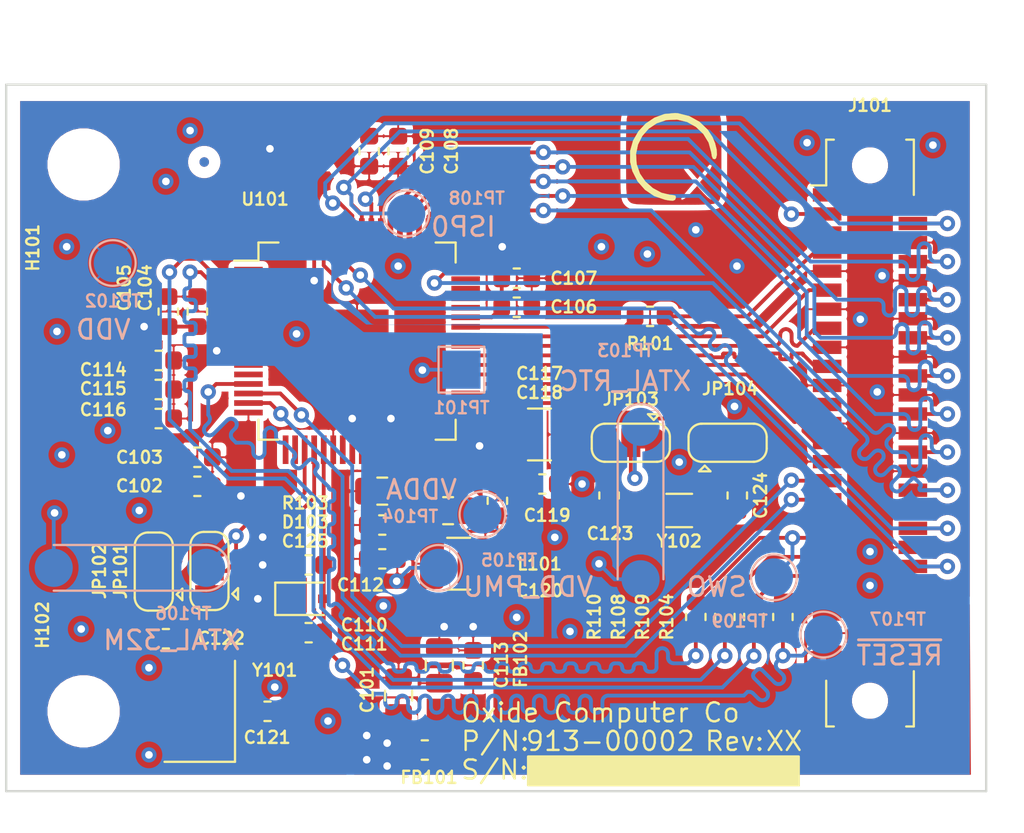
<source format=kicad_pcb>
(kicad_pcb (version 20221018) (generator pcbnew)
  (layers (0 "F.Cu" signal) (1 "In1.Cu" power) (2 "In2.Cu" power) (31 "B.Cu" signal) (34 "B.Paste" user) (35 "F.Paste" user) (36 "B.SilkS" user "B.Silkscreen") (37 "F.SilkS" user "F.Silkscreen") (38 "B.Mask" user) (39 "F.Mask" user) (44 "Edge.Cuts" user))
  (net 0 "")
  (net 1 "GND")
  (net 2 "/OSC_IN")
  (net 3 "/OSC_RTC_IN")
  (net 4 "/VDD")
  (net 5 "/VDDA")
  (net 6 "/OSC_OUT")
  (net 7 "/OSC_RTC_OUT")
  (net 8 "/~{SWD_RESET}")
  (net 9 "/FB")
  (net 10 "+3V3")
  (net 11 "/SWD_CLK")
  (net 12 "/SWD_IO")
  (net 13 "/SWD_TRACESWO")
  (net 14 "/HS_SPI_SCK")
  (net 15 "/HS_SPI_MISO")
  (net 16 "/HS_SPI_MOSI")
  (net 17 "/~{SP_RESET}")
  (net 18 "/FC0_TXD")
  (net 19 "/FC0_RXD")
  (net 20 "/FC3_SCK")
  (net 21 "/PIO0_4")
  (net 22 "/FC3_RXD_DSA_MOSI")
  (net 23 "/FC3_TXD_SCL_MISO")
  (net 24 "/PIO0_25")
  (net 25 "/PIO0_22")
  (net 26 "/FC3_RTS_SCLX_SSEL1")
  (net 27 "/FC3_CTS_SDAX_SSEL0")
  (net 28 "/LX")
  (net 29 "/~{RESET}")
  (net 30 "/PIO0_11")
  (net 31 "/PIO0_12")
  (net 32 "/PIO0_10")
  (net 33 "/SCT0_OUT3")
  (net 34 "/SCT0_OUT2")
  (net 35 "/ISP0")
  (net 36 "/PIO1_1")
  (net 37 "/PIO0_18")
  (net 38 "/XTAL32M_P")
  (net 39 "/XTAL32M_N")
  (net 40 "/XTAL32K_P")
  (net 41 "/XTAL32K_N")
  (net 42 "/PIO1_3")
  (footprint "Capacitor_SMD:C_0603_1608Metric" (layer "F.Cu") (at 79.121 82.931)
    (fp_text reference "C121")
    (fp_text value "33pF 1.2VAC")
  )
  (footprint "Capacitor_SMD:C_0603_1608Metric" (layer "F.Cu") (at 97.047 71.6025 90)
    (fp_text reference "C123")
    (fp_text value "22pF 3.3VAC")
  )
  (footprint "Capacitor_SMD:C_0805_2012Metric" (layer "F.Cu") (at 86 82.1055 90)
    (fp_text reference "C101")
    (fp_text value "4.7uF 3.3VDCbias")
  )
  (footprint "Capacitor_SMD:C_0603_1608Metric" (layer "F.Cu") (at 73.406 64.516 180)
    (fp_text reference "C114")
    (fp_text value "47pF 3.3VDCbias")
  )
  (footprint "Capacitor_SMD:C_0603_1608Metric" (layer "F.Cu") (at 73.787 79.121 180)
    (fp_text reference "C122")
    (fp_text value "33pF 1.2VAC")
  )
  (footprint "Capacitor_SMD:C_0603_1608Metric" (layer "F.Cu") (at 75.438 71.12 180)
    (fp_text reference "C102")
    (fp_text value "0.1uF 3.3VDCbias")
  )
  (footprint "Capacitor_SMD:C_0603_1608Metric" (layer "F.Cu") (at 73.406 66.04 180)
    (fp_text reference "C115")
    (fp_text value "0.1uF 3.3VDCbias")
  )
  (footprint "Capacitor_SMD:C_0603_1608Metric" (layer "F.Cu") (at 81.28 78.8035 180)
    (fp_text reference "C125")
    (fp_text value "10000pF 3.3VDCbias")
  )
  (footprint "Capacitor_SMD:C_0603_1608Metric" (layer "F.Cu") (at 75.438 69.596 180)
    (fp_text reference "C103")
    (fp_text value "10000pF 3.3VDCbias")
  )
  (footprint "Capacitor_SMD:C_0603_1608Metric" (layer "F.Cu") (at 73.406 67.564 180)
    (fp_text reference "C116")
    (fp_text value "10000pF 3.3VDCbias")
  )
  (footprint "Capacitor_SMD:C_0603_1608Metric" (layer "F.Cu") (at 75.438 61.9505 90)
    (fp_text reference "C104")
    (fp_text value "0.1uF 3.3VDCbias")
  )
  (footprint "Capacitor_SMD:C_1210_3225Metric" (layer "F.Cu") (at 93.3935 68.4)
    (fp_text reference "C117")
    (fp_text value "22uF 3.3VDCbias")
  )
  (footprint "Capacitor_SMD:C_0603_1608Metric" (layer "F.Cu") (at 73.914 61.9505 90)
    (fp_text reference "C105")
    (fp_text value "10000pF 3.3VDCbias")
  )
  (footprint "Capacitor_SMD:C_0603_1608Metric" (layer "F.Cu") (at 93.5435 71)
    (fp_text reference "C118")
    (fp_text value "0.1uF 3.3VDCbias")
  )
  (footprint "Capacitor_SMD:C_0603_1608Metric" (layer "F.Cu") (at 91.186 71.882 -90)
    (fp_text reference "C119")
    (fp_text value "47pF 3.3VDCbias")
  )
  (footprint "Capacitor_SMD:C_0603_1608Metric" (layer "F.Cu") (at 92.202 61.722)
    (fp_text reference "C106")
    (fp_text value "0.1uF 3.3VDCbias")
  )
  (footprint "Capacitor_SMD:C_0603_1608Metric" (layer "F.Cu") (at 92.202 60.198)
    (fp_text reference "C107")
    (fp_text value "10000pF 3.3VDCbias")
  )
  (footprint "Capacitor_SMD:C_0603_1608Metric" (layer "F.Cu") (at 85.979 53.5305 90)
    (fp_text reference "C108")
    (fp_text value "0.1uF 3.3VDCbias")
  )
  (footprint "Capacitor_SMD:C_0603_1608Metric" (layer "F.Cu") (at 84.455 53.5305 90)
    (fp_text reference "C109")
    (fp_text value "10000pF 3.3VDCbias")
  )
  (footprint "Capacitor_SMD:C_0603_1608Metric" (layer "F.Cu") (at 85.144 73.152 180)
    (fp_text reference "C110")
    (fp_text value "47pF 1.2VDCbias")
  )
  (footprint "Capacitor_SMD:C_0603_1608Metric" (layer "F.Cu") (at 85.144 74.93 180)
    (fp_text reference "C111")
    (fp_text value "0.1uF 1.2VDCbias")
  )
  (footprint "Capacitor_SMD:C_0805_2012Metric" (layer "F.Cu") (at 85.144 71.374 180)
    (fp_text reference "C112")
    (fp_text value "2.2uF 1.2VDCbias")
  )
  (footprint "Diode_SMD:D_SOD-323" (layer "F.Cu") (at 81.026 77.0255)
    (fp_text reference "D103")
    (fp_text value "1.25Vf 150mA")
  )
  (footprint "Inductor_SMD:L_0603_1608Metric" (layer "F.Cu") (at 87.376 84.963)
    (fp_text reference "FB101")
    (fp_text value "600R @ 100MHz 10mA")
  )
  (footprint "Inductor_SMD:L_0603_1608Metric" (layer "F.Cu") (at 89.916 80.518 -90)
    (fp_text reference "FB102")
    (fp_text value "600R @ 100MHz 10mA")
  )
  (footprint "Jumper:SolderJumper-3_P1.3mm_Bridged12_RoundedPad1.0x1.5mm" (layer "F.Cu") (at 73.152 75.595 90)
    (fp_text reference "JP102")
    (fp_text value "SolderJumper_3_Bridged12")
  )
  (footprint "Jumper:SolderJumper-3_P1.3mm_Bridged12_RoundedPad1.0x1.5mm" (layer "F.Cu") (at 98.19 68.834 180)
    (fp_text reference "JP103")
    (fp_text value "SolderJumper_3_Bridged12")
  )
  (footprint "Jumper:SolderJumper-3_P1.3mm_Bridged12_RoundedPad1.0x1.5mm" (layer "F.Cu") (at 103.27 68.834)
    (fp_text reference "JP104")
    (fp_text value "SolderJumper_3_Bridged12")
  )
  (footprint "Inductor_SMD:L_0805_2012Metric" (layer "F.Cu") (at 88.6 72.4 180)
    (fp_text reference "L101")
    (fp_text value "4.7uH 400mA 290mR")
  )
  (footprint "Resistor_SMD:R_0603_1608Metric" (layer "F.Cu") (at 81.28 75.2475)
    (fp_text reference "R103")
    (fp_text value "100kR")
  )
  (footprint "Resistor_SMD:R_0603_1608Metric" (layer "F.Cu") (at 106.172 77.978 90)
    (fp_text reference "R104")
    (fp_text value "22R")
  )
  (footprint "Resistor_SMD:R_0603_1608Metric" (layer "F.Cu") (at 104.648 77.978 90)
    (fp_text reference "R109")
    (fp_text value "22R")
  )
  (footprint "Resistor_SMD:R_0603_1608Metric" (layer "F.Cu") (at 101.6 77.978 90)
    (fp_text reference "R110")
    (fp_text value "22R")
  )
  (footprint "Crystal:Crystal_SMD_5032-4Pin_5.0x3.2mm" (layer "F.Cu") (at 75.565 82.931 90)
    (fp_text reference "Y101")
    (fp_text value "16MHz 18pF")
  )
  (footprint "Crystal:Crystal_SMD_3215-2Pin_3.2x1.5mm" (layer "F.Cu") (at 100.73 72.39 180)
    (fp_text reference "Y102")
    (fp_text value "32.768kHz 12.5pF")
  )
  (footprint "Capacitor_SMD:C_1210_3225Metric" (layer "F.Cu") (at 89.154 75.184)
    (fp_text reference "C120")
    (fp_text value "22uF 1.2VDCbias")
  )
  (footprint "Capacitor_SMD:C_0603_1608Metric" (layer "F.Cu") (at 103.778 71.6025 90)
    (fp_text reference "C124")
    (fp_text value "22pF 3.3VAC")
  )
  (footprint "hirose-df9:Hirose_DF9-51S-1V(69)_2Rows_51Pin-2MP_P1.0mm_Vertical" (layer "F.Cu") (at 110.744 68.326)
    (fp_text reference "J101")
    (fp_text value "Conn_2Rows-51Pins")
  )
  (footprint "Capacitor_SMD:C_0805_2012Metric" (layer "F.Cu") (at 88.138 80.518 -90)
    (fp_text reference "C113")
    (fp_text value "4.7uF 3.3VDCbias")
  )
  (footprint "Resistor_SMD:R_0603_1608Metric" (layer "F.Cu") (at 103.124 77.978 90)
    (fp_text reference "R108")
    (fp_text value "22R")
  )
  (footprint "lpc55:HTQFP-64-1EP_10x10mm_P0.5mm_EP3.6x3.6mm" (layer "F.Cu") (at 83.82 63.5)
    (fp_text reference "U101")
    (fp_text value "LPC55S28JBD64")
  )
  (footprint "MountingHole:MountingHole_3.2mm_M3" (layer "F.Cu") (at 69.469 54.229)
    (fp_text reference "H101")
    (fp_text value "M3")
  )
  (footprint "MountingHole:MountingHole_3.2mm_M3" (layer "F.Cu") (at 69.469 82.931)
    (fp_text reference "H102")
    (fp_text value "M3")
  )
  (footprint "Jumper:SolderJumper-3_P1.3mm_Bridged12_RoundedPad1.0x1.5mm" (layer "F.Cu") (at 76.073 75.565 90)
    (fp_text reference "JP101")
    (fp_text value "SolderJumper_3_Bridged12")
  )
  (footprint "Resistor_SMD:R_0603_1608Metric" (layer "F.Cu") (at 99.2 62.2 180)
    (fp_text reference "R101")
    (fp_text value "22R")
  )
  (footprint "grumpy:logo-4mm-mask" (layer "F.Cu") (at 100.4 53.8)
    (fp_text reference "G***" hide)
    (fp_text value "LOGO" hide)
  )
  (footprint "Fiducial:Fiducial_0.5mm_Mask1.5mm" (layer "F.Cu") (at 75.8 54.1)
    (fp_text reference "REF**")
    (fp_text value "Fiducial_0.5mm_Mask1.5mm")
  )
  (footprint "grumpy:Oxide_Board_Identifier_18x5mm" (layer "F.Cu") (at 91.8 84.5)
    (fp_text reference "G***" hide)
    (fp_text value "913-00002")
  )
  (footprint "TestPoint:TestPoint_Pad_2.0x2.0mm" (layer "B.Cu") (at 89.3 65)
    (fp_text reference "TP101")
    (fp_text value "GND")
  )
  (footprint "TestPoint:TestPoint_Pad_D2.0mm" (layer "B.Cu") (at 71 59.4)
    (fp_text reference "TP102")
    (fp_text value "VDD")
  )
  (footprint "test-point:TestPoint_2Pads_Pitch8mm_D2.0mm" (layer "B.Cu") (at 98.7 68 -90)
    (fp_text reference "TP103")
    (fp_text value "XTAL_RTC")
  )
  (footprint "TestPoint:TestPoint_Pad_D2.0mm" (layer "B.Cu") (at 90.4 72.6)
    (fp_text reference "TP104")
    (fp_text value "VDDA")
  )
  (footprint "TestPoint:TestPoint_Pad_D2.0mm" (layer "B.Cu") (at 88.1 75.4)
    (fp_text reference "TP105")
    (fp_text value "VDD_PMU")
  )
  (footprint "test-point:TestPoint_2Pads_Pitch8mm_D2.0mm" (layer "B.Cu") (at 75.9 75.4 180)
    (fp_text reference "TP106")
    (fp_text value "XTAL_32M")
  )
  (footprint "TestPoint:TestPoint_Pad_D2.0mm" (layer "B.Cu") (at 108.3 78.9)
    (fp_text reference "TP107")
    (fp_text value "~{RESET}")
  )
  (footprint "TestPoint:TestPoint_Pad_D2.0mm" (layer "B.Cu") (at 86.4 56.8)
    (fp_text reference "TP108")
    (fp_text value "ISP0")
  )
  (footprint "TestPoint:TestPoint_Pad_D2.0mm" (layer "B.Cu") (at 105.7 75.9)
    (fp_text reference "TP109")
    (fp_text value "SWO")
  )
  (footprint "Fiducial:Fiducial_0.5mm_Mask1.5mm" (layer "B.Cu") (at 75.8 54.1)
    (fp_text reference "REF**")
    (fp_text value "Fiducial_0.5mm_Mask1.5mm")
  )
  (gr_line (start 65.405 50.038) (end 116.84 50.038) (stroke (width 0.12)) (layer "Edge.Cuts"))
  (gr_line (start 65.405 87.122) (end 65.405 50.038) (stroke (width 0.12)) (layer "Edge.Cuts"))
  (gr_line (start 116.84 50.038) (end 116.84 87.122) (stroke (width 0.12)) (layer "Edge.Cuts"))
  (gr_line (start 116.84 87.122) (end 65.405 87.122) (stroke (width 0.12)) (layer "Edge.Cuts"))
  (segment (start 84.57 69.2) (end 84.57 70.15) (width 0.2) (layer "F.Cu") (net 1))
  (segment (start 84.57 70.15) (end 84.5565 70.1635) (width 0.2) (layer "F.Cu") (net 1))
  (segment (start 84.5565 70.1635) (end 84.5565 74.93) (width 0.2) (layer "F.Cu") (net 1))
  (via (at 92.2 78) (size 0.8) (drill 0.4) (layers "F.Cu" "B.Cu") (net 1))
  (via (at 75.057 52.451) (size 0.8) (drill 0.4) (layers "F.Cu" "B.Cu") (net 1))
  (via (at 96.647 58.547) (size 0.8) (drill 0.4) (layers "F.Cu" "B.Cu") (net 1))
  (via (at 68.326 69.469) (size 0.8) (drill 0.4) (layers "F.Cu" "B.Cu") (net 1))
  (via (at 99.06 58.928) (size 0.8) (drill 0.4) (layers "F.Cu" "B.Cu") (net 1))
  (via (at 72.39 72.39) (size 0.8) (drill 0.4) (layers "F.Cu" "B.Cu") (net 1))
  (via (at 94.2 73.8) (size 0.8) (drill 0.4) (layers "F.Cu" "B.Cu") (net 1))
  (via (at 107.442 53.086) (size 0.8) (drill 0.4) (layers "F.Cu" "B.Cu") (net 1))
  (via (at 95.631 71) (size 0.8) (drill 0.4) (layers "F.Cu" "B.Cu") (net 1))
  (via (at 101.6 57.658) (size 0.8) (drill 0.4) (layers "F.Cu" "B.Cu") (net 1))
  (via (at 79.502 81.661) (size 0.8) (drill 0.4) (layers "F.Cu" "B.Cu") (net 1))
  (via (at 68.58 58.547) (size 0.8) (drill 0.4) (layers "F.Cu" "B.Cu") (net 1))
  (via (at 70.739 68.199) (size 0.8) (drill 0.4) (layers "F.Cu" "B.Cu") (net 1))
  (via (at 111.379 60.071) (size 0.8) (drill 0.4) (layers "F.Cu" "B.Cu") (net 1))
  (via (at 110.744 74.549) (size 0.8) (drill 0.4) (layers "F.Cu" "B.Cu") (net 1))
  (via (at 72.898 85.217) (size 0.8) (drill 0.4) (layers "F.Cu" "B.Cu") (net 1))
  (via (at 80.645 63.119) (size 0.8) (drill 0.4) (layers "F.Cu" "B.Cu") (net 1))
  (via (at 67.945 72.517) (size 0.8) (drill 0.4) (layers "F.Cu" "B.Cu") (net 1))
  (via (at 103.759 59.563) (size 0.8) (drill 0.4) (layers "F.Cu" "B.Cu") (net 1))
  (via (at 73.787 55.118) (size 0.8) (drill 0.4) (layers "F.Cu" "B.Cu") (net 1))
  (via (at 103.632 66.929) (size 0.8) (drill 0.4) (layers "F.Cu" "B.Cu") (net 1))
  (via (at 85.2 77.4) (size 0.8) (drill 0.4) (layers "F.Cu" "B.Cu") (net 1))
  (via (at 110.236 62.357) (size 0.8) (drill 0.4) (layers "F.Cu" "B.Cu") (net 1))
  (via (at 111.125 66.167) (size 0.8) (drill 0.4) (layers "F.Cu" "B.Cu") (net 1))
  (via (at 85.979 59.563) (size 0.8) (drill 0.4) (layers "F.Cu" "B.Cu") (net 1))
  (via (at 110.744 76.327) (size 0.8) (drill 0.4) (layers "F.Cu" "B.Cu") (net 1))
  (via (at 96.52 75.184) (size 0.8) (drill 0.4) (layers "F.Cu" "B.Cu") (net 1))
  (via (at 94.996 78.74) (size 0.8) (drill 0.4) (layers "F.Cu" "B.Cu") (net 1))
  (via (at 114.046 53.213) (size 0.8) (drill 0.4) (layers "F.Cu" "B.Cu") (net 1))
  (via (at 68.072 62.992) (size 0.8) (drill 0.4) (layers "F.Cu" "B.Cu") (net 1))
  (via (at 100.73 69.85) (size 0.8) (drill 0.4) (layers "F.Cu" "B.Cu") (net 1))
  (via (at 69.342 78.613) (size 0.8) (drill 0.4) (layers "F.Cu" "B.Cu") (net 1))
  (via (at 87.249 65.024) (size 0.8) (drill 0.4) (layers "F.Cu" "B.Cu") (net 1))
  (via (at 82.296 83.439) (size 0.8) (drill 0.4) (layers "F.Cu" "B.Cu") (net 1))
  (via (at 72.898 80.645) (size 0.8) (drill 0.4) (layers "F.Cu" "B.Cu") (net 1))
  (segment (start 97.336 76) (end 96.52 75.184) (width 0.2) (layer "B.Cu") (net 1))
  (segment (start 89.3 65) (end 87.273 65) (width 0.2) (layer "B.Cu") (net 1))
  (segment (start 98.7 76) (end 97.336 76) (width 0.2) (layer "B.Cu") (net 1))
  (segment (start 67.9 72.562) (end 67.945 72.517) (width 0.2) (layer "B.Cu") (net 1))
  (segment (start 87.273 65) (end 87.249 65.024) (width 0.2) (layer "B.Cu") (net 1))
  (segment (start 67.9 75.4) (end 67.9 72.562) (width 0.2) (layer "B.Cu") (net 1))
  (segment (start 78.3335 79.1255) (end 76.355779 77.147779) (width 0.2) (layer "F.Cu") (net 2))
  (segment (start 78.3335 82.931) (end 78.3335 84.2265) (width 0.2) (layer "F.Cu") (net 2))
  (segment (start 78.3335 84.2265) (end 77.979 84.581) (width 0.2) (layer "F.Cu") (net 2))
  (segment (start 78.3335 82.931) (end 78.3335 79.1255) (width 0.2) (layer "F.Cu") (net 2))
  (segment (start 77.979 84.581) (end 76.565 84.581) (width 0.2) (layer "F.Cu") (net 2))
  (segment (start 99.48 72.39) (end 99.48 69.409558) (width 0.2) (layer "F.Cu") (net 3))
  (segment (start 97.047 72.39) (end 99.48 72.39) (width 0.2) (layer "F.Cu") (net 3))
  (segment (start 99.48 69.409558) (end 99.655648 69.23391) (width 0.2) (layer "F.Cu") (net 3))
  (segment (start 99.48 68.844) (end 99.49 68.834) (width 0.2) (layer "F.Cu") (net 3))
  (segment (start 91.4145 61.722) (end 91.4145 58.5725) (width 0.2) (layer "F.Cu") (net 4))
  (segment (start 90.8865 62.25) (end 91.4145 61.722) (width 0.2) (layer "F.Cu") (net 4))
  (segment (start 76.839 63.25) (end 76.327 62.738) (width 0.2) (layer "F.Cu") (net 4))
  (segment (start 78.12 63.25) (end 76.839 63.25) (width 0.2) (layer "F.Cu") (net 4))
  (segment (start 89.52 62.25) (end 90.8865 62.25) (width 0.2) (layer "F.Cu") (net 4))
  (segment (start 75.438 62.738) (end 72.644 62.738) (width 0.2) (layer "F.Cu") (net 4))
  (segment (start 76.327 62.738) (end 75.438 62.738) (width 0.2) (layer "F.Cu") (net 4))
  (segment (start 91.4145 58.8265) (end 91.44 58.801) (width 0.2) (layer "F.Cu") (net 4))
  (via (at 91.44 58.547) (size 0.8) (drill 0.4) (layers "F.Cu" "B.Cu") (net 4))
  (via (at 79.248 53.4035) (size 0.8) (drill 0.4) (layers "F.Cu" "B.Cu") (net 4))
  (via (at 84.328 84.201) (size 0.8) (drill 0.4) (layers "F.Cu" "B.Cu") (net 4))
  (via (at 84.328 85.471) (size 0.8) (drill 0.4) (layers "F.Cu" "B.Cu") (net 4))
  (via (at 78.613 77.0255) (size 0.8) (drill 0.4) (layers "F.Cu" "B.Cu") (net 4))
  (via (at 77.724 71.628) (size 0.8) (drill 0.4) (layers "F.Cu" "B.Cu") (net 4))
  (via (at 78.867 75.2475) (size 0.8) (drill 0.4) (layers "F.Cu" "B.Cu") (net 4))
  (via (at 78.867 73.787) (size 0.8) (drill 0.4) (layers "F.Cu" "B.Cu") (net 4))
  (via (at 72.644 62.738) (size 0.8) (drill 0.4) (layers "F.Cu" "B.Cu") (net 4))
  (via (at 85.4 85.8) (size 0.8) (drill 0.4) (layers "F.Cu" "B.Cu") (net 4))
  (via (at 85.4 84.6) (size 0.8) (drill 0.4) (layers "F.Cu" "B.Cu") (net 4))
  (segment (start 83.566 67.564) (end 84.07 68.068) (width 0.3) (layer "F.Cu") (net 5))
  (segment (start 81.57 57.8) (end 81.57 57.948) (width 0.2) (layer "F.Cu") (net 5))
  (segment (start 84.07 68.068) (end 84.07 69.2) (width 0.3) (layer "F.Cu") (net 5))
  (segment (start 81.57 57.948) (end 81.57 60.325) (width 0.2) (layer "F.Cu") (net 5))
  (segment (start 78.108 64.262) (end 78.12 64.25) (width 0.2) (layer "F.Cu") (net 5))
  (segment (start 85.598 67.564) (end 85.07 68.092) (width 0.2) (layer "F.Cu") (net 5))
  (segment (start 85.07 68.092) (end 85.07 69.2) (width 0.2) (layer "F.Cu") (net 5))
  (via (at 83.566 67.564) (size 0.8) (drill 0.4) (layers "F.Cu" "B.Cu") (net 5))
  (via (at 76.454 64.008) (size 0.8) (drill 0.4) (layers "F.Cu" "B.Cu") (net 5))
  (via (at 81.57 60.325) (size 0.8) (drill 0.4) (layers "F.Cu" "B.Cu") (net 5))
  (via (at 89.916 78.486) (size 0.8) (drill 0.4) (layers "F.Cu" "B.Cu") (net 5))
  (via (at 88.392 78.486) (size 0.8) (drill 0.4) (layers "F.Cu" "B.Cu") (net 5))
  (via (at 90.25 69) (size 0.8) (drill 0.4) (layers "F.Cu" "B.Cu") (net 5))
  (via (at 85.598 67.564) (size 0.8) (drill 0.4) (layers "F.Cu" "B.Cu") (net 5))
  (segment (start 74.5745 78.3175) (end 73.434779 77.177779) (width 0.2) (layer "F.Cu") (net 6))
  (segment (start 74.5745 79.121) (end 74.5745 81.2715) (width 0.2) (layer "F.Cu") (net 6))
  (segment (start 74.5745 79.121) (end 74.5745 78.3175) (width 0.2) (layer "F.Cu") (net 6))
  (segment (start 74.5745 81.2715) (end 74.565 81.281) (width 0.2) (layer "F.Cu") (net 6))
  (segment (start 101.98 68.844) (end 101.97 68.834) (width 0.2) (layer "F.Cu") (net 7))
  (segment (start 101.98 72.39) (end 103.778 72.39) (width 0.2) (layer "F.Cu") (net 7))
  (segment (start 101.98 72.39) (end 101.98 68.844) (width 0.2) (layer "F.Cu") (net 7))
  (segment (start 106.172 77.1905) (end 106.5365 76.826) (width 0.2) (layer "F.Cu") (net 8))
  (segment (start 106.5365 76.826) (end 108.494 76.826) (width 0.2) (layer "F.Cu") (net 8))
  (segment (start 88.011 71.374) (end 88.138 71.374) (width 0.2) (layer "F.Cu") (net 9))
  (via (at 85.9 76.1) (size 0.8) (drill 0.4) (layers "F.Cu" "B.Cu") (net 9))
  (segment (start 86.6 75.4) (end 85.9 76.1) (width 0.2) (layer "B.Cu") (net 9))
  (segment (start 88.1 75.4) (end 86.6 75.4) (width 0.2) (layer "B.Cu") (net 9))
  (segment (start 105.4885 74.826) (end 108.494 74.826) (width 0.2) (layer "F.Cu") (net 11))
  (segment (start 103.124 77.1905) (end 105.4885 74.826) (width 0.2) (layer "F.Cu") (net 11))
  (segment (start 104.648 77.1905) (end 106.0125 75.826) (width 0.2) (layer "F.Cu") (net 12))
  (segment (start 106.0125 75.826) (end 108.494 75.826) (width 0.2) (layer "F.Cu") (net 12))
  (segment (start 106.674 73.826) (end 108.494 73.826) (width 0.2) (layer "F.Cu") (net 13))
  (segment (start 104.9645 73.826) (end 106.674 73.826) (width 0.2) (layer "F.Cu") (net 13))
  (segment (start 101.6 77.1905) (end 104.9645 73.826) (width 0.2) (layer "F.Cu") (net 13))
  (via (at 106.674 73.826) (size 0.8) (drill 0.4) (layers "F.Cu" "B.Cu") (net 13))
  (segment (start 106.674 74.926) (end 105.7 75.9) (width 0.2) (layer "B.Cu") (net 13))
  (segment (start 106.674 73.826) (end 106.674 74.926) (width 0.2) (layer "B.Cu") (net 13))
  (segment (start 89.52 63.25) (end 105.12 63.25) (width 0.2) (layer "F.Cu") (net 14))
  (segment (start 107.544 60.826) (end 108.494 60.826) (width 0.2) (layer "F.Cu") (net 14))
  (segment (start 105.12 63.25) (end 107.544 60.826) (width 0.2) (layer "F.Cu") (net 14))
  (segment (start 104.31369 62.2) (end 105.956845 60.556845) (width 0.2) (layer "F.Cu") (net 15))
  (segment (start 105.806847 60.693153) (end 105.956845 60.556845) (width 0.2) (layer "F.Cu") (net 15))
  (segment (start 105.956845 60.556845) (end 107.8615 58.826) (width 0.2) (layer "F.Cu") (net 15))
  (segment (start 99.9875 62.2) (end 104.31369 62.2) (width 0.2) (layer "F.Cu") (net 15))
  (segment (start 107.8615 58.826) (end 108.494 58.826) (width 0.2) (layer "F.Cu") (net 15))
  (segment (start 106.059887 63.039192) (end 106.037699 63.102601) (width 0.2) (layer "F.Cu") (net 16))
  (segment (start 106.800012 63.72029) (end 106.743131 63.684549) (width 0.2) (layer "F.Cu") (net 16))
  (segment (start 106.600468 63.039192) (end 106.564727 62.982311) (width 0.2) (layer "F.Cu") (net 16))
  (segment (start 106.095628 62.982311) (end 106.059887 63.039192) (width 0.2) (layer "F.Cu") (net 16))
  (segment (start 106.037699 63.102601) (end 106.030178 63.169358) (width 0.2) (layer "F.Cu") (net 16))
  (segment (start 106.630178 63.169358) (end 106.622656 63.102601) (width 0.2) (layer "F.Cu") (net 16))
  (segment (start 106.743131 63.684549) (end 106.695628 63.637046) (width 0.2) (layer "F.Cu") (net 16))
  (segment (start 106.930178 63.75) (end 106.863421 63.742478) (width 0.2) (layer "F.Cu") (net 16))
  (segment (start 106.863421 63.742478) (end 106.800012 63.72029) (width 0.2) (layer "F.Cu") (net 16))
  (segment (start 106.517224 62.934808) (end 106.460343 62.899067) (width 0.2) (layer "F.Cu") (net 16))
  (segment (start 106.143131 62.934808) (end 106.095628 62.982311) (width 0.2) (layer "F.Cu") (net 16))
  (segment (start 102.744209 63.75) (end 89.52 63.75) (width 0.2) (layer "F.Cu") (net 16))
  (segment (start 105.964727 63.637046) (end 105.917224 63.684549) (width 0.2) (layer "F.Cu") (net 16))
  (segment (start 106.695628 63.637046) (end 106.659887 63.580165) (width 0.2) (layer "F.Cu") (net 16))
  (segment (start 107.854178 62.826) (end 106.930178 63.75) (width 0.2) (layer "F.Cu") (net 16))
  (segment (start 106.022656 63.516756) (end 106.000468 63.580165) (width 0.2) (layer "F.Cu") (net 16))
  (segment (start 106.000468 63.580165) (end 105.964727 63.637046) (width 0.2) (layer "F.Cu") (net 16))
  (segment (start 106.030178 63.169358) (end 106.030178 63.45) (width 0.2) (layer "F.Cu") (net 16))
  (segment (start 106.330178 62.869358) (end 106.263421 62.876879) (width 0.2) (layer "F.Cu") (net 16))
  (segment (start 106.630178 63.45) (end 106.630178 63.169358) (width 0.2) (layer "F.Cu") (net 16))
  (segment (start 105.917224 63.684549) (end 105.860343 63.72029) (width 0.2) (layer "F.Cu") (net 16))
  (segment (start 105.796934 63.742478) (end 105.730178 63.75) (width 0.2) (layer "F.Cu") (net 16))
  (segment (start 106.396934 62.876879) (end 106.330178 62.869358) (width 0.2) (layer "F.Cu") (net 16))
  (segment (start 105.860343 63.72029) (end 105.796934 63.742478) (width 0.2) (layer "F.Cu") (net 16))
  (segment (start 106.030178 63.45) (end 106.022656 63.516756) (width 0.2) (layer "F.Cu") (net 16))
  (segment (start 106.659887 63.580165) (end 106.637699 63.516756) (width 0.2) (layer "F.Cu") (net 16))
  (segment (start 108.494 62.826) (end 107.854178 62.826) (width 0.2) (layer "F.Cu") (net 16))
  (segment (start 106.460343 62.899067) (end 106.396934 62.876879) (width 0.2) (layer "F.Cu") (net 16))
  (segment (start 106.200012 62.899067) (end 106.143131 62.934808) (width 0.2) (layer "F.Cu") (net 16))
  (segment (start 106.564727 62.982311) (end 106.517224 62.934808) (width 0.2) (layer "F.Cu") (net 16))
  (segment (start 106.622656 63.102601) (end 106.600468 63.039192) (width 0.2) (layer "F.Cu") (net 16))
  (segment (start 106.637699 63.516756) (end 106.630178 63.45) (width 0.2) (layer "F.Cu") (net 16))
  (segment (start 105.730178 63.75) (end 102.744209 63.75) (width 0.2) (layer "F.Cu") (net 16))
  (segment (start 106.263421 62.876879) (end 106.200012 62.899067) (width 0.2) (layer "F.Cu") (net 16))
  (segment (start 106.821055 67.738129) (end 106.806126 67.741537) (width 0.2) (layer "F.Cu") (net 17))
  (segment (start 106.943531 67.721938) (end 106.931559 67.712391) (width 0.2) (layer "F.Cu") (net 17))
  (segment (start 108.494 68.826) (end 107.854178 68.826) (width 0.2) (layer "F.Cu") (net 17))
  (segment (start 107.280637 68.061468) (end 107.271089 68.049496) (width 0.2) (layer "F.Cu") (net 17))
  (segment (start 106.762088 67.731486) (end 106.750116 67.721938) (width 0.2) (layer "F.Cu") (net 17))
  (segment (start 106.858796 67.712391) (end 106.834851 67.731486) (width 0.2) (layer "F.Cu") (net 17))
  (segment (start 104.278178 65.25) (end 89.52 65.25) (width 0.2) (layer "F.Cu") (net 17))
  (segment (start 107.28728 68.075264) (end 107.280637 68.061468) (width 0.2) (layer "F.Cu") (net 17))
  (segment (start 107.25149 68.186901) (end 107.254897 68.171972) (width 0.2) (layer "F.Cu") (net 17))
  (segment (start 107.271089 68.242911) (end 107.261541 68.230939) (width 0.2) (layer "F.Cu") (net 17))
  (segment (start 107.254897 68.217142) (end 107.25149 68.202213) (width 0.2) (layer "F.Cu") (net 17))
  (segment (start 107.290688 68.105506) (end 107.290688 68.090193) (width 0.2) (layer "F.Cu") (net 17))
  (segment (start 107.280637 68.134231) (end 107.28728 68.120435) (width 0.2) (layer "F.Cu") (net 17))
  (segment (start 107.25149 68.202213) (end 107.25149 68.186901) (width 0.2) (layer "F.Cu") (net 17))
  (segment (start 106.834851 67.731486) (end 106.821055 67.738129) (width 0.2) (layer "F.Cu") (net 17))
  (segment (start 106.872593 67.705747) (end 106.858796 67.712391) (width 0.2) (layer "F.Cu") (net 17))
  (segment (start 107.290688 68.090193) (end 107.28728 68.075264) (width 0.2) (layer "F.Cu") (net 17))
  (segment (start 106.917763 67.705747) (end 106.902834 67.70234) (width 0.2) (layer "F.Cu") (net 17))
  (segment (start 106.887521 67.70234) (end 106.872593 67.705747) (width 0.2) (layer "F.Cu") (net 17))
  (segment (start 106.806126 67.741537) (end 106.790813 67.741537) (width 0.2) (layer "F.Cu") (net 17))
  (segment (start 106.750116 67.721938) (end 104.278178 65.25) (width 0.2) (layer "F.Cu") (net 17))
  (segment (start 106.931559 67.712391) (end 106.917763 67.705747) (width 0.2) (layer "F.Cu") (net 17))
  (segment (start 107.261541 68.230939) (end 107.254897 68.217142) (width 0.2) (layer "F.Cu") (net 17))
  (segment (start 107.854178 68.826) (end 107.271089 68.242911) (width 0.2) (layer "F.Cu") (net 17))
  (segment (start 107.261541 68.158176) (end 107.280637 68.134231) (width 0.2) (layer "F.Cu") (net 17))
  (segment (start 106.775884 67.738129) (end 106.762088 67.731486) (width 0.2) (layer "F.Cu") (net 17))
  (segment (start 106.902834 67.70234) (end 106.887521 67.70234) (width 0.2) (layer "F.Cu") (net 17))
  (segment (start 106.790813 67.741537) (end 106.775884 67.738129) (width 0.2) (layer "F.Cu") (net 17))
  (segment (start 107.271089 68.049496) (end 106.943531 67.721938) (width 0.2) (layer "F.Cu") (net 17))
  (segment (start 107.254897 68.171972) (end 107.261541 68.158176) (width 0.2) (layer "F.Cu") (net 17))
  (segment (start 107.28728 68.120435) (end 107.290688 68.105506) (width 0.2) (layer "F.Cu") (net 17))
  (segment (start 112.994 75.326) (end 114.807903 75.326) (width 0.2) (layer "F.Cu") (net 18))
  (segment (start 82.07 57.8) (end 82.07 59.5275) (width 0.2) (layer "F.Cu") (net 18))
  (segment (start 82.07 59.5275) (end 83.2485 60.706) (width 0.2) (layer "F.Cu") (net 18))
  (via (at 83.2485 60.706) (size 0.8) (drill 0.4) (layers "F.Cu" "B.Cu") (net 18))
  (via (at 114.808 75.326) (size 0.8) (drill 0.4) (layers "F.Cu" "B.Cu") (net 18))
  (segment (start 84.7725 62.23) (end 83.2485 60.706) (width 0.2) (layer "B.Cu") (net 18))
  (segment (start 100.203 62.23) (end 84.7725 62.23) (width 0.2) (layer "B.Cu") (net 18))
  (segment (start 114.808 75.326) (end 113.299 75.326) (width 0.2) (layer "B.Cu") (net 18))
  (segment (start 113.299 75.326) (end 100.203 62.23) (width 0.2) (layer "B.Cu") (net 18))
  (segment (start 112.994 73.326) (end 114.807903 73.326) (width 0.2) (layer "F.Cu") (net 19))
  (segment (start 83.857101 60.037101) (end 83.991721 60.037101) (width 0.2) (layer "F.Cu") (net 19))
  (segment (start 114.807903 73.389) (end 114.808 73.389097) (width 0.2) (layer "F.Cu") (net 19))
  (segment (start 112.95 73.326) (end 112.950097 73.325903) (width 0.2) (layer "F.Cu") (net 19))
  (segment (start 112.994 73.326) (end 112.95 73.326) (width 0.2) (layer "F.Cu") (net 19))
  (segment (start 82.57 58.75) (end 83.857101 60.037101) (width 0.2) (layer "F.Cu") (net 19))
  (segment (start 82.57 57.8) (end 82.57 58.75) (width 0.2) (layer "F.Cu") (net 19))
  (via (at 114.808 73.326) (size 0.8) (drill 0.4) (layers "F.Cu" "B.Cu") (net 19))
  (via (at 83.991721 60.037101) (size 0.8) (drill 0.4) (layers "F.Cu" "B.Cu") (net 19))
  (segment (start 102.119538 62.907362) (end 102.180064 62.878214) (width 0.2) (layer "B.Cu") (net 19))
  (segment (start 102.968066 63.75589) (end 103.028592 63.726742) (width 0.2) (layer "B.Cu") (net 19))
  (segment (start 102.374891 63.500534) (end 102.345743 63.56106) (width 0.2) (layer "B.Cu") (net 19))
  (segment (start 102.788519 63.914163) (end 102.841042 63.872278) (width 0.2) (layer "B.Cu") (net 19))
  (segment (start 102.562311 63.062294) (end 102.577261 63.127789) (width 0.2) (layer "B.Cu") (net 19))
  (segment (start 102.416777 63.448013) (end 102.374891 63.500534) (width 0.2) (layer "B.Cu") (net 19))
  (segment (start 102.345743 63.56106) (end 102.330795 63.626554) (width 0.2) (layer "B.Cu") (net 19))
  (segment (start 103.287284 63.755889) (end 103.339807 63.797774) (width 0.2) (layer "B.Cu") (net 19))
  (segment (start 102.438756 62.907361) (end 102.491279 62.949246) (width 0.2) (layer "B.Cu") (net 19))
  (segment (start 102.533165 63.001769) (end 102.562311 63.062294) (width 0.2) (layer "B.Cu") (net 19))
  (segment (start 103.226758 63.726741) (end 103.287284 63.755889) (width 0.2) (layer "B.Cu") (net 19))
  (segment (start 102.180064 62.878214) (end 102.245558 62.863266) (width 0.2) (layer "B.Cu") (net 19))
  (segment (start 103.223419 64.349062) (end 103.194271 64.409588) (width 0.2) (layer "B.Cu") (net 19))
  (segment (start 103.194272 64.607756) (end 103.22342 64.668282) (width 0.2) (layer "B.Cu") (net 19))
  (segment (start 103.381693 63.850297) (end 103.410839 63.910822) (width 0.2) (layer "B.Cu") (net 19))
  (segment (start 101.56825 63.02375) (end 101.620771 63.065634) (width 0.2) (layer "B.Cu") (net 19))
  (segment (start 102.345744 63.759228) (end 102.374892 63.819754) (width 0.2) (layer "B.Cu") (net 19))
  (segment (start 102.562312 63.260462) (end 102.533164 63.320987) (width 0.2) (layer "B.Cu") (net 19))
  (segment (start 102.595319 63.958258) (end 102.662499 63.958259) (width 0.2) (layer "B.Cu") (net 19))
  (segment (start 103.410839 63.910822) (end 103.425789 63.976317) (width 0.2) (layer "B.Cu") (net 19))
  (segment (start 102.37823 62.878213) (end 102.438756 62.907361) (width 0.2) (layer "B.Cu") (net 19))
  (segment (start 101.939991 63.065635) (end 101.992514 63.02375) (width 0.2) (layer "B.Cu") (net 19))
  (segment (start 100.33 61.7855) (end 101.56825 63.02375) (width 0.2) (layer "B.Cu") (net 19))
  (segment (start 103.179324 64.542262) (end 103.194272 64.607756) (width 0.2) (layer "B.Cu") (net 19))
  (segment (start 101.681298 63.094782) (end 101.746791 63.10973) (width 0.2) (layer "B.Cu") (net 19))
  (segment (start 102.529826 63.94331) (end 102.595319 63.958258) (width 0.2) (layer "B.Cu") (net 19))
  (segment (start 102.245558 62.863266) (end 102.312736 62.863265) (width 0.2) (layer "B.Cu") (net 19))
  (segment (start 103.425788 64.043495) (end 103.41084 64.10899) (width 0.2) (layer "B.Cu") (net 19))
  (segment (start 101.992514 63.02375) (end 102.067015 62.949246) (width 0.2) (layer "B.Cu") (net 19))
  (segment (start 103.028592 63.726742) (end 103.094086 63.711794) (width 0.2) (layer "B.Cu") (net 19))
  (segment (start 103.094086 63.711794) (end 103.161264 63.711793) (width 0.2) (layer "B.Cu") (net 19))
  (segment (start 103.381692 64.169515) (end 103.339807 64.222038) (width 0.2) (layer "B.Cu") (net 19))
  (segment (start 102.469299 63.914162) (end 102.529826 63.94331) (width 0.2) (layer "B.Cu") (net 19))
  (segment (start 103.22342 64.668282) (end 103.265306 64.720806) (width 0.2) (layer "B.Cu") (net 19))
  (segment (start 102.841042 63.872278) (end 102.915543 63.797774) (width 0.2) (layer "B.Cu") (net 19))
  (segment (start 103.265305 64.296541) (end 103.223419 64.349062) (width 0.2) (layer "B.Cu") (net 19))
  (segment (start 102.491279 63.37351) (end 102.416777 63.448013) (width 0.2) (layer "B.Cu") (net 19))
  (segment (start 101.879464 63.094781) (end 101.939991 63.065635) (width 0.2) (layer "B.Cu") (net 19))
  (segment (start 103.194271 64.409588) (end 103.179323 64.475082) (width 0.2) (layer "B.Cu") (net 19))
  (segment (start 102.491279 62.949246) (end 102.533165 63.001769) (width 0.2) (layer "B.Cu") (net 19))
  (segment (start 102.330796 63.693734) (end 102.345744 63.759228) (width 0.2) (layer "B.Cu") (net 19))
  (segment (start 102.533164 63.320987) (end 102.491279 63.37351) (width 0.2) (layer "B.Cu") (net 19))
  (segment (start 103.339807 63.797774) (end 103.381693 63.850297) (width 0.2) (layer "B.Cu") (net 19))
  (segment (start 103.339807 64.222038) (end 103.265305 64.296541) (width 0.2) (layer "B.Cu") (net 19))
  (segment (start 83.991721 60.037101) (end 85.74012 61.7855) (width 0.2) (layer "B.Cu") (net 19))
  (segment (start 102.577261 63.127789) (end 102.57726 63.194967) (width 0.2) (layer "B.Cu") (net 19))
  (segment (start 102.915543 63.797774) (end 102.968066 63.75589) (width 0.2) (layer "B.Cu") (net 19))
  (segment (start 102.067015 62.949246) (end 102.119538 62.907362) (width 0.2) (layer "B.Cu") (net 19))
  (segment (start 101.746791 63.10973) (end 101.813971 63.109731) (width 0.2) (layer "B.Cu") (net 19))
  (segment (start 102.330795 63.626554) (end 102.330796 63.693734) (width 0.2) (layer "B.Cu") (net 19))
  (segment (start 111.8705 73.326) (end 114.808 73.326) (width 0.2) (layer "B.Cu") (net 19))
  (segment (start 102.727992 63.943309) (end 102.788519 63.914163) (width 0.2) (layer "B.Cu") (net 19))
  (segment (start 103.265306 64.720806) (end 111.8705 73.326) (width 0.2) (layer "B.Cu") (net 19))
  (segment (start 102.662499 63.958259) (end 102.727992 63.943309) (width 0.2) (layer "B.Cu") (net 19))
  (segment (start 102.416778 63.872278) (end 102.469299 63.914162) (width 0.2) (layer "B.Cu") (net 19))
  (segment (start 101.620771 63.065634) (end 101.681298 63.094782) (width 0.2) (layer "B.Cu") (net 19))
  (segment (start 103.161264 63.711793) (end 103.226758 63.726741) (width 0.2) (layer "B.Cu") (net 19))
  (segment (start 102.374892 63.819754) (end 102.416778 63.872278) (width 0.2) (layer "B.Cu") (net 19))
  (segment (start 101.813971 63.109731) (end 101.879464 63.094781) (width 0.2) (layer "B.Cu") (net 19))
  (segment (start 85.74012 61.7855) (end 100.33 61.7855) (width 0.2) (layer "B.Cu") (net 19))
  (segment (start 103.41084 64.10899) (end 103.381692 64.169515) (width 0.2) (layer "B.Cu") (net 19))
  (segment (start 103.179323 64.475082) (end 103.179324 64.542262) (width 0.2) (layer "B.Cu") (net 19))
  (segment (start 102.312736 62.863265) (end 102.37823 62.878213) (width 0.2) (layer "B.Cu") (net 19))
  (segment (start 103.425789 63.976317) (end 103.425788 64.043495) (width 0.2) (layer "B.Cu") (net 19))
  (segment (start 102.57726 63.194967) (end 102.562312 63.260462) (width 0.2) (layer "B.Cu") (net 19))
  (segment (start 82.910073 56.253988) (end 82.547129 56.253988) (width 0.2) (layer "F.Cu") (net 20))
  (segment (start 114.807903 57.389) (end 114.808 57.389097) (width 0.2) (layer "F.Cu") (net 20))
  (segment (start 83.57 56.913915) (end 82.910073 56.253988) (width 0.2) (layer "F.Cu") (net 20))
  (segment (start 83.57 57.8) (end 83.57 56.913915) (width 0.2) (layer "F.Cu") (net 20))
  (segment (start 112.994 57.326) (end 114.807903 57.326) (width 0.2) (layer "F.Cu") (net 20))
  (via (at 114.808 57.326) (size 0.8) (drill 0.4) (layers "F.Cu" "B.Cu") (net 20))
  (via (at 82.547129 56.253988) (size 0.8) (drill 0.4) (layers "F.Cu" "B.Cu") (net 20))
  (segment (start 85.2805 52.07) (end 82.14713 55.20337) (width 0.2) (layer "B.Cu") (net 20))
  (segment (start 109.142 57.326) (end 103.886 52.07) (width 0.2) (layer "B.Cu") (net 20))
  (segment (start 114.808 57.326) (end 109.142 57.326) (width 0.2) (layer "B.Cu") (net 20))
  (segment (start 82.14713 55.20337) (end 82.14713 55.853989) (width 0.2) (layer "B.Cu") (net 20))
  (segment (start 82.14713 55.853989) (end 82.547129 56.253988) (width 0.2) (layer "B.Cu") (net 20))
  (segment (start 103.886 52.07) (end 85.2805 52.07) (width 0.2) (layer "B.Cu") (net 20))
  (segment (start 84.57 57.8) (end 84.57 56.273) (width 0.2) (layer "F.Cu") (net 21))
  (segment (start 114.807903 59.389) (end 114.808 59.388903) (width 0.2) (layer "F.Cu") (net 21))
  (segment (start 84.57 56.273) (end 84.3459 56.0489) (width 0.2) (layer "F.Cu") (net 21))
  (segment (start 84.3459 56.0489) (end 84.260367 56.0489) (width 0.2) (layer "F.Cu") (net 21))
  (segment (start 112.994 59.326) (end 114.807903 59.326) (width 0.2) (layer "F.Cu") (net 21))
  (via (at 84.260367 56.0489) (size 0.8) (drill 0.4) (layers "F.Cu" "B.Cu") (net 21))
  (via (at 114.808 59.326) (size 0.8) (drill 0.4) (layers "F.Cu" "B.Cu") (net 21))
  (segment (start 107.629646 59.326) (end 101.197747 52.894101) (width 0.2) (layer "B.Cu") (net 21))
  (segment (start 113.523243 58.367397) (end 113.459834 58.389585) (width 0.2) (layer "B.Cu") (net 21))
  (segment (start 113.919709 59.156165) (end 113.897521 59.092756) (width 0.2) (layer "B.Cu") (net 21))
  (segment (start 87.415166 52.894101) (end 84.260367 56.0489) (width 0.2) (layer "B.Cu") (net 21))
  (segment (start 113.459834 58.389585) (end 113.402953 58.425326) (width 0.2) (layer "B.Cu") (net 21))
  (segment (start 113.26029 60.12229) (end 113.224549 60.179171) (width 0.2) (layer "B.Cu") (net 21))
  (segment (start 112.39 59.326) (end 107.629646 59.326) (width 0.2) (layer "B.Cu") (net 21))
  (segment (start 112.923243 60.284603) (end 112.859834 60.262415) (width 0.2) (layer "B.Cu") (net 21))
  (segment (start 112.802953 60.226674) (end 112.75545 60.179171) (width 0.2) (layer "B.Cu") (net 21))
  (segment (start 113.89 58.659876) (end 113.882478 58.593119) (width 0.2) (layer "B.Cu") (net 21))
  (segment (start 113.282478 60.058881) (end 113.26029 60.12229) (width 0.2) (layer "B.Cu") (net 21))
  (segment (start 113.297521 58.593119) (end 113.29 58.659876) (width 0.2) (layer "B.Cu") (net 21))
  (segment (start 112.697521 60.058881) (end 112.69 59.992124) (width 0.2) (layer "B.Cu") (net 21))
  (segment (start 113.86029 58.52971) (end 113.824549 58.472829) (width 0.2) (layer "B.Cu") (net 21))
  (segment (start 113.59 58.359876) (end 113.523243 58.367397) (width 0.2) (layer "B.Cu") (net 21))
  (segment (start 113.056756 60.284603) (end 112.99 60.292124) (width 0.2) (layer "B.Cu") (net 21))
  (segment (start 112.577046 59.391451) (end 112.520165 59.35571) (width 0.2) (layer "B.Cu") (net 21))
  (segment (start 112.66029 59.495835) (end 112.624549 59.438954) (width 0.2) (layer "B.Cu") (net 21))
  (segment (start 113.177046 60.226674) (end 113.120165 60.262415) (width 0.2) (layer "B.Cu") (net 21))
  (segment (start 113.35545 58.472829) (end 113.319709 58.52971) (width 0.2) (layer "B.Cu") (net 21))
  (segment (start 114.059834 59.29629) (end 114.002953 59.260549) (width 0.2) (layer "B.Cu") (net 21))
  (segment (start 113.777046 58.425326) (end 113.720165 58.389585) (width 0.2) (layer "B.Cu") (net 21))
  (segment (start 113.29 59.992124) (end 113.282478 60.058881) (width 0.2) (layer "B.Cu") (net 21))
  (segment (start 112.75545 60.179171) (end 112.719709 60.12229) (width 0.2) (layer "B.Cu") (net 21))
  (segment (start 113.882478 58.593119) (end 113.86029 58.52971) (width 0.2) (layer "B.Cu") (net 21))
  (segment (start 114.002953 59.260549) (end 113.95545 59.213046) (width 0.2) (layer "B.Cu") (net 21))
  (segment (start 112.520165 59.35571) (end 112.456756 59.333522) (width 0.2) (layer "B.Cu") (net 21))
  (segment (start 114.19 59.326) (end 114.123243 59.318478) (width 0.2) (layer "B.Cu") (net 21))
  (segment (start 112.682478 59.559244) (end 112.66029 59.495835) (width 0.2) (layer "B.Cu") (net 21))
  (segment (start 113.224549 60.179171) (end 113.177046 60.226674) (width 0.2) (layer "B.Cu") (net 21))
  (segment (start 113.29 58.659876) (end 113.29 59.992124) (width 0.2) (layer "B.Cu") (net 21))
  (segment (start 112.69 59.626) (end 112.682478 59.559244) (width 0.2) (layer "B.Cu") (net 21))
  (segment (start 113.720165 58.389585) (end 113.656756 58.367397) (width 0.2) (layer "B.Cu") (net 21))
  (segment (start 112.456756 59.333522) (end 112.39 59.326) (width 0.2) (layer "B.Cu") (net 21))
  (segment (start 113.120165 60.262415) (end 113.056756 60.284603) (width 0.2) (layer "B.Cu") (net 21))
  (segment (start 113.656756 58.367397) (end 113.59 58.359876) (width 0.2) (layer "B.Cu") (net 21))
  (segment (start 113.824549 58.472829) (end 113.777046 58.425326) (width 0.2) (layer "B.Cu") (net 21))
  (segment (start 112.624549 59.438954) (end 112.577046 59.391451) (width 0.2) (layer "B.Cu") (net 21))
  (segment (start 112.719709 60.12229) (end 112.697521 60.058881) (width 0.2) (layer "B.Cu") (net 21))
  (segment (start 112.859834 60.262415) (end 112.802953 60.226674) (width 0.2) (layer "B.Cu") (net 21))
  (segment (start 114.123243 59.318478) (end 114.059834 59.29629) (width 0.2) (layer "B.Cu") (net 21))
  (segment (start 113.897521 59.092756) (end 113.89 59.026) (width 0.2) (layer "B.Cu") (net 21))
  (segment (start 114.808 59.326) (end 114.19 59.326) (width 0.2) (layer "B.Cu") (net 21))
  (segment (start 113.319709 58.52971) (end 113.297521 58.593119) (width 0.2) (layer "B.Cu") (net 21))
  (segment (start 101.197747 52.894101) (end 87.415166 52.894101) (width 0.2) (layer "B.Cu") (net 21))
  (segment (start 113.89 59.026) (end 113.89 58.659876) (width 0.2) (layer "B.Cu") (net 21))
  (segment (start 112.99 60.292124) (end 112.923243 60.284603) (width 0.2) (layer "B.Cu") (net 21))
  (segment (start 113.402953 58.425326) (end 113.35545 58.472829) (width 0.2) (layer "B.Cu") (net 21))
  (segment (start 113.95545 59.213046) (end 113.919709 59.156165) (width 0.2) (layer "B.Cu") (net 21))
  (segment (start 112.69 59.992124) (end 112.69 59.626) (width 0.2) (layer "B.Cu") (net 21))
  (segment (start 114.807903 61.389) (end 114.808 61.388903) (width 0.2) (layer "F.Cu") (net 22))
  (segment (start 88.629315 53.594011) (end 93.599 53.594011) (width 0.2) (layer "F.Cu") (net 22))
  (segment (start 85.57 57.8) (end 85.57 56.653326) (width 0.2) (layer "F.Cu") (net 22))
  (segment (start 85.57 56.653326) (end 88.629315 53.594011) (width 0.2) (layer "F.Cu") (net 22))
  (segment (start 112.994 61.326) (end 114.807903 61.326) (width 0.2) (layer "F.Cu") (net 22))
  (segment (start 85.57 57.8) (end 85.57 57.884) (width 0.2) (layer "F.Cu") (net 22))
  (via (at 114.808 61.326) (size 0.8) (drill 0.4) (layers "F.Cu" "B.Cu") (net 22))
  (via (at 93.599 53.594011) (size 0.8) (drill 0.4) (layers "F.Cu" "B.Cu") (net 22))
  (segment (start 112.72345 62.047667) (end 112.687709 61.990786) (width 0.2) (layer "B.Cu") (net 22))
  (segment (start 111.450478 61.559244) (end 111.42829 61.495835) (width 0.2) (layer "B.Cu") (net 22))
  (segment (start 112.424756 60.648901) (end 112.358 60.64138) (width 0.2) (layer "B.Cu") (net 22))
  (segment (start 113.858 60.99138) (end 113.850478 60.924623) (width 0.2) (layer "B.Cu") (net 22))
  (segment (start 111.945046 62.09517) (end 111.888165 62.130911) (width 0.2) (layer "B.Cu") (net 22))
  (segment (start 113.287709 60.861214) (end 113.265521 60.924623) (width 0.2) (layer "B.Cu") (net 22))
  (segment (start 101.276569 53.594011) (end 93.599 53.594011) (width 0.2) (layer "B.Cu") (net 22))
  (segment (start 114.808 61.326) (end 114.158 61.326) (width 0.2) (layer "B.Cu") (net 22))
  (segment (start 113.624756 60.698901) (end 113.558 60.69138) (width 0.2) (layer "B.Cu") (net 22))
  (segment (start 111.627834 62.130911) (end 111.570953 62.09517) (width 0.2) (layer "B.Cu") (net 22))
  (segment (start 112.827834 62.130911) (end 112.770953 62.09517) (width 0.2) (layer "B.Cu") (net 22))
  (segment (start 111.691243 62.153099) (end 111.627834 62.130911) (width 0.2) (layer "B.Cu") (net 22))
  (segment (start 111.992549 62.047667) (end 111.945046 62.09517) (width 0.2) (layer "B.Cu") (net 22))
  (segment (start 113.970953 61.260549) (end 113.92345 61.213046) (width 0.2) (layer "B.Cu") (net 22))
  (segment (start 112.058 61.86062) (end 112.050478 61.927377) (width 0.2) (layer "B.Cu") (net 22))
  (segment (start 113.370953 60.75683) (end 113.32345 60.804333) (width 0.2) (layer "B.Cu") (net 22))
  (segment (start 113.887709 61.156165) (end 113.865521 61.092756) (width 0.2) (layer "B.Cu") (net 22))
  (segment (start 113.865521 61.092756) (end 113.858 61.026) (width 0.2) (layer "B.Cu") (net 22))
  (segment (start 112.227834 60.671089) (end 112.170953 60.70683) (width 0.2) (layer "B.Cu") (net 22))
  (segment (start 109.008558 61.326) (end 101.276569 53.594011) (width 0.2) (layer "B.Cu") (net 22))
  (segment (start 111.42829 61.495835) (end 111.392549 61.438954) (width 0.2) (layer "B.Cu") (net 22))
  (segment (start 113.82829 60.861214) (end 113.792549 60.804333) (width 0.2) (layer "B.Cu") (net 22))
  (segment (start 112.065521 60.874623) (end 112.058 60.94138) (width 0.2) (layer "B.Cu") (net 22))
  (segment (start 112.592549 60.754333) (end 112.545046 60.70683) (width 0.2) (layer "B.Cu") (net 22))
  (segment (start 114.158 61.326) (end 114.091243 61.318478) (width 0.2) (layer "B.Cu") (net 22))
  (segment (start 112.650478 60.874623) (end 112.62829 60.811214) (width 0.2) (layer "B.Cu") (net 22))
  (segment (start 111.888165 62.130911) (end 111.824756 62.153099) (width 0.2) (layer "B.Cu") (net 22))
  (segment (start 112.658 60.94138) (end 112.650478 60.874623) (width 0.2) (layer "B.Cu") (net 22))
  (segment (start 112.658 61.86062) (end 112.658 60.94138) (width 0.2) (layer "B.Cu") (net 22))
  (segment (start 113.258 61.86062) (end 113.250478 61.927377) (width 0.2) (layer "B.Cu") (net 22))
  (segment (start 112.488165 60.671089) (end 112.424756 60.648901) (width 0.2) (layer "B.Cu") (net 22))
  (segment (start 112.891243 62.153099) (end 112.827834 62.130911) (width 0.2) (layer "B.Cu") (net 22))
  (segment (start 112.665521 61.927377) (end 112.658 61.86062) (width 0.2) (layer "B.Cu") (net 22))
  (segment (start 113.745046 60.75683) (end 113.688165 60.721089) (width 0.2) (layer "B.Cu") (net 22))
  (segment (start 111.345046 61.391451) (end 111.288165 61.35571) (width 0.2) (layer "B.Cu") (net 22))
  (segment (start 112.087709 60.811214) (end 112.065521 60.874623) (width 0.2) (layer "B.Cu") (net 22))
  (segment (start 113.92345 61.213046) (end 113.887709 61.156165) (width 0.2) (layer "B.Cu") (net 22))
  (segment (start 112.62829 60.811214) (end 112.592549 60.754333) (width 0.2) (layer "B.Cu") (net 22))
  (segment (start 113.145046 62.09517) (end 113.088165 62.130911) (width 0.2) (layer "B.Cu") (net 22))
  (segment (start 112.770953 62.09517) (end 112.72345 62.047667) (width 0.2) (layer "B.Cu") (net 22))
  (segment (start 113.427834 60.721089) (end 113.370953 60.75683) (width 0.2) (layer "B.Cu") (net 22))
  (segment (start 113.850478 60.924623) (end 113.82829 60.861214) (width 0.2) (layer "B.Cu") (net 22))
  (segment (start 113.265521 60.924623) (end 113.258 60.99138) (width 0.2) (layer "B.Cu") (net 22))
  (segment (start 112.058 60.94138) (end 112.058 61.86062) (width 0.2) (layer "B.Cu") (net 22))
  (segment (start 111.288165 61.35571) (end 111.224756 61.333522) (width 0.2) (layer "B.Cu") (net 22))
  (segment (start 113.32345 60.804333) (end 113.287709 60.861214) (width 0.2) (layer "B.Cu") (net 22))
  (segment (start 113.088165 62.130911) (end 113.024756 62.153099) (width 0.2) (layer "B.Cu") (net 22))
  (segment (start 113.22829 61.990786) (end 113.192549 62.047667) (width 0.2) (layer "B.Cu") (net 22))
  (segment (start 111.392549 61.438954) (end 111.345046 61.391451) (width 0.2) (layer "B.Cu") (net 22))
  (segment (start 113.024756 62.153099) (end 112.958 62.16062) (width 0.2) (layer "B.Cu") (net 22))
  (segment (start 112.12345 60.754333) (end 112.087709 60.811214) (width 0.2) (layer "B.Cu") (net 22))
  (segment (start 111.158 61.326) (end 109.008558 61.326) (width 0.2) (layer "B.Cu") (net 22))
  (segment (start 113.858 61.026) (end 113.858 60.99138) (width 0.2) (layer "B.Cu") (net 22))
  (segment (start 112.958 62.16062) (end 112.891243 62.153099) (width 0.2) (layer "B.Cu") (net 22))
  (segment (start 112.358 60.64138) (end 112.291243 60.648901) (width 0.2) (layer "B.Cu") (net 22))
  (segment (start 112.545046 60.70683) (end 112.488165 60.671089) (width 0.2) (layer "B.Cu") (net 22))
  (segment (start 111.824756 62.153099) (end 111.758 62.16062) (width 0.2) (layer "B.Cu") (net 22))
  (segment (start 114.091243 61.318478) (end 114.027834 61.29629) (width 0.2) (layer "B.Cu") (net 22))
  (segment (start 112.291243 60.648901) (end 112.227834 60.671089) (width 0.2) (layer "B.Cu") (net 22))
  (segment (start 112.050478 61.927377) (end 112.02829 61.990786) (width 0.2) (layer "B.Cu") (net 22))
  (segment (start 113.250478 61.927377) (end 113.22829 61.990786) (width 0.2) (layer "B.Cu") (net 22))
  (segment (start 112.02829 61.990786) (end 111.992549 62.047667) (width 0.2) (layer "B.Cu") (net 22))
  (segment (start 111.52345 62.047667) (end 111.487709 61.990786) (width 0.2) (layer "B.Cu") (net 22))
  (segment (start 111.758 62.16062) (end 111.691243 62.153099) (width 0.2) (layer "B.Cu") (net 22))
  (segment (start 111.465521 61.927377) (end 111.458 61.86062) (width 0.2) (layer "B.Cu") (net 22))
  (segment (start 113.192549 62.047667) (end 113.145046 62.09517) (width 0.2) (layer "B.Cu") (net 22))
  (segment (start 113.558 60.69138) (end 113.491243 60.698901) (width 0.2) (layer "B.Cu") (net 22))
  (segment (start 111.487709 61.990786) (end 111.465521 61.927377) (width 0.2) (layer "B.Cu") (net 22))
  (segment (start 113.688165 60.721089) (end 113.624756 60.698901) (width 0.2) (layer "B.Cu") (net 22))
  (segment (start 112.687709 61.990786) (end 112.665521 61.927377) (width 0.2) (layer "B.Cu") (net 22))
  (segment (start 111.458 61.86062) (end 111.458 61.626) (width 0.2) (layer "B.Cu") (net 22))
  (segment (start 111.570953 62.09517) (end 111.52345 62.047667) (width 0.2) (layer "B.Cu") (net 22))
  (segment (start 113.792549 60.804333) (end 113.745046 60.75683) (width 0.2) (layer "B.Cu") (net 22))
  (segment (start 113.491243 60.698901) (end 113.427834 60.721089) (width 0.2) (layer "B.Cu") (net 22))
  (segment (start 111.224756 61.333522) (end 111.158 61.326) (width 0.2) (layer "B.Cu") (net 22))
  (segment (start 114.027834 61.29629) (end 113.970953 61.260549) (width 0.2) (layer "B.Cu") (net 22))
  (segment (start 111.458 61.626) (end 111.450478 61.559244) (width 0.2) (layer "B.Cu") (net 22))
  (segment (start 113.258 60.99138) (end 113.258 61.86062) (width 0.2) (layer "B.Cu") (net 22))
  (segment (start 112.170953 60.70683) (end 112.12345 60.754333) (width 0.2) (layer "B.Cu") (net 22))
  (segment (start 86.07 57.8) (end 86.07 56.718884) (width 0.2) (layer "F.Cu") (net 23))
  (segment (start 112.994 63.326) (end 114.807903 63.326) (width 0.2) (layer "F.Cu") (net 23))
  (segment (start 88.432884 54.356) (end 94.614996 54.356) (width 0.2) (layer "F.Cu") (net 23))
  (segment (start 86.07 56.718884) (end 88.432884 54.356) (width 0.2) (layer "F.Cu") (net 23))
  (segment (start 114.807903 63.389) (end 114.808 63.388903) (width 0.2) (layer "F.Cu") (net 23))
  (via (at 114.808 63.326) (size 0.8) (drill 0.4) (layers "F.Cu" "B.Cu") (net 23))
  (via (at 94.614996 54.356) (size 0.8) (drill 0.4) (layers "F.Cu" "B.Cu") (net 23))
  (segment (start 111.886756 63.318478) (end 111.82 63.326) (width 0.2) (layer "B.Cu") (net 23))
  (segment (start 107.823 62.992) (end 107.823 60.706) (width 0.2) (layer "B.Cu") (net 23))
  (segment (start 112.12 63.026) (end 112.112478 63.092756) (width 0.2) (layer "B.Cu") (net 23))
  (segment (start 113.750165 62.53578) (end 113.686756 62.513592) (width 0.2) (layer "B.Cu") (net 23))
  (segment (start 113.02 64.145929) (end 112.953243 64.138408) (width 0.2) (layer "B.Cu") (net 23))
  (segment (start 112.889834 64.11622) (end 112.832953 64.080479) (width 0.2) (layer "B.Cu") (net 23))
  (segment (start 113.29029 63.976095) (end 113.254549 64.032976) (width 0.2) (layer "B.Cu") (net 23))
  (segment (start 112.78545 64.032976) (end 112.749709 63.976095) (width 0.2) (layer "B.Cu") (net 23))
  (segment (start 112.09029 63.156165) (end 112.054549 63.213046) (width 0.2) (layer "B.Cu") (net 23))
  (segment (start 112.127521 62.839314) (end 112.12 62.906071) (width 0.2) (layer "B.Cu") (net 23))
  (segment (start 113.312478 63.912686) (end 113.29029 63.976095) (width 0.2) (layer "B.Cu") (net 23))
  (segment (start 112.112478 63.092756) (end 112.09029 63.156165) (width 0.2) (layer "B.Cu") (net 23))
  (segment (start 113.086756 64.138408) (end 113.02 64.145929) (width 0.2) (layer "B.Cu") (net 23))
  (segment (start 113.553243 62.513592) (end 113.489834 62.53578) (width 0.2) (layer "B.Cu") (net 23))
  (segment (start 112.832953 64.080479) (end 112.78545 64.032976) (width 0.2) (layer "B.Cu") (net 23))
  (segment (start 111.950165 63.29629) (end 111.886756 63.318478) (width 0.2) (layer "B.Cu") (net 23))
  (segment (start 112.232953 62.671521) (end 112.18545 62.719024) (width 0.2) (layer "B.Cu") (net 23))
  (segment (start 113.327521 62.739314) (end 113.32 62.806071) (width 0.2) (layer "B.Cu") (net 23))
  (segment (start 112.007046 63.260549) (end 111.950165 63.29629) (width 0.2) (layer "B.Cu") (net 23))
  (segment (start 112.607046 62.671521) (end 112.550165 62.63578) (width 0.2) (layer "B.Cu") (net 23))
  (segment (start 113.927521 63.092756) (end 113.92 63.026) (width 0.2) (layer "B.Cu") (net 23))
  (segment (start 113.854549 62.619024) (end 113.807046 62.571521) (width 0.2) (layer "B.Cu") (net 23))
  (segment (start 112.550165 62.63578) (end 112.486756 62.613592) (width 0.2) (layer "B.Cu") (net 23))
  (segment (start 113.32 62.806071) (end 113.32 63.845929) (width 0.2) (layer "B.Cu") (net 23))
  (segment (start 112.654549 62.719024) (end 112.607046 62.671521) (width 0.2) (layer "B.Cu") (net 23))
  (segment (start 113.912478 62.739314) (end 113.89029 62.675905) (width 0.2) (layer "B.Cu") (net 23))
  (segment (start 112.12 62.906071) (end 112.12 63.026) (width 0.2) (layer "B.Cu") (net 23))
  (segment (start 112.149709 62.775905) (end 112.127521 62.839314) (width 0.2) (layer "B.Cu") (net 23))
  (segment (start 113.89029 62.675905) (end 113.854549 62.619024) (width 0.2) (layer "B.Cu") (net 23))
  (segment (start 112.486756 62.613592) (end 112.42 62.606071) (width 0.2) (layer "B.Cu") (net 23))
  (segment (start 113.349709 62.675905) (end 113.327521 62.739314) (width 0.2) (layer "B.Cu") (net 23))
  (segment (start 113.150165 64.11622) (end 113.086756 64.138408) (width 0.2) (layer "B.Cu") (net 23))
  (segment (start 112.18545 62.719024) (end 112.149709 62.775905) (width 0.2) (layer "B.Cu") (net 23))
  (segment (start 112.054549 63.213046) (end 112.007046 63.260549) (width 0.2) (layer "B.Cu") (net 23))
  (segment (start 114.089834 63.29629) (end 114.032953 63.260549) (width 0.2) (layer "B.Cu") (net 23))
  (segment (start 113.207046 64.080479) (end 113.150165 64.11622) (width 0.2) (layer "B.Cu") (net 23))
  (segment (start 113.92 63.026) (end 113.92 62.806071) (width 0.2) (layer "B.Cu") (net 23))
  (segment (start 114.153243 63.318478) (end 114.089834 63.29629) (width 0.2) (layer "B.Cu") (net 23))
  (segment (start 113.489834 62.53578) (end 113.432953 62.571521) (width 0.2) (layer "B.Cu") (net 23))
  (segment (start 107.823 60.706) (end 101.473 54.356) (width 0.2) (layer "B.Cu") (net 23))
  (segment (start 112.727521 63.912686) (end 112.72 63.845929) (width 0.2) (layer "B.Cu") (net 23))
  (segment (start 113.949709 63.156165) (end 113.927521 63.092756) (width 0.2) (layer "B.Cu") (net 23))
  (segment (start 112.289834 62.63578) (end 112.232953 62.671521) (width 0.2) (layer "B.Cu") (net 23))
  (segment (start 113.807046 62.571521) (end 113.750165 62.53578) (width 0.2) (layer "B.Cu") (net 23))
  (segment (start 113.32 63.845929) (end 113.312478 63.912686) (width 0.2) (layer "B.Cu") (net 23))
  (segment (start 108.157 63.326) (end 107.823 62.992) (width 0.2) (layer "B.Cu") (net 23))
  (segment (start 112.712478 62.839314) (end 112.69029 62.775905) (width 0.2) (layer "B.Cu") (net 23))
  (segment (start 113.92 62.806071) (end 113.912478 62.739314) (width 0.2) (layer "B.Cu") (net 23))
  (segment (start 114.22 63.326) (end 114.153243 63.318478) (width 0.2) (layer "B.Cu") (net 23))
  (segment (start 112.69029 62.775905) (end 112.654549 62.719024) (width 0.2) (layer "B.Cu") (net 23))
  (segment (start 101.473 54.356) (end 94.614996 54.356) (width 0.2) (layer "B.Cu") (net 23))
  (segment (start 111.82 63.326) (end 108.157 63.326) (width 0.2) (layer "B.Cu") (net 23))
  (segment (start 114.808 63.326) (end 114.22 63.326) (width 0.2) (layer "B.Cu") (net 23))
  (segment (start 112.72 63.845929) (end 112.72 62.906071) (width 0.2) (layer "B.Cu") (net 23))
  (segment (start 113.686756 62.513592) (end 113.62 62.506071) (width 0.2) (layer "B.Cu") (net 23))
  (segment (start 113.38545 62.619024) (end 113.349709 62.675905) (width 0.2) (layer "B.Cu") (net 23))
  (segment (start 113.98545 63.213046) (end 113.949709 63.156165) (width 0.2) (layer "B.Cu") (net 23))
  (segment (start 112.42 62.606071) (end 112.353243 62.613592) (width 0.2) (layer "B.Cu") (net 23))
  (segment (start 113.432953 62.571521) (end 113.38545 62.619024) (width 0.2) (layer "B.Cu") (net 23))
  (segment (start 112.953243 64.138408) (end 112.889834 64.11622) (width 0.2) (layer "B.Cu") (net 23))
  (segment (start 112.749709 63.976095) (end 112.727521 63.912686) (width 0.2) (layer "B.Cu") (net 23))
  (segment (start 114.032953 63.260549) (end 113.98545 63.213046) (width 0.2) (layer "B.Cu") (net 23))
  (segment (start 112.72 62.906071) (end 112.712478 62.839314) (width 0.2) (layer "B.Cu") (net 23))
  (segment (start 113.254549 64.032976) (end 113.207046 64.080479) (width 0.2) (layer "B.Cu") (net 23))
  (segment (start 112.353243 62.613592) (end 112.289834 62.63578) (width 0.2) (layer "B.Cu") (net 23))
  (segment (start 113.62 62.506071) (end 113.553243 62.513592) (width 0.2) (layer "B.Cu") (net 23))
  (segment (start 86.57 56.784442) (end 88.236442 55.118) (width 0.2) (layer "F.Cu") (net 24))
  (segment (start 88.236442 55.118) (end 93.599 55.118) (width 0.2) (layer "F.Cu") (net 24))
  (segment (start 114.807903 65.389) (end 114.808 65.389097) (width 0.2) (layer "F.Cu") (net 24))
  (segment (start 112.994 65.326) (end 114.807903 65.326) (width 0.2) (layer "F.Cu") (net 24))
  (segment (start 86.57 57.8) (end 86.57 56.784442) (width 0.2) (layer "F.Cu") (net 24))
  (via (at 114.807903 65.326) (size 0.8) (drill 0.4) (layers "F.Cu" "B.Cu") (net 24))
  (via (at 93.599 55.118) (size 0.8) (drill 0.4) (layers "F.Cu" "B.Cu") (net 24))
  (segment (start 109.591441 65.326) (end 107.423089 63.157648) (width 0.2) (layer "B.Cu") (net 24))
  (segment (start 113.718756 64.576477) (end 113.652 64.568956) (width 0.2) (layer "B.Cu") (net 24))
  (segment (start 113.239046 66.017594) (end 113.182165 66.053335) (width 0.2) (layer "B.Cu") (net 24))
  (segment (start 112.81745 65.970091) (end 112.781709 65.91321) (width 0.2) (layer "B.Cu") (net 24))
  (segment (start 114.252 65.326) (end 114.185243 65.318478) (width 0.2) (layer "B.Cu") (net 24))
  (segment (start 113.585243 64.576477) (end 113.521834 64.598665) (width 0.2) (layer "B.Cu") (net 24))
  (segment (start 112.686549 65.438954) (end 112.639046 65.391451) (width 0.2) (layer "B.Cu") (net 24))
  (segment (start 113.41745 64.681909) (end 113.381709 64.73879) (width 0.2) (layer "B.Cu") (net 24))
  (segment (start 113.118756 66.075523) (end 113.052 66.083044) (width 0.2) (layer "B.Cu") (net 24))
  (segment (start 112.985243 66.075523) (end 112.921834 66.053335) (width 0.2) (layer "B.Cu") (net 24))
  (segment (start 107.423089 63.157648) (end 107.423089 60.941089) (width 0.2) (layer "B.Cu") (net 24))
  (segment (start 113.521834 64.598665) (end 113.464953 64.634406) (width 0.2) (layer "B.Cu") (net 24))
  (segment (start 113.32229 65.91321) (end 113.286549 65.970091) (width 0.2) (layer "B.Cu") (net 24))
  (segment (start 113.652 64.568956) (end 113.585243 64.576477) (width 0.2) (layer "B.Cu") (net 24))
  (segment (start 113.464953 64.634406) (end 113.41745 64.681909) (width 0.2) (layer "B.Cu") (net 24))
  (segment (start 113.92229 64.73879) (end 113.886549 64.681909) (width 0.2) (layer "B.Cu") (net 24))
  (segment (start 114.121834 65.29629) (end 114.064953 65.260549) (width 0.2) (layer "B.Cu") (net 24))
  (segment (start 114.185243 65.318478) (end 114.121834 65.29629) (width 0.2) (layer "B.Cu") (net 24))
  (segment (start 113.344478 65.849801) (end 113.32229 65.91321) (width 0.2) (layer "B.Cu") (net 24))
  (segment (start 113.782165 64.598665) (end 113.718756 64.576477) (width 0.2) (layer "B.Cu") (net 24))
  (segment (start 112.864953 66.017594) (end 112.81745 65.970091) (width 0.2) (layer "B.Cu") (net 24))
  (segment (start 107.423089 60.941089) (end 101.6 55.118) (width 0.2) (layer "B.Cu") (net 24))
  (segment (start 112.744478 65.559244) (end 112.72229 65.495835) (width 0.2) (layer "B.Cu") (net 24))
  (segment (start 113.286549 65.970091) (end 113.239046 66.017594) (width 0.2) (layer "B.Cu") (net 24))
  (segment (start 113.182165 66.053335) (end 113.118756 66.075523) (width 0.2) (layer "B.Cu") (net 24))
  (segment (start 113.839046 64.634406) (end 113.782165 64.598665) (width 0.2) (layer "B.Cu") (net 24))
  (segment (start 112.759521 65.849801) (end 112.752 65.783044) (width 0.2) (layer "B.Cu") (net 24))
  (segment (start 113.052 66.083044) (end 112.985243 66.075523) (width 0.2) (layer "B.Cu") (net 24))
  (segment (start 113.381709 64.73879) (end 113.359521 64.802199) (width 0.2) (layer "B.Cu") (net 24))
  (segment (start 113.352 65.783044) (end 113.344478 65.849801) (width 0.2) (layer "B.Cu") (net 24))
  (segment (start 112.781709 65.91321) (end 112.759521 65.849801) (width 0.2) (layer "B.Cu") (net 24))
  (segment (start 112.72229 65.495835) (end 112.686549 65.438954) (width 0.2) (layer "B.Cu") (net 24))
  (segment (start 113.959521 65.092756) (end 113.952 65.026) (width 0.2) (layer "B.Cu") (net 24))
  (segment (start 112.752 65.626) (end 112.744478 65.559244) (width 0.2) (layer "B.Cu") (net 24))
  (segment (start 112.518756 65.333522) (end 112.452 65.326) (width 0.2) (layer "B.Cu") (net 24))
  (segment (start 112.921834 66.053335) (end 112.864953 66.017594) (width 0.2) (layer "B.Cu") (net 24))
  (segment (start 113.952 64.868956) (end 113.944478 64.802199) (width 0.2) (layer "B.Cu") (net 24))
  (segment (start 113.359521 64.802199) (end 113.352 64.868956) (width 0.2) (layer "B.Cu") (net 24))
  (segment (start 113.981709 65.156165) (end 113.959521 65.092756) (width 0.2) (layer "B.Cu") (net 24))
  (segment (start 94.164685 55.118) (end 93.599 55.118) (width 0.2) (layer "B.Cu") (net 24))
  (segment (start 112.452 65.326) (end 109.591441 65.326) (width 0.2) (layer "B.Cu") (net 24))
  (segment (start 114.807903 65.326) (end 114.252 65.326) (width 0.2) (layer "B.Cu") (net 24))
  (segment (start 101.6 55.118) (end 94.164685 55.118) (width 0.2) (layer "B.Cu") (net 24))
  (segment (start 113.944478 64.802199) (end 113.92229 64.73879) (width 0.2) (layer "B.Cu") (net 24))
  (segment (start 112.752 65.783044) (end 112.752 65.626) (width 0.2) (layer "B.Cu") (net 24))
  (segment (start 114.064953 65.260549) (end 114.01745 65.213046) (width 0.2) (layer "B.Cu") (net 24))
  (segment (start 113.352 64.868956) (end 113.352 65.783044) (width 0.2) (layer "B.Cu") (net 24))
  (segment (start 112.639046 65.391451) (end 112.582165 65.35571) (width 0.2) (layer "B.Cu") (net 24))
  (segment (start 113.952 65.026) (end 113.952 64.868956) (width 0.2) (layer "B.Cu") (net 24))
  (segment (start 112.582165 65.35571) (end 112.518756 65.333522) (width 0.2) (layer "B.Cu") (net 24))
  (segment (start 114.01745 65.213046) (end 113.981709 65.156165) (width 0.2) (layer "B.Cu") (net 24))
  (segment (start 113.886549 64.681909) (end 113.839046 64.634406) (width 0.2) (layer "B.Cu") (net 24))
  (segment (start 88.040002 55.879998) (end 94.049314 55.879999) (width 0.2) (layer "F.Cu") (net 25))
  (segment (start 112.994 67.326) (end 114.807903 67.326) (width 0.2) (layer "F.Cu") (net 25))
  (segment (start 87.07 57.8) (end 87.07 56.85) (width 0.2) (layer "F.Cu") (net 25))
  (segment (start 114.807903 67.389) (end 114.808 67.389097) (width 0.2) (layer "F.Cu") (net 25))
  (segment (start 94.049314 55.879999) (end 94.614999 55.879999) (width 0.2) (layer "F.Cu") (net 25))
  (segment (start 87.07 56.85) (end 88.040002 55.879998) (width 0.2) (layer "F.Cu") (net 25))
  (via (at 94.614999 55.879999) (size 0.8) (drill 0.4) (layers "F.Cu" "B.Cu") (net 25))
  (via (at 114.807903 67.326) (size 0.8) (drill 0.4) (layers "F.Cu" "B.Cu") (net 25))
  (segment (start 101.796441 55.879999) (end 95.180684 55.879999) (width 0.2) (layer "B.Cu") (net 25))
  (segment (start 113.271046 68.102903) (end 113.214165 68.138644) (width 0.2) (layer "B.Cu") (net 25))
  (segment (start 113.814165 66.513356) (end 113.750756 66.491168) (width 0.2) (layer "B.Cu") (net 25))
  (segment (start 113.496953 66.549097) (end 113.44945 66.5966) (width 0.2) (layer "B.Cu") (net 25))
  (segment (start 113.984 67.026) (end 113.984 66.783647) (width 0.2) (layer "B.Cu") (net 25))
  (segment (start 112.784 67.626) (end 112.776478 67.559244) (width 0.2) (layer "B.Cu") (net 25))
  (segment (start 112.84945 68.0554) (end 112.813709 67.998519) (width 0.2) (layer "B.Cu") (net 25))
  (segment (start 113.150756 68.160832) (end 113.084 68.168353) (width 0.2) (layer "B.Cu") (net 25))
  (segment (start 95.180684 55.879999) (end 94.614999 55.879999) (width 0.2) (layer "B.Cu") (net 25))
  (segment (start 112.671046 67.391451) (end 112.614165 67.35571) (width 0.2) (layer "B.Cu") (net 25))
  (segment (start 112.484 67.326) (end 111.025882 67.326) (width 0.2) (layer "B.Cu") (net 25))
  (segment (start 112.953834 68.138644) (end 112.896953 68.102903) (width 0.2) (layer "B.Cu") (net 25))
  (segment (start 112.614165 67.35571) (end 112.550756 67.333522) (width 0.2) (layer "B.Cu") (net 25))
  (segment (start 113.684 66.483647) (end 113.617243 66.491168) (width 0.2) (layer "B.Cu") (net 25))
  (segment (start 113.44945 66.5966) (end 113.413709 66.653481) (width 0.2) (layer "B.Cu") (net 25))
  (segment (start 113.750756 66.491168) (end 113.684 66.483647) (width 0.2) (layer "B.Cu") (net 25))
  (segment (start 112.776478 67.559244) (end 112.75429 67.495835) (width 0.2) (layer "B.Cu") (net 25))
  (segment (start 113.871046 66.549097) (end 113.814165 66.513356) (width 0.2) (layer "B.Cu") (net 25))
  (segment (start 114.284 67.326) (end 114.217243 67.318478) (width 0.2) (layer "B.Cu") (net 25))
  (segment (start 112.75429 67.495835) (end 112.718549 67.438954) (width 0.2) (layer "B.Cu") (net 25))
  (segment (start 112.784 67.868353) (end 112.784 67.626) (width 0.2) (layer "B.Cu") (net 25))
  (segment (start 113.35429 67.998519) (end 113.318549 68.0554) (width 0.2) (layer "B.Cu") (net 25))
  (segment (start 114.153834 67.29629) (end 114.096953 67.260549) (width 0.2) (layer "B.Cu") (net 25))
  (segment (start 114.096953 67.260549) (end 114.04945 67.213046) (width 0.2) (layer "B.Cu") (net 25))
  (segment (start 113.391521 66.71689) (end 113.384 66.783647) (width 0.2) (layer "B.Cu") (net 25))
  (segment (start 113.95429 66.653481) (end 113.918549 66.5966) (width 0.2) (layer "B.Cu") (net 25))
  (segment (start 112.718549 67.438954) (end 112.671046 67.391451) (width 0.2) (layer "B.Cu") (net 25))
  (segment (start 111.025882 67.326) (end 107.023178 63.323296) (width 0.2) (layer "B.Cu") (net 25))
  (segment (start 113.318549 68.0554) (end 113.271046 68.102903) (width 0.2) (layer "B.Cu") (net 25))
  (segment (start 113.017243 68.160832) (end 112.953834 68.138644) (width 0.2) (layer "B.Cu") (net 25))
  (segment (start 113.214165 68.138644) (end 113.150756 68.160832) (width 0.2) (layer "B.Cu") (net 25))
  (segment (start 112.896953 68.102903) (end 112.84945 68.0554) (width 0.2) (layer "B.Cu") (net 25))
  (segment (start 113.384 67.868353) (end 113.376478 67.93511) (width 0.2) (layer "B.Cu") (net 25))
  (segment (start 113.918549 66.5966) (end 113.871046 66.549097) (width 0.2) (layer "B.Cu") (net 25))
  (segment (start 112.791521 67.93511) (end 112.784 67.868353) (width 0.2) (layer "B.Cu") (net 25))
  (segment (start 112.813709 67.998519) (end 112.791521 67.93511) (width 0.2) (layer "B.Cu") (net 25))
  (segment (start 113.553834 66.513356) (end 113.496953 66.549097) (width 0.2) (layer "B.Cu") (net 25))
  (segment (start 112.550756 67.333522) (end 112.484 67.326) (width 0.2) (layer "B.Cu") (net 25))
  (segment (start 107.023178 61.106736) (end 101.796441 55.879999) (width 0.2) (layer "B.Cu") (net 25))
  (segment (start 113.376478 67.93511) (end 113.35429 67.998519) (width 0.2) (layer "B.Cu") (net 25))
  (segment (start 114.217243 67.318478) (end 114.153834 67.29629) (width 0.2) (layer "B.Cu") (net 25))
  (segment (start 113.384 66.783647) (end 113.384 67.868353) (width 0.2) (layer "B.Cu") (net 25))
  (segment (start 113.984 66.783647) (end 113.976478 66.71689) (width 0.2) (layer "B.Cu") (net 25))
  (segment (start 113.413709 66.653481) (end 113.391521 66.71689) (width 0.2) (layer "B.Cu") (net 25))
  (segment (start 114.04945 67.213046) (end 114.013709 67.156165) (width 0.2) (layer "B.Cu") (net 25))
  (segment (start 113.617243 66.491168) (end 113.553834 66.513356) (width 0.2) (layer "B.Cu") (net 25))
  (segment (start 114.013709 67.156165) (end 113.991521 67.092756) (width 0.2) (layer "B.Cu") (net 25))
  (segment (start 113.991521 67.092756) (end 113.984 67.026) (width 0.2) (layer "B.Cu") (net 25))
  (segment (start 107.023178 63.323296) (end 107.023178 61.106736) (width 0.2) (layer "B.Cu") (net 25))
  (segment (start 113.084 68.168353) (end 113.017243 68.160832) (width 0.2) (layer "B.Cu") (net 25))
  (segment (start 113.976478 66.71689) (end 113.95429 66.653481) (width 0.2) (layer "B.Cu") (net 25))
  (segment (start 114.807903 67.326) (end 114.284 67.326) (width 0.2) (layer "B.Cu") (net 25))
  (segment (start 87.57 57.8) (end 87.57 56.956) (width 0.2) (layer "F.Cu") (net 26))
  (segment (start 87.884 56.642) (end 93.599 56.642) (width 0.2) (layer "F.Cu") (net 26))
  (segment (start 112.950097 69.326) (end 114.808 69.326) (width 0.2) (layer "F.Cu") (net 26))
  (segment (start 87.57 57.8) (end 87.57 57.852) (width 0.2) (layer "F.Cu") (net 26))
  (segment (start 87.57 56.956) (end 87.884 56.642) (width 0.2) (layer "F.Cu") (net 26))
  (via (at 93.599 56.642) (size 0.8) (drill 0.4) (layers "F.Cu" "B.Cu") (net 26))
  (via (at 114.808 69.326) (size 0.8) (drill 0.4) (layers "F.Cu" "B.Cu") (net 26))
  (segment (start 111.649747 69.025992) (end 111.6206 68.965466) (width 0.2) (layer "B.Cu") (net 26))
  (segment (start 111.021645 68.315967) (end 110.956151 68.301018) (width 0.2) (layer "B.Cu") (net 26))
  (segment (start 114.096953 69.260549) (end 114.04945 69.213046) (width 0.2) (layer "B.Cu") (net 26))
  (segment (start 114.284 69.326) (end 114.217243 69.318478) (width 0.2) (layer "B.Cu") (net 26))
  (segment (start 111.605651 68.899972) (end 111.605651 68.832793) (width 0.2) (layer "B.Cu") (net 26))
  (segment (start 112.014222 68.17192) (end 111.999273 68.106426) (width 0.2) (layer "B.Cu") (net 26))
  (segment (start 112.718549 69.438954) (end 112.671046 69.391451) (width 0.2) (layer "B.Cu") (net 26))
  (segment (start 113.750756 68.448907) (end 113.684 68.441386) (width 0.2) (layer "B.Cu") (net 26))
  (segment (start 111.92824 68.417642) (end 111.970126 68.365119) (width 0.2) (layer "B.Cu") (net 26))
  (segment (start 110.956151 68.301018) (end 110.895625 68.271871) (width 0.2) (layer "B.Cu") (net 26))
  (segment (start 114.217243 69.318478) (end 114.153834 69.29629) (width 0.2) (layer "B.Cu") (net 26))
  (segment (start 113.384 68.741386) (end 113.384 69.960614) (width 0.2) (layer "B.Cu") (net 26))
  (segment (start 113.214165 70.230905) (end 113.150756 70.253093) (width 0.2) (layer "B.Cu") (net 26))
  (segment (start 111.970126 68.365119) (end 111.999273 68.304593) (width 0.2) (layer "B.Cu") (net 26))
  (segment (start 113.553834 68.471095) (end 113.496953 68.506836) (width 0.2) (layer "B.Cu") (net 26))
  (segment (start 113.684 68.441386) (end 113.617243 68.448907) (width 0.2) (layer "B.Cu") (net 26))
  (segment (start 113.318549 70.147661) (end 113.271046 70.195164) (width 0.2) (layer "B.Cu") (net 26))
  (segment (start 112.784 69.626) (end 112.776478 69.559244) (width 0.2) (layer "B.Cu") (net 26))
  (segment (start 112.784 69.960614) (end 112.784 69.626) (width 0.2) (layer "B.Cu") (net 26))
  (segment (start 112.614165 69.35571) (end 112.550756 69.333522) (width 0.2) (layer "B.Cu") (net 26))
  (segment (start 112.75429 69.495835) (end 112.718549 69.438954) (width 0.2) (layer "B.Cu") (net 26))
  (segment (start 110.895625 68.271871) (end 110.843104 68.229986) (width 0.2) (layer "B.Cu") (net 26))
  (segment (start 113.413709 68.61122) (end 113.391521 68.674629) (width 0.2) (layer "B.Cu") (net 26))
  (segment (start 112.550756 69.333522) (end 112.484 69.326) (width 0.2) (layer "B.Cu") (net 26))
  (segment (start 113.150756 70.253093) (end 113.084 70.260614) (width 0.2) (layer "B.Cu") (net 26))
  (segment (start 111.6206 68.965466) (end 111.605651 68.899972) (width 0.2) (layer "B.Cu") (net 26))
  (segment (start 111.267367 68.229985) (end 111.214844 68.271871) (width 0.2) (layer "B.Cu") (net 26))
  (segment (start 111.154318 68.301018) (end 111.088824 68.315967) (width 0.2) (layer "B.Cu") (net 26))
  (segment (start 113.44945 68.554339) (end 113.413709 68.61122) (width 0.2) (layer "B.Cu") (net 26))
  (segment (start 113.976478 68.674629) (end 113.95429 68.61122) (width 0.2) (layer "B.Cu") (net 26))
  (segment (start 112.791521 70.027371) (end 112.784 69.960614) (width 0.2) (layer "B.Cu") (net 26))
  (segment (start 112.671046 69.391451) (end 112.614165 69.35571) (width 0.2) (layer "B.Cu") (net 26))
  (segment (start 113.617243 68.448907) (end 113.553834 68.471095) (width 0.2) (layer "B.Cu") (net 26))
  (segment (start 114.04945 69.213046) (end 114.013709 69.156165) (width 0.2) (layer "B.Cu") (net 26))
  (segment (start 111.649747 68.706773) (end 111.691633 68.65425) (width 0.2) (layer "B.Cu") (net 26))
  (segment (start 113.984 68.741386) (end 113.976478 68.674629) (width 0.2) (layer "B.Cu") (net 26))
  (segment (start 113.95429 68.61122) (end 113.918549 68.554339) (width 0.2) (layer "B.Cu") (net 26))
  (segment (start 114.808 69.326) (end 114.284 69.326) (width 0.2) (layer "B.Cu") (net 26))
  (segment (start 111.214844 68.271871) (end 111.154318 68.301018) (width 0.2) (layer "B.Cu") (net 26))
  (segment (start 111.92824 67.993378) (end 111.875717 67.951492) (width 0.2) (layer "B.Cu") (net 26))
  (segment (start 113.814165 68.471095) (end 113.750756 68.448907) (width 0.2) (layer "B.Cu") (net 26))
  (segment (start 113.35429 70.09078) (end 113.318549 70.147661) (width 0.2) (layer "B.Cu") (net 26))
  (segment (start 113.376478 70.027371) (end 113.35429 70.09078) (width 0.2) (layer "B.Cu") (net 26))
  (segment (start 113.384 69.960614) (end 113.376478 70.027371) (width 0.2) (layer "B.Cu") (net 26))
  (segment (start 111.815191 67.922345) (end 111.749697 67.907396) (width 0.2) (layer "B.Cu") (net 26))
  (segment (start 111.682518 67.907396) (end 111.617024 67.922345) (width 0.2) (layer "B.Cu") (net 26))
  (segment (start 114.153834 69.29629) (end 114.096953 69.260549) (width 0.2) (layer "B.Cu") (net 26))
  (segment (start 111.503975 67.993378) (end 111.267367 68.229985) (width 0.2) (layer "B.Cu") (net 26))
  (segment (start 111.691633 68.65425) (end 111.92824 68.417642) (width 0.2) (layer "B.Cu") (net 26))
  (segment (start 113.391521 68.674629) (end 113.384 68.741386) (width 0.2) (layer "B.Cu") (net 26))
  (segment (start 112.896953 70.195164) (end 112.84945 70.147661) (width 0.2) (layer "B.Cu") (net 26))
  (segment (start 111.6206 68.767299) (end 111.649747 68.706773) (width 0.2) (layer "B.Cu") (net 26))
  (segment (start 112.813709 70.09078) (end 112.791521 70.027371) (width 0.2) (layer "B.Cu") (net 26))
  (segment (start 112.484 69.326) (end 111.939118 69.326) (width 0.2) (layer "B.Cu") (net 26))
  (segment (start 112.953834 70.230905) (end 112.896953 70.195164) (width 0.2) (layer "B.Cu") (net 26))
  (segment (start 113.984 69.026) (end 113.984 68.741386) (width 0.2) (layer "B.Cu") (net 26))
  (segment (start 111.939118 69.326) (end 111.691633 69.078515) (width 0.2) (layer "B.Cu") (net 26))
  (segment (start 113.017243 70.253093) (end 112.953834 70.230905) (width 0.2) (layer "B.Cu") (net 26))
  (segment (start 111.970126 68.0459) (end 111.92824 67.993378) (width 0.2) (layer "B.Cu") (net 26))
  (segment (start 99.255118 56.642) (end 93.599 56.642) (width 0.2) (layer "B.Cu") (net 26))
  (segment (start 113.991521 69.092756) (end 113.984 69.026) (width 0.2) (layer "B.Cu") (net 26))
  (segment (start 111.617024 67.922345) (end 111.556498 67.951492) (width 0.2) (layer "B.Cu") (net 26))
  (segment (start 111.556498 67.951492) (end 111.503975 67.993378) (width 0.2) (layer "B.Cu") (net 26))
  (segment (start 113.918549 68.554339) (end 113.871046 68.506836) (width 0.2) (layer "B.Cu") (net 26))
  (segment (start 111.999273 68.304593) (end 112.014222 68.239099) (width 0.2) (layer "B.Cu") (net 26))
  (segment (start 111.999273 68.106426) (end 111.970126 68.0459) (width 0.2) (layer "B.Cu") (net 26))
  (segment (start 111.605651 68.832793) (end 111.6206 68.767299) (width 0.2) (layer "B.Cu") (net 26))
  (segment (start 112.014222 68.239099) (end 112.014222 68.17192) (width 0.2) (layer "B.Cu") (net 26))
  (segment (start 111.875717 67.951492) (end 111.815191 67.922345) (width 0.2) (layer "B.Cu") (net 26))
  (segment (start 111.088824 68.315967) (end 111.021645 68.315967) (width 0.2) (layer "B.Cu") (net 26))
  (segment (start 110.843104 68.229986) (end 99.255118 56.642) (width 0.2) (layer "B.Cu") (net 26))
  (segment (start 111.691633 69.078515) (end 111.649747 69.025992) (width 0.2) (layer "B.Cu") (net 26))
  (segment (start 113.084 70.260614) (end 113.017243 70.253093) (width 0.2) (layer "B.Cu") (net 26))
  (segment (start 112.84945 70.147661) (end 112.813709 70.09078) (width 0.2) (layer "B.Cu") (net 26))
  (segment (start 113.496953 68.506836) (end 113.44945 68.554339) (width 0.2) (layer "B.Cu") (net 26))
  (segment (start 112.776478 69.559244) (end 112.75429 69.495835) (width 0.2) (layer "B.Cu") (net 26))
  (segment (start 113.271046 70.195164) (end 113.214165 70.230905) (width 0.2) (layer "B.Cu") (net 26))
  (segment (start 113.871046 68.506836) (end 113.814165 68.471095) (width 0.2) (layer "B.Cu") (net 26))
  (segment (start 114.013709 69.156165) (end 113.991521 69.092756) (width 0.2) (layer "B.Cu") (net 26))
  (segment (start 111.749697 67.907396) (end 111.682518 67.907396) (width 0.2) (layer "B.Cu") (net 26))
  (segment (start 112.994 71.326) (end 114.807903 71.326) (width 0.2) (layer "F.Cu") (net 27))
  (segment (start 88.586 59.75) (end 87.884 60.452) (width 0.2) (layer "F.Cu") (net 27))
  (segment (start 114.807903 71.389) (end 114.808 71.388903) (width 0.2) (layer "F.Cu") (net 27))
  (segment (start 89.52 59.75) (end 88.586 59.75) (width 0.2) (layer "F.Cu") (net 27))
  (via (at 114.808 71.326) (size 0.8) (drill 0.4) (layers "F.Cu" "B.Cu") (net 27))
  (via (at 87.884 60.452) (size 0.8) (drill 0.4) (layers "F.Cu" "B.Cu") (net 27))
  (segment (start 110.673242 69.606892) (end 110.620721 69.648778) (width 0.2) (layer "B.Cu") (net 27))
  (segment (start 112.86309 70.815531) (end 112.860904 70.813346) (width 0.2) (layer "B.Cu") (net 27))
  (segment (start 111.276051 70.541404) (end 111.210556 70.526455) (width 0.2) (layer "B.Cu") (net 27))
  (segment (start 111.447012 69.639637) (end 111.461961 69.574142) (width 0.2) (layer "B.Cu") (net 27))
  (segment (start 112.045966 70.090969) (end 111.978786 70.090968) (width 0.2) (layer "B.Cu") (net 27))
  (segment (start 112.059084 71.374982) (end 111.998558 71.345834) (width 0.2) (layer "B.Cu") (net 27))
  (segment (start 112.224508 70.17695) (end 112.171986 70.135065) (width 0.2) (layer "B.Cu") (net 27))
  (segment (start 113.100356 70.712308) (end 113.07576 70.700464) (width 0.2) (layer "B.Cu") (net 27))
  (segment (start 112.257252 71.374982) (end 112.191757 71.389931) (width 0.2) (layer "B.Cu") (net 27))
  (segment (start 111.323457 69.286536) (end 111.26293 69.257388) (width 0.2) (layer "B.Cu") (net 27))
  (segment (start 111.461961 69.506964) (end 111.447012 69.441469) (width 0.2) (layer "B.Cu") (net 27))
  (segment (start 112.266392 70.54869) (end 112.29554 70.488164) (width 0.2) (layer "B.Cu") (net 27))
  (segment (start 112.370301 71.30395) (end 112.317778 71.345834) (width 0.2) (layer "B.Cu") (net 27))
  (segment (start 110.620721 69.648778) (end 110.560195 69.677926) (width 0.2) (layer "B.Cu") (net 27))
  (segment (start 110.52745 68.479892) (end 102.499558 60.452) (width 0.2) (layer "B.Cu") (net 27))
  (segment (start 111.978786 70.090968) (end 111.913293 70.105918) (width 0.2) (layer "B.Cu") (net 27))
  (segment (start 111.521771 70.455421) (end 111.46925 70.497307) (width 0.2) (layer "B.Cu") (net 27))
  (segment (start 110.598483 68.59294) (end 110.569335 68.532414) (width 0.2) (layer "B.Cu") (net 27))
  (segment (start 111.860054 71.125406) (end 111.860055 71.058228) (width 0.2) (layer "B.Cu") (net 27))
  (segment (start 111.097508 70.031157) (end 111.375978 69.752684) (width 0.2) (layer "B.Cu") (net 27))
  (segment (start 112.860904 70.813346) (end 112.370301 71.30395) (width 0.2) (layer "B.Cu") (net 27))
  (segment (start 111.875004 71.190901) (end 111.860054 71.125406) (width 0.2) (layer "B.Cu") (net 27))
  (segment (start 110.177946 69.295677) (end 110.207092 69.23515) (width 0.2) (layer "B.Cu") (net 27))
  (segment (start 111.055622 70.402899) (end 111.026474 70.342372) (width 0.2) (layer "B.Cu") (net 27))
  (segment (start 113.373558 70.981188) (end 113.121699 70.729329) (width 0.2) (layer "B.Cu") (net 27))
  (segment (start 111.852766 70.135064) (end 111.800244 70.176951) (width 0.2) (layer "B.Cu") (net 27))
  (segment (start 111.447012 69.441469) (end 111.417864 69.380943) (width 0.2) (layer "B.Cu") (net 27))
  (segment (start 113.121699 70.729329) (end 113.100356 70.712308) (width 0.2) (layer "B.Cu") (net 27))
  (segment (start 111.210556 70.526455) (end 111.15003 70.497307) (width 0.2) (layer "B.Cu") (net 27))
  (segment (start 111.408724 70.526455) (end 111.343229 70.541404) (width 0.2) (layer "B.Cu") (net 27))
  (segment (start 111.417864 69.380943) (end 111.375979 69.328421) (width 0.2) (layer "B.Cu") (net 27))
  (segment (start 111.130257 69.242439) (end 111.064764 69.257389) (width 0.2) (layer "B.Cu") (net 27))
  (segment (start 111.026475 70.144206) (end 111.055621 70.083679) (width 0.2) (layer "B.Cu") (net 27))
  (segment (start 111.375979 69.328421) (end 111.323457 69.286536) (width 0.2) (layer "B.Cu") (net 27))
  (segment (start 111.860055 71.058228) (end 111.875003 70.992733) (width 0.2) (layer "B.Cu") (net 27))
  (segment (start 110.560195 69.677926) (end 110.4947 69.692875) (width 0.2) (layer "B.Cu") (net 27))
  (segment (start 111.343229 70.541404) (end 111.276051 70.541404) (width 0.2) (layer "B.Cu") (net 27))
  (segment (start 110.613432 68.725613) (end 110.613432 68.658435) (width 0.2) (layer "B.Cu") (net 27))
  (segment (start 110.598483 68.791108) (end 110.613432 68.725613) (width 0.2) (layer "B.Cu") (net 27))
  (segment (start 110.162997 69.42835) (end 110.162996 69.36117) (width 0.2) (layer "B.Cu") (net 27))
  (segment (start 110.177945 69.493843) (end 110.162997 69.42835) (width 0.2) (layer "B.Cu") (net 27))
  (segment (start 113.408497 71.08104) (end 113.408497 71.053741) (width 0.2) (layer "B.Cu") (net 27))
  (segment (start 111.904151 70.932208) (end 111.946036 70.879684) (width 0.2) (layer "B.Cu") (net 27))
  (segment (start 111.064764 69.257389) (end 111.004237 69.286535) (width 0.2) (layer "B.Cu") (net 27))
  (segment (start 111.875003 70.992733) (end 111.904151 70.932208) (width 0.2) (layer "B.Cu") (net 27))
  (segment (start 113.390578 71.002531) (end 113.373558 70.981188) (width 0.2) (layer "B.Cu") (net 27))
  (segment (start 113.390578 71.13225) (end 113.402423 71.107655) (width 0.2) (layer "B.Cu") (net 27))
  (segment (start 112.266392 70.22947) (end 112.224508 70.17695) (width 0.2) (layer "B.Cu") (net 27))
  (segment (start 111.461961 69.574142) (end 111.461961 69.506964) (width 0.2) (layer "B.Cu") (net 27))
  (segment (start 111.946036 70.879684) (end 112.224508 70.601213) (width 0.2) (layer "B.Cu") (net 27))
  (segment (start 110.569335 68.532414) (end 110.52745 68.479892) (width 0.2) (layer "B.Cu") (net 27))
  (segment (start 110.248979 69.182628) (end 110.527449 68.904155) (width 0.2) (layer "B.Cu") (net 27))
  (segment (start 113.338618 71.253446) (end 113.338618 71.226147) (width 0.2) (layer "B.Cu") (net 27))
  (segment (start 113.07576 70.700464) (end 113.049146 70.694389) (width 0.2) (layer "B.Cu") (net 27))
  (segment (start 112.317778 71.345834) (end 112.257252 71.374982) (width 0.2) (layer "B.Cu") (net 27))
  (segment (start 113.021847 70.694389) (end 112.995232 70.700464) (width 0.2) (layer "B.Cu") (net 27))
  (segment (start 110.951715 69.328422) (end 110.673242 69.606892) (width 0.2) (layer "B.Cu") (net 27))
  (segment (start 111.011526 70.276879) (end 111.011525 70.209699) (width 0.2) (layer "B.Cu") (net 27))
  (segment (start 110.207093 69.55437) (end 110.177945 69.493843) (width 0.2) (layer "B.Cu") (net 27))
  (segment (start 112.124579 71.389931) (end 112.059084 71.374982) (width 0.2) (layer "B.Cu") (net 27))
  (segment (start 114.808 71.326) (end 113.49 71.326) (width 0.2) (layer "B.Cu") (net 27))
  (segment (start 102.499558 60.452) (end 87.884 60.452) (width 0.2) (layer "B.Cu") (net 27))
  (segment (start 110.427522 69.692875) (end 110.362027 69.677926) (width 0.2) (layer "B.Cu") (net 27))
  (segment (start 112.191757 71.389931) (end 112.124579 71.389931) (width 0.2) (layer "B.Cu") (net 27))
  (segment (start 112.970637 70.712308) (end 112.949293 70.729329) (width 0.2) (layer "B.Cu") (net 27))
  (segment (start 111.46925 70.497307) (end 111.408724 70.526455) (width 0.2) (layer "B.Cu") (net 27))
  (segment (start 111.800244 70.176951) (end 111.521771 70.455421) (width 0.2) (layer "B.Cu") (net 27))
  (segment (start 112.224508 70.601213) (end 112.266392 70.54869) (width 0.2) (layer "B.Cu") (net 27))
  (segment (start 111.946037 71.30395) (end 111.90415 71.251426) (width 0.2) (layer "B.Cu") (net 27))
  (segment (start 111.197437 69.24244) (end 111.130257 69.242439) (width 0.2) (layer "B.Cu") (net 27))
  (segment (start 112.310489 70.422669) (end 112.310489 70.355491) (width 0.2) (layer "B.Cu") (net 27))
  (segment (start 111.097507 70.455421) (end 111.055622 70.402899) (width 0.2) (layer "B.Cu") (net 27))
  (segment (start 111.417864 69.700163) (end 111.447012 69.639637) (width 0.2) (layer "B.Cu") (net 27))
  (segment (start 111.004237 69.286535) (end 110.951715 69.328422) (width 0.2) (layer "B.Cu") (net 27))
  (segment (start 113.338618 71.226147) (end 113.344692 71.199533) (width 0.2) (layer "B.Cu") (net 27))
  (segment (start 112.310489 70.355491) (end 112.29554 70.289996) (width 0.2) (layer "B.Cu") (net 27))
  (segment (start 110.162996 69.36117) (end 110.177946 69.295677) (width 0.2) (layer "B.Cu") (net 27))
  (segment (start 111.011525 70.209699) (end 111.026475 70.144206) (width 0.2) (layer "B.Cu") (net 27))
  (segment (start 110.301501 69.648778) (end 110.248978 69.606892) (width 0.2) (layer "B.Cu") (net 27))
  (segment (start 112.111459 70.105917) (end 112.045966 70.090969) (width 0.2) (layer "B.Cu") (net 27))
  (segment (start 110.4947 69.692875) (end 110.427522 69.692875) (width 0.2) (layer "B.Cu") (net 27))
  (segment (start 113.402423 71.027127) (end 113.390578 71.002531) (width 0.2) (layer "B.Cu") (net 27))
  (segment (start 111.90415 71.251426) (end 111.875004 71.190901) (width 0.2) (layer "B.Cu") (net 27))
  (segment (start 111.26293 69.257388) (end 111.197437 69.24244) (width 0.2) (layer "B.Cu") (net 27))
  (segment (start 111.055621 70.083679) (end 111.097508 70.031157) (width 0.2) (layer "B.Cu") (net 27))
  (segment (start 112.995232 70.700464) (end 112.970637 70.712308) (width 0.2) (layer "B.Cu") (net 27))
  (segment (start 113.344692 71.280061) (end 113.338618 71.253446) (width 0.2) (layer "B.Cu") (net 27))
  (segment (start 111.026474 70.342372) (end 111.011526 70.276879) (width 0.2) (layer "B.Cu") (net 27))
  (segment (start 110.527449 68.904155) (end 110.569335 68.851634) (width 0.2) (layer "B.Cu") (net 27))
  (segment (start 110.362027 69.677926) (end 110.301501 69.648778) (width 0.2) (layer "B.Cu") (net 27))
  (segment (start 114.808 71.326) (end 113.373558 71.326) (width 0.2) (layer "B.Cu") (net 27))
  (segment (start 113.344692 71.199533) (end 113.356537 71.174937) (width 0.2) (layer "B.Cu") (net 27))
  (segment (start 111.15003 70.497307) (end 111.097507 70.455421) (width 0.2) (layer "B.Cu") (net 27))
  (segment (start 110.569335 68.851634) (end 110.598483 68.791108) (width 0.2) (layer "B.Cu") (net 27))
  (segment (start 112.29554 70.488164) (end 112.310489 70.422669) (width 0.2) (layer "B.Cu") (net 27))
  (segment (start 113.356537 71.304656) (end 113.344692 71.280061) (width 0.2) (layer "B.Cu") (net 27))
  (segment (start 112.949293 70.729329) (end 112.86309 70.815531) (width 0.2) (layer "B.Cu") (net 27))
  (segment (start 112.29554 70.289996) (end 112.266392 70.22947) (width 0.2) (layer "B.Cu") (net 27))
  (segment (start 113.356537 71.174937) (end 113.390578 71.13225) (width 0.2) (layer "B.Cu") (net 27))
  (segment (start 111.998558 71.345834) (end 111.946037 71.30395) (width 0.2) (layer "B.Cu") (net 27))
  (segment (start 110.248978 69.606892) (end 110.207093 69.55437) (width 0.2) (layer "B.Cu") (net 27))
  (segment (start 111.913293 70.105918) (end 111.852766 70.135064) (width 0.2) (layer "B.Cu") (net 27))
  (segment (start 113.408497 71.053741) (end 113.402423 71.027127) (width 0.2) (layer "B.Cu") (net 27))
  (segment (start 112.171986 70.135065) (end 112.111459 70.105917) (width 0.2) (layer "B.Cu") (net 27))
  (segment (start 113.373558 71.326) (end 113.356537 71.304656) (width 0.2) (layer "B.Cu") (net 27))
  (segment (start 113.402423 71.107655) (end 113.408497 71.08104) (width 0.2) (layer "B.Cu") (net 27))
  (segment (start 111.375978 69.752684) (end 111.417864 69.700163) (width 0.2) (layer "B.Cu") (net 27))
  (segment (start 110.613432 68.658435) (end 110.598483 68.59294) (width 0.2) (layer "B.Cu") (net 27))
  (segment (start 113.049146 70.694389) (end 113.021847 70.694389) (width 0.2) (layer "B.Cu") (net 27))
  (segment (start 110.207092 69.23515) (end 110.248979 69.182628) (width 0.2) (layer "B.Cu") (net 27))
  (segment (start 88.81159 70.97409) (end 89.5375 71.7) (width 0.2) (layer "F.Cu") (net 28))
  (segment (start 87.07 70.73) (end 87.31409 70.97409) (width 0.2) (layer "F.Cu") (net 28))
  (segment (start 87.31409 70.97409) (end 88.81159 70.97409) (width 0.2) (layer "F.Cu") (net 28))
  (segment (start 87.07 69.2) (end 87.07 70.73) (width 0.2) (layer "F.Cu") (net 28))
  (segment (start 89.5375 71.7) (end 89.5375 72.4) (width 0.2) (layer "F.Cu") (net 28))
  (segment (start 82.07 79.53) (end 83.058 80.518) (width 0.2) (layer "F.Cu") (net 29))
  (segment (start 82.07 69.2) (end 82.07 79.53) (width 0.2) (layer "F.Cu") (net 29))
  (segment (start 106.172 78.7655) (end 106.172 80.01) (width 0.2) (layer "F.Cu") (net 29))
  (segment (start 82.07 75.245) (end 82.0675 75.2475) (width 0.2) (layer "F.Cu") (net 29))
  (via (at 83.058 80.518) (size 0.8) (drill 0.4) (layers "F.Cu" "B.Cu") (net 29))
  (via (at 106.172 80.01) (size 0.8) (drill 0.4) (layers "F.Cu" "B.Cu") (net 29))
  (segment (start 104.619422 81.121466) (end 104.608582 81.073976) (width 0.2) (layer "B.Cu") (net 29))
  (segment (start 84.668298 82.101653) (end 84.677778 82.095696) (width 0.2) (layer "B.Cu") (net 29))
  (segment (start 94.529847 82.114125) (end 94.596604 82.106604) (width 0.2) (layer "B.Cu") (net 29))
  (segment (start 96.209557 82.941153) (end 96.266438 82.976894) (width 0.2) (layer "B.Cu") (net 29))
  (segment (start 88.962054 82.89365) (end 89.009557 82.941153) (width 0.2) (layer "B.Cu") (net 29))
  (segment (start 95.526313 82.276438) (end 95.562054 82.219557) (width 0.2) (layer "B.Cu") (net 29))
  (segment (start 105.351042 82.213407) (end 105.380189 82.152881) (width 0.2) (layer "B.Cu") (net 29))
  (segment (start 95.196604 83.006604) (end 95.26336 82.999082) (width 0.2) (layer "B.Cu") (net 29))
  (segment (start 96.666894 82.836769) (end 96.689082 82.77336) (width 0.2) (layer "B.Cu") (net 29))
  (segment (start 86.466894 82.276438) (end 86.489082 82.339847) (width 0.2) (layer "B.Cu") (net 29))
  (segment (start 91.06336 82.114125) (end 91.126769 82.136313) (width 0.2) (layer "B.Cu") (net 29))
  (segment (start 84.707512 82.02543) (end 84.715429 82.017513) (width 0.2) (layer "B.Cu") (net 29))
  (segment (start 92.504125 82.77336) (end 92.526313 82.836769) (width 0.2) (layer "B.Cu") (net 29))
  (segment (start 92.796604 83.006604) (end 92.86336 82.999082) (width 0.2) (layer "B.Cu") (net 29))
  (segment (start 94.296604 82.706604) (end 94.296604 82.406604) (width 0.2) (layer "B.Cu") (net 29))
  (segment (start 96.266438 82.976894) (end 96.329847 82.999082) (width 0.2) (layer "B.Cu") (net 29))
  (segment (start 87.696604 82.706604) (end 87.704125 82.77336) (width 0.2) (layer "B.Cu") (net 29))
  (segment (start 94.126769 82.976894) (end 94.18365 82.941153) (width 0.2) (layer "B.Cu") (net 29))
  (segment (start 84.701555 82.03491) (end 84.707512 82.02543) (width 0.2) (layer "B.Cu") (net 29))
  (segment (start 88.231153 82.89365) (end 88.266894 82.836769) (width 0.2) (layer "B.Cu") (net 29))
  (segment (start 94.409557 82.172054) (end 94.466438 82.136313) (width 0.2) (layer "B.Cu") (net 29))
  (segment (start 105.351042 81.894188) (end 105.309157 81.841665) (width 0.2) (layer "B.Cu") (net 29))
  (segment (start 93.631153 82.219557) (end 93.666894 82.276438) (width 0.2) (layer "B.Cu") (net 29))
  (segment (start 94.304125 82.339847) (end 94.326313 82.276438) (width 0.2) (layer "B.Cu") (net 29))
  (segment (start 91.896604 82.406604) (end 91.904125 82.339847) (width 0.2) (layer "B.Cu") (net 29))
  (segment (start 90.46336 82.999082) (end 90.526769 82.976894) (width 0.2) (layer "B.Cu") (net 29))
  (segment (start 105.814371 80.607809) (end 105.799422 80.542315) (width 0.2) (layer "B.Cu") (net 29))
  (segment (start 87.209557 82.172054) (end 87.266438 82.136313) (width 0.2) (layer "B.Cu") (net 29))
  (segment (start 90.696604 82.406604) (end 90.704125 82.339847) (width 0.2) (layer "B.Cu") (net 29))
  (segment (start 95.926769 82.136313) (end 95.98365 82.172054) (width 0.2) (layer "B.Cu") (net 29))
  (segment (start 106.199569 81.045661) (end 106.157684 80.993138) (width 0.2) (layer "B.Cu") (net 29))
  (segment (start 96.526769 82.976894) (end 96.58365 82.941153) (width 0.2) (layer "B.Cu") (net 29))
  (segment (start 96.46336 82.999082) (end 96.526769 82.976894) (width 0.2) (layer "B.Cu") (net 29))
  (segment (start 96.396604 83.006604) (end 96.46336 82.999082) (width 0.2) (layer "B.Cu") (net 29))
  (segment (start 96.762054 82.219557) (end 96.809557 82.172054) (width 0.2) (layer "B.Cu") (net 29))
  (segment (start 104.82564 80.748805) (end 104.869528 80.727669) (width 0.2) (layer "B.Cu") (net 29))
  (segment (start 93.066894 82.836769) (end 93.089082 82.77336) (width 0.2) (layer "B.Cu") (net 29))
  (segment (start 92.196604 82.106604) (end 92.26336 82.114125) (width 0.2) (layer "B.Cu") (net 29))
  (segment (start 94.596604 82.106604) (end 94.66336 82.114125) (width 0.2) (layer "B.Cu") (net 29))
  (segment (start 89.729847 82.114125) (end 89.796604 82.106604) (width 0.2) (layer "B.Cu") (net 29))
  (segment (start 96.866438 82.136313) (end 96.929847 82.114125) (width 0.2) (layer "B.Cu") (net 29))
  (segment (start 94.896604 82.706604) (end 94.904125 82.77336) (width 0.2) (layer "B.Cu") (net 29))
  (segment (start 87.096604 82.406604) (end 87.104125 82.339847) (width 0.2) (layer "B.Cu") (net 29))
  (segment (start 96.104125 82.77336) (end 96.126313 82.836769) (width 0.2) (layer "B.Cu") (net 29))
  (segment (start 90.666894 82.836769) (end 90.689082 82.77336) (width 0.2) (layer "B.Cu") (net 29))
  (segment (start 87.329847 82.114125) (end 87.396604 82.106604) (width 0.2) (layer "B.Cu") (net 29))
  (segment (start 92.431153 82.219557) (end 92.466894 82.276438) (width 0.2) (layer "B.Cu") (net 29))
  (segment (start 90.762054 82.219557) (end 90.809557 82.172054) (width 0.2) (layer "B.Cu") (net 29))
  (segment (start 88.18365 82.941153) (end 88.231153 82.89365) (width 0.2) (layer "B.Cu") (net 29))
  (segment (start 86.431153 82.219557) (end 86.466894 82.276438) (width 0.2) (layer "B.Cu") (net 29))
  (segment (start 85.326313 82.586769) (end 85.362054 82.64365) (width 0.2) (layer "B.Cu") (net 29))
  (segment (start 92.926769 82.976894) (end 92.98365 82.941153) (width 0.2) (layer "B.Cu") (net 29))
  (segment (start 106.243665 81.171681) (end 106.228716 81.106187) (width 0.2) (layer "B.Cu") (net 29))
  (segment (start 85.268298 82.011556) (end 85.277778 82.017513) (width 0.2) (layer "B.Cu") (net 29))
  (segment (start 85.304125 82.52336) (end 85.326313 82.586769) (width 0.2) (layer "B.Cu") (net 29))
  (segment (start 105.785942 81.459289) (end 105.846468 81.488436) (width 0.2) (layer "B.Cu") (net 29))
  (segment (start 85.831153 82.64365) (end 85.866894 82.586769) (width 0.2) (layer "B.Cu") (net 29))
  (segment (start 85.285695 82.02543) (end 85.291652 82.03491) (width 0.2) (layer "B.Cu") (net 29))
  (segment (start 85.529847 82.749082) (end 85.596604 82.756604) (width 0.2) (layer "B.Cu") (net 29))
  (segment (start 93.689082 82.339847) (end 93.696604 82.406604) (width 0.2) (layer "B.Cu") (net 29))
  (segment (start 104.56009 81.951765) (end 104.612613 81.993651) (width 0.2) (layer "B.Cu") (net 29))
  (segment (start 87.726313 82.836769) (end 87.762054 82.89365) (width 0.2) (layer "B.Cu") (net 29))
  (segment (start 87.696604 82.406604) (end 87.696604 82.706604) (width 0.2) (layer "B.Cu") (net 29))
  (segment (start 87.631153 82.219557) (end 87.666894 82.276438) (width 0.2) (layer "B.Cu") (net 29))
  (segment (start 88.926313 82.836769) (end 88.962054 82.89365) (width 0.2) (layer "B.Cu") (net 29))
  (segment (start 89.431153 82.89365) (end 89.466894 82.836769) (width 0.2) (layer "B.Cu") (net 29))
  (segment (start 87.866438 82.976894) (end 87.929847 82.999082) (width 0.2) (layer "B.Cu") (net 29))
  (segment (start 91.326313 82.836769) (end 91.362054 82.89365) (width 0.2) (layer "B.Cu") (net 29))
  (segment (start 94.962054 82.89365) (end 95.009557 82.941153) (width 0.2) (layer "B.Cu") (net 29))
  (segment (start 85.296604 82.056604) (end 85.296604 82.456604) (width 0.2) (layer "B.Cu") (net 29))
  (segment (start 104.869528 80.727669) (end 104.917019 80.716829) (width 0.2) (layer "B.Cu") (net 29))
  (segment (start 85.29535 82.045478) (end 85.296604 82.056604) (width 0.2) (layer "B.Cu") (net 29))
  (segment (start 89.326769 82.976894) (end 89.38365 82.941153) (width 0.2) (layer "B.Cu") (net 29))
  (segment (start 91.596604 83.006604) (end 91.66336 82.999082) (width 0.2) (layer "B.Cu") (net 29))
  (segment (start 89.796604 82.106604) (end 89.86336 82.114125) (width 0.2) (layer "B.Cu") (net 29))
  (segment (start 95.504125 82.339847) (end 95.526313 82.276438) (width 0.2) (layer "B.Cu") (net 29))
  (segment (start 95.729847 82.114125) (end 95.796604 82.106604) (width 0.2) (layer "B.Cu") (net 29))
  (segment (start 92.526313 82.836769) (end 92.562054 82.89365) (width 0.2) (layer "B.Cu") (net 29))
  (segment (start 96.162054 82.89365) (end 96.209557 82.941153) (width 0.2) (layer "B.Cu") (net 29))
  (segment (start 88.409557 82.172054) (end 88.466438 82.136313) (width 0.2) (layer "B.Cu") (net 29))
  (segment (start 93.096604 82.706604) (end 93.096604 82.406604) (width 0.2) (layer "B.Cu") (net 29))
  (segment (start 105.309157 82.26593) (end 105.351042 82.213407) (width 0.2) (layer "B.Cu") (net 29))
  (segment (start 84.691652 82.078299) (end 84.69535 82.067731) (width 0.2) (layer "B.Cu") (net 29))
  (segment (start 90.526769 82.976894) (end 90.58365 82.941153) (width 0.2) (layer "B.Cu") (net 29))
  (segment (start 91.889082 82.77336) (end 91.896604 82.706604) (width 0.2) (layer "B.Cu") (net 29))
  (segment (start 96.996604 82.106604) (end 104.117411 82.106604) (width 0.2) (layer "B.Cu") (net 29))
  (segment (start 96.696604 82.706604) (end 96.696604 82.406604) (width 0.2) (layer "B.Cu") (net 29))
  (segment (start 90.996604 82.106604) (end 91.06336 82.114125) (width 0.2) (layer "B.Cu") (net 29))
  (segment (start 91.362054 82.89365) (end 91.409557 82.941153) (width 0.2) (layer "B.Cu") (net 29))
  (segment (start 105.843518 80.349116) (end 105.885404 80.296593) (width 0.2) (layer "B.Cu") (net 29))
  (segment (start 92.129847 82.114125) (end 92.196604 82.106604) (width 0.2) (layer "B.Cu") (net 29))
  (segment (start 105.395138 82.020208) (end 105.380189 81.954714) (width 0.2) (layer "B.Cu") (net 29))
  (segment (start 105.01322 80.727669) (end 105.057108 80.748804) (width 0.2) (layer "B.Cu") (net 29))
  (segment (start 105.799422 80.542315) (end 105.799422 80.475136) (width 0.2) (layer "B.Cu") (net 29))
  (segment (start 105.846468 81.488436) (end 105.911962 81.503385) (width 0.2) (layer "B.Cu") (net 29))
  (segment (start 90.266438 82.976894) (end 90.329847 82.999082) (width 0.2) (layer "B.Cu") (net 29))
  (segment (start 90.162054 82.89365) (end 90.209557 82.941153) (width 0.2) (layer "B.Cu") (net 29))
  (segment (start 85.726769 82.726894) (end 85.78365 82.691153) (width 0.2) (layer "B.Cu") (net 29))
  (segment (start 87.066894 82.836769) (end 87.089082 82.77336) (width 0.2) (layer "B.Cu") (net 29))
  (segment (start 84.65773 82.105351) (end 84.668298 82.101653) (width 0.2) (layer "B.Cu") (net 29))
  (segment (start 94.296604 82.406604) (end 94.304125 82.339847) (width 0.2) (layer "B.Cu") (net 29))
  (segment (start 91.529847 82.999082) (end 91.596604 83.006604) (width 0.2) (layer "B.Cu") (net 29))
  (segment (start 84.69535 82.067731) (end 84.697857 82.045478) (width 0.2) (layer "B.Cu") (net 29))
  (segment (start 87.126313 82.276438) (end 87.162054 82.219557) (width 0.2) (layer "B.Cu") (net 29))
  (segment (start 104.117411 82.106604) (end 104.316346 81.907669) (width 0.2) (layer "B.Cu") (net 29))
  (segment (start 87.031153 82.89365) (end 87.066894 82.836769) (width 0.2) (layer "B.Cu") (net 29))
  (segment (start 106.199569 81.36488) (end 106.228716 81.304354) (width 0.2) (layer "B.Cu") (net 29))
  (segment (start 95.86336 82.114125) (end 95.926769 82.136313) (width 0.2) (layer "B.Cu") (net 29))
  (segment (start 105.063435 82.351912) (end 105.130614 82.351912) (width 0.2) (layer "B.Cu") (net 29))
  (segment (start 107.19 80.01) (end 108.3 78.9) (width 0.2) (layer "B.Cu") (net 29))
  (segment (start 93.726313 82.836769) (end 93.762054 82.89365) (width 0.2) (layer "B.Cu") (net 29))
  (segment (start 89.066438 82.976894) (end 89.129847 82.999082) (width 0.2) (layer "B.Cu") (net 29))
  (segment (start 93.704125 82.77336) (end 93.726313 82.836769) (width 0.2) (layer "B.Cu") (net 29))
  (segment (start 85.926313 82.276438) (end 85.962054 82.219557) (width 0.2) (layer "B.Cu") (net 29))
  (segment (start 85.466438 82.726894) (end 85.529847 82.749082) (width 0.2) (layer "B.Cu") (net 29))
  (segment (start 84.646604 82.106604) (end 84.65773 82.105351) (width 0.2) (layer "B.Cu") (net 29))
  (segment (start 85.896604 82.456604) (end 85.896604 82.406604) (width 0.2) (layer "B.Cu") (net 29))
  (segment (start 86.26336 82.114125) (end 86.326769 82.136313) (width 0.2) (layer "B.Cu") (net 29))
  (segment (start 91.831153 82.89365) (end 91.866894 82.836769) (width 0.2) (layer "B.Cu") (net 29))
  (segment (start 93.58365 82.172054) (end 93.631153 82.219557) (width 0.2) (layer "B.Cu") (net 29))
  (segment (start 90.689082 82.77336) (end 90.696604 82.706604) (width 0.2) (layer "B.Cu") (net 29))
  (segment (start 90.866438 82.136313) (end 90.929847 82.114125) (width 0.2) (layer "B.Cu") (net 29))
  (segment (start 106.228716 81.106187) (end 106.199569 81.045661) (width 0.2) (layer "B.Cu") (net 29))
  (segment (start 88.896604 82.406604) (end 88.896604 82.706604) (width 0.2) (layer "B.Cu") (net 29))
  (segment (start 89.466894 82.836769) (end 89.489082 82.77336) (width 0.2) (layer "B.Cu") (net 29))
  (segment (start 92.326769 82.136313) (end 92.38365 82.172054) (width 0.2) (layer "B.Cu") (net 29))
  (segment (start 87.809557 82.941153) (end 87.866438 82.976894) (width 0.2) (layer "B.Cu") (net 29))
  (segment (start 86.86336 82.999082) (end 86.926769 82.976894) (width 0.2) (layer "B.Cu") (net 29))
  (segment (start 89.926769 82.136313) (end 89.98365 82.172054) (width 0.2) (layer "B.Cu") (net 29))
  (segment (start 92.729847 82.999082) (end 92.796604 83.006604) (width 0.2) (layer "B.Cu") (net 29))
  (segment (start 91.962054 82.219557) (end 92.009557 82.172054) (width 0.2) (layer "B.Cu") (net 29))
  (segment (start 106.243665 81.23886) (end 106.243665 81.171681) (width 0.2) (layer "B.Cu") (net 29))
  (segment (start 85.889082 82.52336) (end 85.896604 82.456604) (width 0.2) (layer "B.Cu") (net 29))
  (segment (start 92.562054 82.89365) (end 92.609557 82.941153) (width 0.2) (layer "B.Cu") (net 29))
  (segment (start 88.66336 82.114125) (end 88.726769 82.136313) (width 0.2) (layer "B.Cu") (net 29))
  (segment (start 90.396604 83.006604) (end 90.46336 82.999082) (width 0.2) (layer "B.Cu") (net 29))
  (segment (start 94.466438 82.136313) (end 94.529847 82.114125) (width 0.2) (layer "B.Cu") (net 29))
  (segment (start 91.78365 82.941153) (end 91.831153 82.89365) (width 0.2) (layer "B.Cu") (net 29))
  (segment (start 85.296604 82.456604) (end 85.304125 82.52336) (width 0.2) (layer "B.Cu") (net 29))
  (segment (start 88.896604 82.706604) (end 88.904125 82.77336) (width 0.2) (layer "B.Cu") (net 29))
  (segment (start 89.609557 82.172054) (end 89.666438 82.136313) (width 0.2) (layer "B.Cu") (net 29))
  (segment (start 88.904125 82.77336) (end 88.926313 82.836769) (width 0.2) (layer "B.Cu") (net 29))
  (segment (start 88.296604 82.406604) (end 88.304125 82.339847) (width 0.2) (layer "B.Cu") (net 29))
  (segment (start 94.06336 82.999082) (end 94.126769 82.976894) (width 0.2) (layer "B.Cu") (net 29))
  (segment (start 94.66336 82.114125) (end 94.726769 82.136313) (width 0.2) (layer "B.Cu") (net 29))
  (segment (start 104.640556 81.165355) (end 104.619422 81.121466) (width 0.2) (layer "B.Cu") (net 29))
  (segment (start 96.704125 82.339847) (end 96.726313 82.276438) (width 0.2) (layer "B.Cu") (net 29))
  (segment (start 85.291652 82.03491) (end 85.29535 82.045478) (width 0.2) (layer "B.Cu") (net 29))
  (segment (start 95.562054 82.219557) (end 95.609557 82.172054) (width 0.2) (layer "B.Cu") (net 29))
  (segment (start 96.066894 82.276438) (end 96.089082 82.339847) (width 0.2) (layer "B.Cu") (net 29))
  (segment (start 104.787557 80.779175) (end 104.82564 80.748805) (width 0.2) (layer "B.Cu") (net 29))
  (segment (start 89.504125 82.339847) (end 89.526313 82.276438) (width 0.2) (layer "B.Cu") (net 29))
  (segment (start 92.466894 82.276438) (end 92.489082 82.339847) (width 0.2) (layer "B.Cu") (net 29))
  (segment (start 93.809557 82.941153) (end 93.866438 82.976894) (width 0.2) (layer "B.Cu") (net 29))
  (segment (start 96.929847 82.114125) (end 96.996604 82.106604) (width 0.2) (layer "B.Cu") (net 29))
  (segment (start 106.157684 80.993138) (end 105.885404 80.720858) (width 0.2) (layer "B.Cu") (net 29))
  (segment (start 90.696604 82.706604) (end 90.696604 82.406604) (width 0.2) (layer "B.Cu") (net 29))
  (segment (start 88.289082 82.77336) (end 88.296604 82.706604) (width 0.2) (layer "B.Cu") (net 29))
  (segment (start 88.78365 82.172054) (end 88.831153 82.219557) (width 0.2) (layer "B.Cu") (net 29))
  (segment (start 90.096604 82.406604) (end 90.096604 82.706604) (width 0.2) (layer "B.Cu") (net 29))
  (segment (start 104.640557 80.933887) (end 104.670927 80.895804) (width 0.2) (layer "B.Cu") (net 29))
  (segment (start 106.044635 81.488436) (end 106.105161 81.459289) (width 0.2) (layer "B.Cu") (net 29))
  (segment (start 87.266438 82.136313) (end 87.329847 82.114125) (width 0.2) (layer "B.Cu") (net 29))
  (segment (start 95.38365 82.941153) (end 95.431153 82.89365) (width 0.2) (layer "B.Cu") (net 29))
  (segment (start 90.929847 82.114125) (end 90.996604 82.106604) (width 0.2) (layer "B.Cu") (net 29))
  (segment (start 91.466438 82.976894) (end 91.529847 82.999082) (width 0.2) (layer "B.Cu") (net 29))
  (segment (start 93.526769 82.136313) (end 93.58365 82.172054) (width 0.2) (layer "B.Cu") (net 29))
  (segment (start 105.380189 82.152881) (end 105.395138 82.087387) (width 0.2) (layer "B.Cu") (net 29))
  (segment (start 93.031153 82.89365) (end 93.066894 82.836769) (width 0.2) (layer "B.Cu") (net 29))
  (segment (start 87.929847 82.999082) (end 87.996604 83.006604) (width 0.2) (layer "B.Cu") (net 29))
  (segment (start 89.98365 82.172054) (end 90.031153 82.219557) (width 0.2) (layer "B.Cu") (net 29))
  (segment (start 84.697857 82.045478) (end 84.701555 82.03491) (width 0.2) (layer "B.Cu") (net 29))
  (segment (start 88.866894 82.276438) (end 88.889082 82.339847) (width 0.2) (layer "B.Cu") (net 29))
  (segment (start 91.904125 82.339847) (end 91.926313 82.276438) (width 0.2) (layer "B.Cu") (net 29))
  (segment (start 90.809557 82.172054) (end 90.866438 82.136313) (width 0.2) (layer "B.Cu") (net 29))
  (segment (start 105.733419 81.417403) (end 105.785942 81.459289) (width 0.2) (layer "B.Cu") (net 29))
  (segment (start 96.329847 82.999082) (end 96.396604 83.006604) (width 0.2) (layer "B.Cu") (net 29))
  (segment (start 89.129847 82.999082) (end 89.196604 83.006604) (width 0.2) (layer "B.Cu") (net 29))
  (segment (start 94.326313 82.276438) (end 94.362054 82.219557) (width 0.2) (layer "B.Cu") (net 29))
  (segment (start 93.209557 82.172054) (end 93.266438 82.136313) (width 0.2) (layer "B.Cu") (net 29))
  (segment (start 90.631153 82.89365) (end 90.666894 82.836769) (width 0.2) (layer "B.Cu") (net 29))
  (segment (start 89.666438 82.136313) (end 89.729847 82.114125) (width 0.2) (layer "B.Cu") (net 29))
  (segment (start 96.126313 82.836769) (end 96.162054 82.89365) (width 0.2) (layer "B.Cu") (net 29))
  (segment (start 95.489082 82.77336) (end 95.496604 82.706604) (width 0.2) (layer "B.Cu") (net 29))
  (segment (start 87.762054 82.89365) (end 87.809557 82.941153) (width 0.2) (layer "B.Cu") (net 29))
  (segment (start 94.866894 82.276438) (end 94.889082 82.339847) (width 0.2) (layer "B.Cu") (net 29))
  (segment (start 85.78365 82.691153) (end 85.831153 82.64365) (width 0.2) (layer "B.Cu") (net 29))
  (segment (start 85.66336 82.749082) (end 85.726769 82.726894) (width 0.2) (layer "B.Cu") (net 29))
  (segment (start 105.885404 80.296593) (end 106.172 80.01) (width 0.2) (layer "B.Cu") (net 29))
  (segment (start 96.031153 82.219557) (end 96.066894 82.276438) (width 0.2) (layer "B.Cu") (net 29))
  (segment (start 105.395138 82.087387) (end 105.395138 82.020208) (width 0.2) (layer "B.Cu") (net 29))
  (segment (start 96.696604 82.406604) (end 96.704125 82.339847) (width 0.2) (layer "B.Cu") (net 29))
  (segment (start 88.889082 82.339847) (end 88.896604 82.406604) (width 0.2) (layer "B.Cu") (net 29))
  (segment (start 104.43407 81.907669) (end 104.499564 81.922618) (width 0.2) (layer "B.Cu") (net 29))
  (segment (start 86.496604 82.406604) (end 86.496604 82.706604) (width 0.2) (layer "B.Cu") (net 29))
  (segment (start 85.246604 82.006604) (end 85.25773 82.007858) (width 0.2) (layer "B.Cu") (net 29))
  (segment (start 89.009557 82.941153) (end 89.066438 82.976894) (width 0.2) (layer "B.Cu") (net 29))
  (segment (start 90.58365 82.941153) (end 90.631153 82.89365) (width 0.2) (layer "B.Cu") (net 29))
  (segment (start 87.46336 82.114125) (end 87.526769 82.136313) (width 0.2) (layer "B.Cu") (net 29))
  (segment (start 87.58365 82.172054) (end 87.631153 82.219557) (width 0.2) (layer "B.Cu") (net 29))
  (segment (start 90.209557 82.941153) (end 90.266438 82.976894) (width 0.2) (layer "B.Cu") (net 29))
  (segment (start 88.466438 82.136313) (end 88.529847 82.114125) (width 0.2) (layer "B.Cu") (net 29))
  (segment (start 86.562054 82.89365) (end 86.609557 82.941153) (width 0.2) (layer "B.Cu") (net 29))
  (segment (start 91.409557 82.941153) (end 91.466438 82.976894) (width 0.2) (layer "B.Cu") (net 29))
  (segment (start 91.926313 82.276438) (end 91.962054 82.219557) (width 0.2) (layer "B.Cu") (net 29))
  (segment (start 95.609557 82.172054) (end 95.666438 82.136313) (width 0.2) (layer "B.Cu") (net 29))
  (segment (start 91.66336 82.999082) (end 91.726769 82.976894) (width 0.2) (layer "B.Cu") (net 29))
  (segment (start 85.896604 82.406604) (end 85.904125 82.339847) (width 0.2) (layer "B.Cu") (net 29))
  (segment (start 96.726313 82.276438) (end 96.762054 82.219557) (width 0.2) (layer "B.Cu") (net 29))
  (segment (start 94.289082 82.77336) (end 94.296604 82.706604) (width 0.2) (layer "B.Cu") (net 29))
  (segment (start 104.670927 80.895804) (end 104.787557 80.779175) (width 0.2) (layer "B.Cu") (net 29))
  (segment (start 92.489082 82.339847) (end 92.496604 82.406604) (width 0.2) (layer "B.Cu") (net 29))
  (segment (start 92.26336 82.114125) (end 92.326769 82.136313) (width 0.2) (layer "B.Cu") (net 29))
  (segment (start 90.096604 82.706604) (end 90.104125 82.77336) (width 0.2) (layer "B.Cu") (net 29))
  (segment (start 93.126313 82.276438) (end 93.162054 82.219557) (width 0.2) (layer "B.Cu") (net 29))
  (segment (start 90.704125 82.339847) (end 90.726313 82.276438) (width 0.2) (layer "B.Cu") (net 29))
  (segment (start 84.724909 82.011556) (end 84.735477 82.007858) (width 0.2) (layer "B.Cu") (net 29))
  (segment (start 84.746604 82.006604) (end 85.246604 82.006604) (width 0.2) (layer "B.Cu") (net 29))
  (segment (start 86.009557 82.172054) (end 86.066438 82.136313) (width 0.2) (layer "B.Cu") (net 29))
  (segment (start 87.996604 83.006604) (end 88.06336 82.999082) (width 0.2) (layer "B.Cu") (net 29))
  (segment (start 95.431153 82.89365) (end 95.466894 82.836769) (width 0.2) (layer "B.Cu") (net 29))
  (segment (start 92.609557 82.941153) (end 92.666438 82.976894) (width 0.2) (layer "B.Cu") (net 29))
  (segment (start 104.316346 81.907669) (end 104.43407 81.907669) (width 0.2) (layer "B.Cu") (net 29))
  (segment (start 87.689082 82.339847) (end 87.696604 82.406604) (width 0.2) (layer "B.Cu") (net 29))
  (segment (start 93.096604 82.406604) (end 93.104125 82.339847) (width 0.2) (layer "B.Cu") (net 29))
  (segment (start 85.904125 82.339847) (end 85.926313 82.276438) (width 0.2) (layer "B.Cu") (net 29))
  (segment (start 93.696604 82.406604) (end 93.696604 82.706604) (width 0.2) (layer "B.Cu") (net 29))
  (segment (start 106.105161 81.459289) (end 106.157684 81.417403) (width 0.2) (layer "B.Cu") (net 29))
  (segment (start 90.726313 82.276438) (end 90.762054 82.219557) (width 0.2) (layer "B.Cu") (net 29))
  (segment (start 91.266894 82.276438) (end 91.289082 82.339847) (width 0.2) (layer "B.Cu") (net 29))
  (segment (start 94.831153 82.219557) (end 94.866894 82.276438) (width 0.2) (layer "B.Cu") (net 29))
  (segment (start 87.162054 82.219557) (end 87.209557 82.172054) (width 0.2) (layer "B.Cu") (net 29))
  (segment (start 86.98365 82.941153) (end 87.031153 82.89365) (width 0.2) (layer "B.Cu") (net 29))
  (segment (start 92.98365 82.941153) (end 93.031153 82.89365) (width 0.2) (layer "B.Cu") (net 29))
  (segment (start 89.526313 82.276438) (end 89.562054 82.219557) (width 0.2) (layer "B.Cu") (net 29))
  (segment (start 91.18365 82.172054) (end 91.231153 82.219557) (width 0.2) (layer "B.Cu") (net 29))
  (segment (start 91.726769 82.976894) (end 91.78365 82.941153) (width 0.2) (layer "B.Cu") (net 29))
  (segment (start 88.126769 82.976894) (end 88.18365 82.941153) (width 0.2) (layer "B.Cu") (net 29))
  (segment (start 105.130614 82.351912) (end 105.196108 82.336963) (width 0.2) (layer "B.Cu") (net 29))
  (segment (start 104.997941 82.336963) (end 105.063435 82.351912) (width 0.2) (layer "B.Cu") (net 29))
  (segment (start 88.304125 82.339847) (end 88.326313 82.276438) (width 0.2) (layer "B.Cu") (net 29))
  (segment (start 88.529847 82.114125) (end 88.596604 82.106604) (width 0.2) (layer "B.Cu") (net 29))
  (segment (start 87.104125 82.339847) (end 87.126313 82.276438) (width 0.2) (layer "B.Cu") (net 29))
  (segment (start 93.866438 82.976894) (end 93.929847 82.999082) (width 0.2) (layer "B.Cu") (net 29))
  (segment (start 84.677778 82.095696) (end 84.685695 82.087779) (width 0.2) (layer "B.Cu") (net 29))
  (segment (start 89.496604 82.706604) (end 89.496604 82.406604) (width 0.2) (layer "B.Cu") (net 29))
  (segment (start 90.089082 82.339847) (end 90.096604 82.406604) (width 0.2) (layer "B.Cu") (net 29))
  (segment (start 89.86336 82.114125) (end 89.926769 82.136313) (width 0.2) (layer "B.Cu") (net 29))
  (segment (start 94.78365 82.172054) (end 94.831153 82.219557) (width 0.2) (layer "B.Cu") (net 29))
  (segment (start 104.670928 81.203438) (end 104.640556 81.165355) (width 0.2) (layer "B.Cu") (net 29))
  (segment (start 96.809557 82.172054) (end 96.866438 82.136313) (width 0.2) (layer "B.Cu") (net 29))
  (segment (start 95.666438 82.136313) (end 95.729847 82.114125) (width 0.2) (layer "B.Cu") (net 29))
  (segment (start 96.096604 82.406604) (end 96.096604 82.706604) (width 0.2) (layer "B.Cu") (net 29))
  (segment (start 86.526313 82.836769) (end 86.562054 82.89365) (width 0.2) (layer "B.Cu") (net 29))
  (segment (start 92.496604 82.406604) (end 92.496604 82.706604) (width 0.2) (layer "B.Cu") (net 29))
  (segment (start 93.929847 82.999082) (end 93.996604 83.006604) (width 0.2) (layer "B.Cu") (net 29))
  (segment (start 91.866894 82.836769) (end 91.889082 82.77336) (width 0.2) (layer "B.Cu") (net 29))
  (segment (start 88.296604 82.706604) (end 88.296604 82.406604) (width 0.2) (layer "B.Cu") (net 29))
  (segment (start 93.762054 82.89365) (end 93.809557 82.941153) (width 0.2) (layer "B.Cu") (net 29))
  (segment (start 86.489082 82.339847) (end 86.496604 82.406604) (width 0.2) (layer "B.Cu") (net 29))
  (segment (start 93.666894 82.276438) (end 93.689082 82.339847) (width 0.2) (layer "B.Cu") (net 29))
  (segment (start 85.25773 82.007858) (end 85.268298 82.011556) (width 0.2) (layer "B.Cu") (net 29))
  (segment (start 105.979141 81.503385) (end 106.044635 81.488436) (width 0.2) (layer "B.Cu") (net 29))
  (segment (start 86.926769 82.976894) (end 86.98365 82.941153) (width 0.2) (layer "B.Cu") (net 29))
  (segment (start 86.609557 82.941153) (end 86.666438 82.976894) (width 0.2) (layer "B.Cu") (net 29))
  (segment (start 96.089082 82.339847) (end 96.096604 82.406604) (width 0.2) (layer "B.Cu") (net 29))
  (segment (start 104.937415 82.307816) (end 104.997941 82.336963) (width 0.2) (layer "B.Cu") (net 29))
  (segment (start 94.889082 82.339847) (end 94.896604 82.406604) (width 0.2) (layer "B.Cu") (net 29))
  (segment (start 104.499564 81.922618) (end 104.56009 81.951765) (width 0.2) (layer "B.Cu") (net 29))
  (segment (start 92.496604 82.706604) (end 92.504125 82.77336) (width 0.2) (layer "B.Cu") (net 29))
  (segment (start 86.729847 82.999082) (end 86.796604 83.006604) (width 0.2) (layer "B.Cu") (net 29))
  (segment (start 93.104125 82.339847) (end 93.126313 82.276438) (width 0.2) (layer "B.Cu") (net 29))
  (segment (start 106.228716 81.304354) (end 106.243665 81.23886) (width 0.2) (layer "B.Cu") (net 29))
  (segment (start 104.917019 80.716829) (end 104.965731 80.716829) (width 0.2) (layer "B.Cu") (net 29))
  (segment (start 94.231153 82.89365) (end 94.266894 82.836769) (width 0.2) (layer "B.Cu") (net 29))
  (segment (start 89.38365 82.941153) (end 89.431153 82.89365) (width 0.2) (layer "B.Cu") (net 29))
  (segment (start 91.296604 82.406604) (end 91.296604 82.706604) (width 0.2) (layer "B.Cu") (net 29))
  (segment (start 95.129847 82.999082) (end 95.196604 83.006604) (width 0.2) (layer "B.Cu") (net 29))
  (segment (start 93.162054 82.219557) (end 93.209557 82.172054) (width 0.2) (layer "B.Cu") (net 29))
  (segment (start 93.46336 82.114125) (end 93.526769 82.136313) (width 0.2) (layer "B.Cu") (net 29))
  (segment (start 87.704125 82.77336) (end 87.726313 82.836769) (width 0.2) (layer "B.Cu") (net 29))
  (segment (start 94.896604 82.406604) (end 94.896604 82.706604) (width 0.2) (layer "B.Cu") (net 29))
  (segment (start 90.329847 82.999082) (end 90.396604 83.006604) (width 0.2) (layer "B.Cu") (net 29))
  (segment (start 93.329847 82.114125) (end 93.396604 82.106604) (width 0.2) (layer "B.Cu") (net 29))
  (segment (start 96.096604 82.706604) (end 96.104125 82.77336) (width 0.2) (layer "B.Cu") (net 29))
  (segment (start 88.266894 82.836769) (end 88.289082 82.77336) (width 0.2) (layer "B.Cu") (net 29))
  (segment (start 86.196604 82.106604) (end 86.26336 82.114125) (width 0.2) (layer "B.Cu") (net 29))
  (segment (start 94.18365 82.941153) (end 94.231153 82.89365) (width 0.2) (layer "B.Cu") (net 29))
  (segment (start 93.266438 82.136313) (end 93.329847 82.114125) (width 0.2) (layer "B.Cu") (net 29))
  (segment (start 106.157684 81.417403) (end 106.199569 81.36488) (width 0.2) (layer "B.Cu") (net 29))
  (segment (start 85.596604 82.756604) (end 85.66336 82.749082) (width 0.2) (layer "B.Cu") (net 29))
  (segment (start 95.326769 82.976894) (end 95.38365 82.941153) (width 0.2) (layer "B.Cu") (net 29))
  (segment (start 89.26336 82.999082) (end 89.326769 82.976894) (width 0.2) (layer "B.Cu") (net 29))
  (segment (start 95.009557 82.941153) (end 95.066438 82.976894) (width 0.2) (layer "B.Cu") (net 29))
  (segment (start 104.965731 80.716829) (end 105.01322 80.727669) (width 0.2) (layer "B.Cu") (net 29))
  (segment (start 87.526769 82.136313) (end 87.58365 82.172054) (width 0.2) (layer "B.Cu") (net 29))
  (segment (start 105.095193 80.779175) (end 105.733419 81.417403) (width 0.2) (layer "B.Cu") (net 29))
  (segment (start 86.066438 82.136313) (end 86.129847 82.114125) (width 0.2) (layer "B.Cu") (net 29))
  (segment (start 89.562054 82.219557) (end 89.609557 82.172054) (width 0.2) (layer "B.Cu") (net 29))
  (segment (start 86.504125 82.77336) (end 86.526313 82.836769) (width 0.2) (layer "B.Cu") (net 29))
  (segment (start 86.38365 82.172054) (end 86.431153 82.219557) (width 0.2) (layer "B.Cu") (net 29))
  (segment (start 105.057108 80.748804) (end 105.095193 80.779175) (width 0.2) (layer "B.Cu") (net 29))
  (segment (start 92.009557 82.172054) (end 92.066438 82.136313) (width 0.2) (layer "B.Cu") (net 29))
  (segment (start 88.726769 82.136313) (end 88.78365 82.172054) (width 0.2) (layer "B.Cu") (net 29))
  (segment (start 104.619422 80.977774) (end 104.640557 80.933887) (width 0.2) (layer "B.Cu") (net 29))
  (segment (start 95.496604 82.406604) (end 95.504125 82.339847) (width 0.2) (layer "B.Cu") (net 29))
  (segment (start 91.126769 82.136313) (end 91.18365 82.172054) (width 0.2) (layer "B.Cu") (net 29))
  (segment (start 93.396604 82.106604) (end 93.46336 82.114125) (width 0.2) (layer "B.Cu") (net 29))
  (segment (start 86.496604 82.706604) (end 86.504125 82.77336) (width 0.2) (layer "B.Cu") (net 29))
  (segment (start 105.911962 81.503385) (end 105.979141 81.503385) (width 0.2) (layer "B.Cu") (net 29))
  (segment (start 94.726769 82.136313) (end 94.78365 82.172054) (width 0.2) (layer "B.Cu") (net 29))
  (segment (start 96.58365 82.941153) (end 96.631153 82.89365) (width 0.2) (layer "B.Cu") (net 29))
  (segment (start 83.058 80.518) (end 84.646604 82.106604) (width 0.2) (layer "B.Cu") (net 29))
  (segment (start 90.126313 82.836769) (end 90.162054 82.89365) (width 0.2) (layer "B.Cu") (net 29))
  (segment (start 94.266894 82.836769) (end 94.289082 82.77336) (width 0.2) (layer "B.Cu") (net 29))
  (segment (start 105.885404 80.720858) (end 105.843518 80.668335) (width 0.2) (layer "B.Cu") (net 29))
  (segment (start 89.196604 83.006604) (end 89.26336 82.999082) (width 0.2) (layer "B.Cu") (net 29))
  (segment (start 95.796604 82.106604) (end 95.86336 82.114125) (width 0.2) (layer "B.Cu") (net 29))
  (segment (start 86.326769 82.136313) (end 86.38365 82.172054) (width 0.2) (layer "B.Cu") (net 29))
  (segment (start 92.666438 82.976894) (end 92.729847 82.999082) (width 0.2) (layer "B.Cu") (net 29))
  (segment (start 87.396604 82.106604) (end 87.46336 82.114125) (width 0.2) (layer "B.Cu") (net 29))
  (segment (start 105.380189 81.954714) (end 105.351042 81.894188) (width 0.2) (layer "B.Cu") (net 29))
  (segment (start 105.814371 80.409642) (end 105.843518 80.349116) (width 0.2) (layer "B.Cu") (net 29))
  (segment (start 87.096604 82.706604) (end 87.096604 82.406604) (width 0.2) (layer "B.Cu") (net 29))
  (segment (start 96.631153 82.89365) (end 96.666894 82.836769) (width 0.2) (layer "B.Cu") (net 29))
  (segment (start 95.066438 82.976894) (end 95.129847 82.999082) (width 0.2) (layer "B.Cu") (net 29))
  (segment (start 105.843518 80.668335) (end 105.814371 80.607809) (width 0.2) (layer "B.Cu") (net 29))
  (segment (start 85.866894 82.586769) (end 85.889082 82.52336) (width 0.2) (layer "B.Cu") (net 29))
  (segment (start 87.666894 82.276438) (end 87.689082 82.339847) (width 0.2) (layer "B.Cu") (net 29))
  (segment (start 105.799422 80.475136) (end 105.814371 80.409642) (width 0.2) (layer "B.Cu") (net 29))
  (segment (start 88.831153 82.219557) (end 88.866894 82.276438) (width 0.2) (layer "B.Cu") (net 29))
  (segment (start 85.409557 82.691153) (end 85.466438 82.726894) (width 0.2) (layer "B.Cu") (net 29))
  (segment (start 93.696604 82.706604) (end 93.704125 82.77336) (width 0.2) (layer "B.Cu") (net 29))
  (segment (start 88.06336 82.999082) (end 88.126769 82.976894) (width 0.2) (layer "B.Cu") (net 29))
  (segment (start 84.735477 82.007858) (end 84.746604 82.006604) (width 0.2) (layer "B.Cu") (net 29))
  (segment (start 104.608582 81.025264) (end 104.619422 80.977774) (width 0.2) (layer "B.Cu") (net 29))
  (segment (start 86.796604 83.006604) (end 86.86336 82.999082) (width 0.2) (layer "B.Cu") (net 29))
  (segment (start 90.104125 82.77336) (end 90.126313 82.836769) (width 0.2) (layer "B.Cu") (net 29))
  (segment (start 105.256634 82.307816) (end 105.309157 82.26593) (width 0.2) (layer "B.Cu") (net 29))
  (segment (start 96.689082 82.77336) (end 96.696604 82.706604) (width 0.2) (layer "B.Cu") (net 29))
  (segment (start 84.685695 82.087779) (end 84.691652 82.078299) (width 0.2) (layer "B.Cu") (net 29))
  (segment (start 95.98365 82.172054) (end 96.031153 82.219557) (width 0.2) (layer "B.Cu") (net 29))
  (segment (start 88.596604 82.106604) (end 88.66336 82.114125) (width 0.2) (layer "B.Cu") (net 29))
  (segment (start 94.926313 82.836769) (end 94.962054 82.89365) (width 0.2) (layer "B.Cu") (net 29))
  (segment (start 84.715429 82.017513) (end 84.724909 82.011556) (width 0.2) (layer "B.Cu") (net 29))
  (segment (start 94.362054 82.219557) (end 94.409557 82.172054) (width 0.2) (layer "B.Cu") (net 29))
  (segment (start 92.86336 82.999082) (end 92.926769 82.976894) (width 0.2) (layer "B.Cu") (net 29))
  (segment (start 104.884892 82.26593) (end 104.937415 82.307816) (width 0.2) (layer "B.Cu") (net 29))
  (segment (start 90.066894 82.276438) (end 90.089082 82.339847) (width 0.2) (layer "B.Cu") (net 29))
  (segment (start 106.172 80.01) (end 107.19 80.01) (width 0.2) (layer "B.Cu") (net 29))
  (segment (start 86.129847 82.114125) (end 86.196604 82.106604) (width 0.2) (layer "B.Cu") (net 29))
  (segment (start 91.289082 82.339847) (end 91.296604 82.406604) (width 0.2) (layer "B.Cu") (net 29))
  (segment (start 88.326313 82.276438) (end 88.362054 82.219557) (width 0.2) (layer "B.Cu") (net 29))
  (segment (start 92.38365 82.172054) (end 92.431153 82.219557) (width 0.2) (layer "B.Cu") (net 29))
  (segment (start 91.896604 82.706604) (end 91.896604 82.406604) (width 0.2) (layer "B.Cu") (net 29))
  (segment (start 87.089082 82.77336) (end 87.096604 82.706604) (width 0.2) (layer "B.Cu") (net 29))
  (segment (start 95.496604 82.706604) (end 95.496604 82.406604) (width 0.2) (layer "B.Cu") (net 29))
  (segment (start 104.612613 81.993651) (end 104.884892 82.26593) (width 0.2) (layer "B.Cu") (net 29))
  (segment (start 90.031153 82.219557) (end 90.066894 82.276438) (width 0.2) (layer "B.Cu") (net 29))
  (segment (start 89.489082 82.77336) (end 89.496604 82.706604) (width 0.2) (layer "B.Cu") (net 29))
  (segment (start 91.231153 82.219557) (end 91.266894 82.276438) (width 0.2) (layer "B.Cu") (net 29))
  (segment (start 89.496604 82.406604) (end 89.504125 82.339847) (width 0.2) (layer "B.Cu") (net 29))
  (segment (start 93.996604 83.006604) (end 94.06336 82.999082) (width 0.2) (layer "B.Cu") (net 29))
  (segment (start 86.666438 82.976894) (end 86.729847 82.999082) (width 0.2) (layer "B.Cu") (net 29))
  (segment (start 91.296604 82.706604) (end 91.304125 82.77336) (width 0.2) (layer "B.Cu") (net 29))
  (segment (start 88.362054 82.219557) (end 88.409557 82.172054) (width 0.2) (layer "B.Cu") (net 29))
  (segment (start 95.466894 82.836769) (end 95.489082 82.77336) (width 0.2) (layer "B.Cu") (net 29))
  (segment (start 95.26336 82.999082) (end 95.326769 82.976894) (width 0.2) (layer "B.Cu") (net 29))
  (segment (start 85.362054 82.64365) (end 85.409557 82.691153) (width 0.2) (layer "B.Cu") (net 29))
  (segment (start 104.608582 81.073976) (end 104.608582 81.025264) (width 0.2) (layer "B.Cu") (net 29))
  (segment (start 92.066438 82.136313) (end 92.129847 82.114125) (width 0.2) (layer "B.Cu") (net 29))
  (segment (start 105.196108 82.336963) (end 105.256634 82.307816) (width 0.2) (layer "B.Cu") (net 29))
  (segment (start 85.962054 82.219557) (end 86.009557 82.172054) (width 0.2) (layer "B.Cu") (net 29))
  (segment (start 85.277778 82.017513) (end 85.285695 82.02543) (width 0.2) (layer "B.Cu") (net 29))
  (segment (start 105.309157 81.841665) (end 104.670928 81.203438) (width 0.2) (layer "B.Cu") (net 29))
  (segment (start 94.904125 82.77336) (end 94.926313 82.836769) (width 0.2) (layer "B.Cu") (net 29))
  (segment (start 91.304125 82.77336) (end 91.326313 82.836769) (width 0.2) (layer "B.Cu") (net 29))
  (segment (start 93.089082 82.77336) (end 93.096604 82.706604) (width 0.2) (layer "B.Cu") (net 29))
  (segment (start 75.622685 59.8805) (end 75.057 59.8805) (width 0.2) (layer "F.Cu") (net 30))
  (segment (start 77.17 62.25) (end 76.21291 61.29291) (width 0.2) (layer "F.Cu") (net 30))
  (segment (start 78.12 62.25) (end 77.17 62.25) (width 0.2) (layer "F.Cu") (net 30))
  (segment (start 103.124 78.7655) (end 103.124 80.01) (width 0.2) (layer "F.Cu") (net 30))
  (segment (start 76.21291 60.470725) (end 75.622685 59.8805) (width 0.2) (layer "F.Cu") (net 30))
  (segment (start 76.21291 61.29291) (end 76.21291 60.470725) (width 0.2) (layer "F.Cu") (net 30))
  (via (at 103.124 80.01) (size 0.8) (drill 0.4) (layers "F.Cu" "B.Cu") (net 30))
  (via (at 75.057 59.8805) (size 0.8) (drill 0.4) (layers "F.Cu" "B.Cu") (net 30))
  (segment (start 74.762335 64.445001) (end 74.758595 64.478202) (width 0.2) (layer "B.Cu") (net 30))
  (segment (start 74.972534 66.143775) (end 75.000823 66.161551) (width 0.2) (layer "B.Cu") (net 30))
  (segment (start 74.940998 60.724461) (end 74.874596 60.731942) (width 0.2) (layer "B.Cu") (net 30))
  (segment (start 75.299229 62.561551) (end 75.322854 62.585176) (width 0.2) (layer "B.Cu") (net 30))
  (segment (start 75.239404 61.925259) (end 75.206203 61.929) (width 0.2) (layer "B.Cu") (net 30))
  (segment (start 74.791146 66.072823) (end 74.814771 66.096448) (width 0.2) (layer "B.Cu") (net 30))
  (segment (start 74.791146 64.385176) (end 74.77337 64.413465) (width 0.2) (layer "B.Cu") (net 30))
  (segment (start 75.34063 65.444534) (end 75.322854 65.472823) (width 0.2) (layer "B.Cu") (net 30))
  (segment (start 75.34063 62.613465) (end 75.351665 62.645001) (width 0.2) (layer "B.Cu") (net 30))
  (segment (start 74.874596 62.525259) (end 74.907797 62.529) (width 0.2) (layer "B.Cu") (net 30))
  (segment (start 74.77337 64.413465) (end 74.762335 64.445001) (width 0.2) (layer "B.Cu") (net 30))
  (segment (start 75.299229 61.361551) (end 75.322854 61.385176) (width 0.2) (layer "B.Cu") (net 30))
  (segment (start 75.355405 61.478202) (end 75.355405 61.779798) (width 0.2) (layer "B.Cu") (net 30))
  (segment (start 75.206203 64.329) (end 74.907797 64.329) (width 0.2) (layer "B.Cu") (net 30))
  (segment (start 75.27094 64.314224) (end 75.239404 64.325259) (width 0.2) (layer "B.Cu") (net 30))
  (segment (start 74.791146 61.272025) (end 74.814771 61.29565) (width 0.2) (layer "B.Cu") (net 30))
  (segment (start 75.206203 61.929) (end 74.907797 61.929) (width 0.2) (layer "B.Cu") (net 30))
  (segment (start 74.77337 62.013465) (end 74.762335 62.045001) (width 0.2) (layer "B.Cu") (net 30))
  (segment (start 74.77337 62.444534) (end 74.791146 62.472823) (width 0.2) (layer "B.Cu") (net 30))
  (segment (start 75.34063 63.813465) (end 75.351665 63.845001) (width 0.2) (layer "B.Cu") (net 30))
  (segment (start 75.322854 63.072823) (end 75.299229 63.096448) (width 0.2) (layer "B.Cu") (net 30))
  (segment (start 75.057 61.328202) (end 75.057 61.329) (width 0.2) (layer "B.Cu") (net 30))
  (segment (start 75.239404 62.53274) (end 75.27094 62.543775) (width 0.2) (layer "B.Cu") (net 30))
  (segment (start 74.814771 63.161551) (end 74.791146 63.185176) (width 0.2) (layer "B.Cu") (net 30))
  (segment (start 74.907797 64.329) (end 74.874596 64.33274) (width 0.2) (layer "B.Cu") (net 30))
  (segment (start 74.758595 63.278202) (end 74.758595 63.579798) (width 0.2) (layer "B.Cu") (net 30))
  (segment (start 74.762335 63.245001) (end 74.758595 63.278202) (width 0.2) (layer "B.Cu") (net 30))
  (segment (start 75.299229 64.296448) (end 75.27094 64.314224) (width 0.2) (layer "B.Cu") (net 30))
  (segment (start 75.057 68.129558) (end 77.240852 70.31341) (width 0.2) (layer "B.Cu") (net 30))
  (segment (start 75.27094 61.343775) (end 75.299229 61.361551) (width 0.2) (layer "B.Cu") (net 30))
  (segment (start 75.239404 64.325259) (end 75.206203 64.329) (width 0.2) (layer "B.Cu") (net 30))
  (segment (start 74.762335 66.012998) (end 74.77337 66.044534) (width 0.2) (layer "B.Cu") (net 30))
  (segment (start 75.299229 61.896448) (end 75.27094 61.914224) (width 0.2) (layer "B.Cu") (net 30))
  (segment (start 75.057 59.8805) (end 75.057 60.579) (width 0.2) (layer "B.Cu") (net 30))
  (segment (start 74.77337 61.243736) (end 74.791146 61.272025) (width 0.2) (layer "B.Cu") (net 30))
  (segment (start 74.77337 60.812667) (end 74.762335 60.844203) (width 0.2) (layer "B.Cu") (net 30))
  (segment (start 74.874596 61.324461) (end 74.907798 61.328202) (width 0.2) (layer "B.Cu") (net 30))
  (segment (start 74.791146 60.784378) (end 74.77337 60.812667) (width 0.2) (layer "B.Cu") (net 30))
  (segment (start 74.940998 66.13274) (end 74.972534 66.143775) (width 0.2) (layer "B.Cu") (net 30))
  (segment (start 74.77337 64.844534) (end 74.791146 64.872823) (width 0.2) (layer "B.Cu") (net 30))
  (segment (start 75.351665 65.412998) (end 75.34063 65.444534) (width 0.2) (layer "B.Cu") (net 30))
  (segment (start 75.239404 61.33274) (end 75.27094 61.343775) (width 0.2) (layer "B.Cu") (net 30))
  (segment (start 81.933909 77.494852) (end 85.719057 81.28) (width 0.2) (layer "B.Cu") (net 30))
  (segment (start 75.239404 63.125259) (end 75.206203 63.129) (width 0.2) (layer "B.Cu") (net 30))
  (segment (start 75.351665 61.445001) (end 75.355405 61.478202) (width 0.2) (layer "B.Cu") (net 30))
  (segment (start 75.355405 64.179798) (end 75.351665 64.212998) (width 0.2) (layer "B.Cu") (net 30))
  (segment (start 75.355405 63.878202) (end 75.355405 64.179798) (width 0.2) (layer "B.Cu") (net 30))
  (segment (start 75.057 66.278202) (end 75.057 68.129558) (width 0.2) (layer "B.Cu") (net 30))
  (segment (start 74.907798 61.328202) (end 75.057 61.328202) (width 0.2) (layer "B.Cu") (net 30))
  (segment (start 74.762335 61.2122) (end 74.77337 61.243736) (width 0.2) (layer "B.Cu") (net 30))
  (segment (start 74.758595 61.179) (end 74.762335 61.2122) (width 0.2) (layer "B.Cu") (net 30))
  (segment (start 75.042224 66.213465) (end 75.053259 66.245001) (width 0.2) (layer "B.Cu") (net 30))
  (segment (start 74.874596 66.125259) (end 74.940998 66.13274) (width 0.2) (layer "B.Cu") (net 30))
  (segment (start 74.814771 64.361551) (end 74.791146 64.385176) (width 0.2) (layer "B.Cu") (net 30))
  (segment (start 74.84306 61.943775) (end 74.814771 61.961551) (width 0.2) (layer "B.Cu") (net 30))
  (segment (start 75.000823 66.161551) (end 75.024448 66.185176) (width 0.2) (layer "B.Cu") (net 30))
  (segment (start 75.239404 64.93274) (end 75.27094 64.943775) (width 0.2) (layer "B.Cu") (net 30))
  (segment (start 74.874596 64.33274) (end 74.84306 64.343775) (width 0.2) (layer "B.Cu") (net 30))
  (segment (start 75.27094 62.543775) (end 75.299229 62.561551) (width 0.2) (layer "B.Cu") (net 30))
  (segment (start 74.762335 62.412998) (end 74.77337 62.444534) (width 0.2) (layer "B.Cu") (net 30))
  (segment (start 75.206203 63.729) (end 75.239404 63.73274) (width 0.2) (layer "B.Cu") (net 30))
  (segment (start 74.791146 62.472823) (end 74.814771 62.496448) (width 0.2) (layer "B.Cu") (net 30))
  (segment (start 75.206203 62.529) (end 75.239404 62.53274) (width 0.2) (layer "B.Cu") (net 30))
  (segment (start 74.907797 65.529) (end 74.874596 65.53274) (width 0.2) (layer "B.Cu") (net 30))
  (segment (start 75.351665 62.645001) (end 75.355405 62.678202) (width 0.2) (layer "B.Cu") (net 30))
  (segment (start 74.77337 63.213465) (end 74.762335 63.245001) (width 0.2) (layer "B.Cu") (net 30))
  (segment (start 75.27094 65.514224) (end 75.239404 65.525259) (width 0.2) (layer "B.Cu") (net 30))
  (segment (start 74.84306 61.313426) (end 74.874596 61.324461) (width 0.2) (layer "B.Cu") (net 30))
  (segment (start 75.355405 61.779798) (end 75.351665 61.812998) (width 0.2) (layer "B.Cu") (net 30))
  (segment (start 74.77337 66.044534) (end 74.791146 66.072823) (width 0.2) (layer "B.Cu") (net 30))
  (segment (start 75.322854 61.872823) (end 75.299229 61.896448) (width 0.2) (layer "B.Cu") (net 30))
  (segment (start 74.77337 65.613465) (end 74.762335 65.645001) (width 0.2) (layer "B.Cu") (net 30))
  (segment (start 75.024448 66.185176) (end 75.042224 66.213465) (width 0.2) (layer "B.Cu") (net 30))
  (segment (start 74.758595 65.678202) (end 74.758595 65.979798) (width 0.2) (layer "B.Cu") (net 30))
  (segment (start 74.874596 61.93274) (end 74.84306 61.943775) (width 0.2) (layer "B.Cu") (net 30))
  (segment (start 74.84306 63.143775) (end 74.814771 63.161551) (width 0.2) (layer "B.Cu") (net 30))
  (segment (start 75.206203 61.329) (end 75.239404 61.33274) (width 0.2) (layer "B.Cu") (net 30))
  (segment (start 74.84306 62.514224) (end 74.874596 62.525259) (width 0.2) (layer "B.Cu") (net 30))
  (segment (start 74.791146 64.872823) (end 74.814771 64.896448) (width 0.2) (layer "B.Cu") (net 30))
  (segment (start 74.758595 64.779798) (end 74.762335 64.812998) (width 0.2) (layer "B.Cu") (net 30))
  (segment (start 74.84306 64.914224) (end 74.874596 64.925259) (width 0.2) (layer "B.Cu") (net 30))
  (segment (start 75.355405 65.078202) (end 75.355405 65.379798) (width 0.2) (layer "B.Cu") (net 30))
  (segment (start 74.791146 65.585176) (end 74.77337 65.613465) (width 0.2) (layer "B.Cu") (net 30))
  (segment (start 75.299229 65.496448) (end 75.27094 65.514224) (width 0.2) (layer "B.Cu") (net 30))
  (segment (start 75.351665 64.212998) (end 75.34063 64.244534) (width 0.2) (layer "B.Cu") (net 30))
  (segment (start 74.758595 64.478202) (end 74.758595 64.779798) (width 0.2) (layer "B.Cu") (net 30))
  (segment (start 75.057 60.579) (end 75.053259 60.6122) (width 0.2) (layer "B.Cu") (net 30))
  (segment (start 75.34063 63.044534) (end 75.322854 63.072823) (width 0.2) (layer "B.Cu") (net 30))
  (segment (start 80.21347 70.313412) (end 81.933909 72.033851) (width 0.2) (layer "B.Cu") (net 30))
  (segment (start 75.322854 62.585176) (end 75.34063 62.613465) (width 0.2) (layer "B.Cu") (net 30))
  (segment (start 74.814771 65.561551) (end 74.791146 65.585176) (width 0.2) (layer "B.Cu") (net 30))
  (segment (start 74.814771 66.096448) (end 74.84306 66.114224) (width 0.2) (layer "B.Cu") (net 30))
  (segment (start 77.99737 70.313411) (end 80.21347 70.313412) (width 0.2) (layer "B.Cu") (net 30))
  (segment (start 75.322854 64.985176) (end 75.34063 65.013465) (width 0.2) (layer "B.Cu") (net 30))
  (segment (start 74.814771 60.760753) (end 74.791146 60.784378) (width 0.2) (layer "B.Cu") (net 30))
  (segment (start 74.77337 63.644534) (end 74.791146 63.672823) (width 0.2) (layer "B.Cu") (net 30))
  (segment (start 75.351665 63.012998) (end 75.34063 63.044534) (width 0.2) (layer "B.Cu") (net 30))
  (segment (start 75.057 61.329) (end 75.206203 61.329) (width 0.2) (layer "B.Cu") (net 30))
  (segment (start 74.758595 60.877404) (end 74.758595 61.179) (width 0.2) (layer "B.Cu") (net 30))
  (segment (start 74.907797 63.129) (end 74.874596 63.13274) (width 0.2) (layer "B.Cu") (net 30))
  (segment (start 75.239404 65.525259) (end 75.206203 65.529) (width 0.2) (layer "B.Cu") (net 30))
  (segment (start 74.84306 65.543775) (end 74.814771 65.561551) (width 0.2) (layer "B.Cu") (net 30))
  (segment (start 74.814771 64.896448) (end 74.84306 64.914224) (width 0.2) (layer "B.Cu") (net 30))
  (segment (start 75.322854 63.785176) (end 75.34063 63.813465) (width 0.2) (layer "B.Cu") (net 30))
  (segment (start 75.239404 63.73274) (end 75.27094 63.743775) (width 0.2) (layer "B.Cu") (net 30))
  (segment (start 74.791146 61.985176) (end 74.77337 62.013465) (width 0.2) (layer "B.Cu") (net 30))
  (segment (start 75.34063 61.844534) (end 75.322854 61.872823) (width 0.2) (layer "B.Cu") (net 30))
  (segment (start 74.762335 64.812998) (end 74.77337 64.844534) (width 0.2) (layer "B.Cu") (net 30))
  (segment (start 74.907797 62.529) (end 75.206203 62.529) (width 0.2) (layer "B.Cu") (net 30))
  (segment (start 74.907797 63.729) (end 75.206203 63.729) (width 0.2) (layer "B.Cu") (net 30))
  (segment (start 75.34063 65.013465) (end 75.351665 65.045001) (width 0.2) (layer "B.Cu") (net 30))
  (segment (start 74.814771 62.496448) (end 74.84306 62.514224) (width 0.2) (layer "B.Cu") (net 30))
  (segment (start 74.874596 65.53274) (end 74.84306 65.543775) (width 0.2) (layer "B.Cu") (net 30))
  (segment (start 74.972534 60.713426) (end 74.940998 60.724461) (width 0.2) (layer "B.Cu") (net 30))
  (segment (start 74.791146 63.672823) (end 74.814771 63.696448) (width 0.2) (layer "B.Cu") (net 30))
  (segment (start 75.042224 60.643736) (end 75.024448 60.672025) (width 0.2) (layer "B.Cu") (net 30))
  (segment (start 74.762335 62.045001) (end 74.758595 62.078202) (width 0.2) (layer "B.Cu") (net 30))
  (segment (start 85.719057 81.28) (end 101.854 81.28) (width 0.2) (layer "B.Cu") (net 30))
  (segment (start 74.874596 63.13274) (end 74.84306 63.143775) (width 0.2) (layer "B.Cu") (net 30))
  (segment (start 81.933909 72.033851) (end 81.933909 77.494852) (width 0.2) (layer "B.Cu") (net 30))
  (segment (start 75.34063 61.413465) (end 75.351665 61.445001) (width 0.2) (layer "B.Cu") (net 30))
  (segment (start 74.84306 64.343775) (end 74.814771 64.361551) (width 0.2) (layer "B.Cu") (net 30))
  (segment (start 75.053259 60.6122) (end 75.042224 60.643736) (width 0.2) (layer "B.Cu") (net 30))
  (segment (start 75.206203 64.929) (end 75.239404 64.93274) (width 0.2) (layer "B.Cu") (net 30))
  (segment (start 74.814771 63.696448) (end 74.84306 63.714224) (width 0.2) (layer "B.Cu") (net 30))
  (segment (start 75.299229 64.961551) (end 75.322854 64.985176) (width 0.2) (layer "B.Cu") (net 30))
  (segment (start 74.84306 63.714224) (end 74.874596 63.725259) (width 0.2) (layer "B.Cu") (net 30))
  (segment (start 75.27094 61.914224) (end 75.239404 61.925259) (width 0.2) (layer "B.Cu") (net 30))
  (segment (start 74.84306 66.114224) (end 74.874596 66.125259) (width 0.2) (layer "B.Cu") (net 30))
  (segment (start 75.355405 62.979798) (end 75.351665 63.012998) (width 0.2) (layer "B.Cu") (net 30))
  (segment (start 75.34063 64.244534) (end 75.322854 64.272823) (width 0.2) (layer "B.Cu") (net 30))
  (segment (start 74.758595 62.078202) (end 74.758595 62.379798) (width 0.2) (layer "B.Cu") (net 30))
  (segment (start 74.758595 63.579798) (end 74.762335 63.612998) (width 0.2) (layer "B.Cu") (net 30))
  (segment (start 75.206203 65.529) (end 74.907797 65.529) (width 0.2) (layer "B.Cu") (net 30))
  (segment (start 75.355405 65.379798) (end 75.351665 65.412998) (width 0.2) (layer "B.Cu") (net 30))
  (segment (start 75.27094 64.943775) (end 75.299229 64.961551) (width 0.2) (layer "B.Cu") (net 30))
  (segment (start 74.84306 60.742977) (end 74.814771 60.760753) (width 0.2) (layer "B.Cu") (net 30))
  (segment (start 74.762335 60.844203) (end 74.758595 60.877404) (width 0.2) (layer "B.Cu") (net 30))
  (segment (start 74.874596 64.925259) (end 74.907797 64.929) (width 0.2) (layer "B.Cu") (net 30))
  (segment (start 75.351665 65.045001) (end 75.355405 65.078202) (width 0.2) (layer "B.Cu") (net 30))
  (segment (start 74.814771 61.29565) (end 74.84306 61.313426) (width 0.2) (layer "B.Cu") (net 30))
  (segment (start 74.762335 63.612998) (end 74.77337 63.644534) (width 0.2) (layer "B.Cu") (net 30))
  (segment (start 101.854 81.28) (end 103.124 80.01) (width 0.2) (layer "B.Cu") (net 30))
  (segment (start 75.206203 63.129) (end 74.907797 63.129) (width 0.2) (layer "B.Cu") (net 30))
  (segment (start 74.874596 63.725259) (end 74.907797 63.729) (width 0.2) (layer "B.Cu") (net 30))
  (segment (start 74.874596 60.731942) (end 74.84306 60.742977) (width 0.2) (layer "B.Cu") (net 30))
  (segment (start 75.322854 61.385176) (end 75.34063 61.413465) (width 0.2) (layer "B.Cu") (net 30))
  (segment (start 74.791146 63.185176) (end 74.77337 63.213465) (width 0.2) (layer "B.Cu") (net 30))
  (segment (start 75.000823 60.69565) (end 74.972534 60.713426) (width 0.2) (layer "B.Cu") (net 30))
  (segment (start 74.814771 61.961551) (end 74.791146 61.985176) (width 0.2) (layer "B.Cu") (net 30))
  (segment (start 74.758595 65.979798) (end 74.762335 66.012998) (width 0.2) (layer "B.Cu") (net 30))
  (segment (start 75.299229 63.096448) (end 75.27094 63.114224) (width 0.2) (layer "B.Cu") (net 30))
  (segment (start 74.907797 64.929) (end 75.206203 64.929) (width 0.2) (layer "B.Cu") (net 30))
  (segment (start 74.762335 65.645001) (end 74.758595 65.678202) (width 0.2) (layer "B.Cu") (net 30))
  (segment (start 75.322854 65.472823) (end 75.299229 65.496448) (width 0.2) (layer "B.Cu") (net 30))
  (segment (start 75.351665 63.845001) (end 75.355405 63.878202) (width 0.2) (layer "B.Cu") (net 30))
  (segment (start 77.240852 70.31341) (end 77.99737 70.313411) (width 0.2) (layer "B.Cu") (net 30))
  (segment (start 75.351665 61.812998) (end 75.34063 61.844534) (width 0.2) (layer "B.Cu") (net 30))
  (segment (start 75.299229 63.761551) (end 75.322854 63.785176) (width 0.2) (layer "B.Cu") (net 30))
  (segment (start 74.907797 61.929) (end 74.874596 61.93274) (width 0.2) (layer "B.Cu") (net 30))
  (segment (start 75.355405 62.678202) (end 75.355405 62.979798) (width 0.2) (layer "B.Cu") (net 30))
  (segment (start 75.024448 60.672025) (end 75.000823 60.69565) (width 0.2) (layer "B.Cu") (net 30))
  (segment (start 75.322854 64.272823) (end 75.299229 64.296448) (width 0.2) (layer "B.Cu") (net 30))
  (segment (start 75.27094 63.114224) (end 75.239404 63.125259) (width 0.2) (layer "B.Cu") (net 30))
  (segment (start 75.053259 66.245001) (end 75.057 66.278202) (width 0.2) (layer "B.Cu") (net 30))
  (segment (start 74.758595 62.379798) (end 74.762335 62.412998) (width 0.2) (layer "B.Cu") (net 30))
  (segment (start 75.27094 63.743775) (end 75.299229 63.761551) (width 0.2) (layer "B.Cu") (net 30))
  (segment (start 76.61282 60.305077) (end 75.488342 59.180599) (width 0.2) (layer "F.Cu") (net 31))
  (segment (start 104.648 78.7655) (end 104.648 80.027319) (width 0.2) (layer "F.Cu") (net 31))
  (segment (start 77.244 61.75) (end 76.61282 61.11882) (width 0.2) (layer "F.Cu") (net 31))
  (segment (start 75.488342 59.180599) (end 74.677401 59.180599) (width 0.2) (layer "F.Cu") (net 31))
  (segment (start 78.12 61.75) (end 77.244 61.75) (width 0.2) (layer "F.Cu") (net 31))
  (segment (start 76.61282 61.11882) (end 76.61282 60.305077) (width 0.2) (layer "F.Cu") (net 31))
  (segment (start 74.677401 59.180599) (end 73.9775 59.8805) (width 0.2) (layer "F.Cu") (net 31))
  (via (at 104.648 80.027319) (size 0.8) (drill 0.4) (layers "F.Cu" "B.Cu") (net 31))
  (via (at 73.9775 59.8805) (size 0.8) (drill 0.4) (layers "F.Cu" "B.Cu") (net 31))
  (segment (start 73.9775 59.8805) (end 73.9775 67.615616) (width 0.2) (layer "B.Cu") (net 31))
  (segment (start 81.533998 72.199498) (end 81.533998 77.6605) (width 0.2) (layer "B.Cu") (net 31))
  (segment (start 81.533998 77.6605) (end 85.553409 81.679911) (width 0.2) (layer "B.Cu") (net 31))
  (segment (start 102.995408 81.679911) (end 104.648 80.027319) (width 0.2) (layer "B.Cu") (net 31))
  (segment (start 73.9775 67.615616) (end 77.075205 70.71332) (width 0.2) (layer "B.Cu") (net 31))
  (segment (start 80.047822 70.713322) (end 81.533998 72.199498) (width 0.2) (layer "B.Cu") (net 31))
  (segment (start 77.075205 70.71332) (end 80.047822 70.713322) (width 0.2) (layer "B.Cu") (net 31))
  (segment (start 85.553409 81.679911) (end 102.995408 81.679911) (width 0.2) (layer "B.Cu") (net 31))
  (segment (start 101.6 80.01) (end 101.6 78.7655) (width 0.2) (layer "F.Cu") (net 32))
  (segment (start 76.4265 65.75) (end 76.0095 66.167) (width 0.2) (layer "F.Cu") (net 32))
  (segment (start 78.12 65.75) (end 76.4265 65.75) (width 0.2) (layer "F.Cu") (net 32))
  (via (at 101.6 80.01) (size 0.8) (drill 0.4) (layers "F.Cu" "B.Cu") (net 32))
  (via (at 76.0095 66.167) (size 0.8) (drill 0.4) (layers "F.Cu" "B.Cu") (net 32))
  (segment (start 91.909588 80.848848) (end 91.959035 80.85442) (width 0.2) (layer "B.Cu") (net 32))
  (segment (start 83.001623 77.753466) (end 82.977579 77.783616) (width 0.2) (layer "B.Cu") (net 32))
  (segment (start 80.434117 69.825702) (end 80.434117 69.88106) (width 0.2) (layer "B.Cu") (net 32))
  (segment (start 92.559035 80.409999) (end 92.714615 80.409999) (width 0.2) (layer "B.Cu") (net 32))
  (segment (start 83.025667 77.723316) (end 83.001625 77.753467) (width 0.2) (layer "B.Cu") (net 32))
  (segment (start 96.45316 80.458478) (end 96.488345 80.493663) (width 0.2) (layer "B.Cu") (net 32))
  (segment (start 82.544904 71.890451) (end 82.513789 71.901339) (width 0.2) (layer "B.Cu") (net 32))
  (segment (start 100.132093 79.848822) (end 100.139615 79.915578) (width 0.2) (layer "B.Cu") (net 32))
  (segment (start 86.35883 80.535795) (end 86.385304 80.493663) (width 0.2) (layer "B.Cu") (net 32))
  (segment (start 82.417158 73.119608) (end 82.389247 73.137146) (width 0.2) (layer "B.Cu") (net 32))
  (segment (start 82.389247 75.537146) (end 82.365937 75.560456) (width 0.2) (layer "B.Cu") (net 32))
  (segment (start 85.862621 80.832414) (end 85.909588 80.848848) (width 0.2) (layer "B.Cu") (net 32))
  (segment (start 82.365937 73.649603) (end 82.389247 73.672913) (width 0.2) (layer "B.Cu") (net 32))
  (segment (start 76.183238 68.430536) (end 76.243764 68.401389) (width 0.2) (layer "B.Cu") (net 32))
  (segment (start 82.348399 71.221692) (end 82.365937 71.249603) (width 0.2) (layer "B.Cu") (net 32))
  (segment (start 78.07 68.834) (end 78.136756 68.841521) (width 0.2) (layer "B.Cu") (net 32))
  (segment (start 92.942396 80.681656) (end 92.95883 80.728623) (width 0.2) (layer "B.Cu") (net 32))
  (segment (start 98.811028 80.432004) (end 98.85316 80.458478) (width 0.2) (layer "B.Cu") (net 32))
  (segment (start 97.820489 80.80594) (end 97.862621 80.832414) (width 0.2) (layer "B.Cu") (net 32))
  (segment (start 78.999709 68.209414) (end 79.03545 68.152533) (width 0.2) (layer "B.Cu") (net 32))
  (segment (start 92.985304 80.770755) (end 93.020489 80.80594) (width 0.2) (layer "B.Cu") (net 32))
  (segment (start 99.536825 80.409999) (end 99.539615 80.409999) (width 0.2) (layer "B.Cu") (net 32))
  (segment (start 89.942396 80.582762) (end 89.95883 80.535795) (width 0.2) (layer "B.Cu") (net 32))
  (segment (start 86.314819 80.728623) (end 86.331253 80.681656) (width 0.2) (layer "B.Cu") (net 32))
  (segment (start 82.572815 72.537146) (end 82.596125 72.560456) (width 0.2) (layer "B.Cu") (net 32))
  (segment (start 80.50497 69.32897) (end 80.539484 69.37225) (width 0.2) (layer "B.Cu") (net 32))
  (segment (start 97.220489 80.458478) (end 97.262621 80.432004) (width 0.2) (layer "B.Cu") (net 32))
  (segment (start 100.139615 80.109999) (end 100.147136 80.176756) (width 0.2) (layer "B.Cu") (net 32))
  (segment (start 87.364061 80.848848) (end 87.411028 80.832414) (width 0.2) (layer "B.Cu") (net 32))
  (segment (start 91.75883 80.728623) (end 91.785304 80.770755) (width 0.2) (layer "B.Cu") (net 32))
  (segment (start 82.628241 74.15782) (end 82.624551 74.190577) (width 0.2) (layer "B.Cu") (net 32))
  (segment (start 91.731253 80.582762) (end 91.742396 80.681656) (width 0.2) (layer "B.Cu") (net 32))
  (segment (start 86.211028 80.832414) (end 86.25316 80.80594) (width 0.2) (layer "B.Cu") (net 32))
  (segment (start 86.164061 80.848848) (end 86.211028 80.832414) (width 0.2) (layer "B.Cu") (net 32))
  (segment (start 98.342396 80.582762) (end 98.35883 80.535795) (width 0.2) (layer "B.Cu") (net 32))
  (segment (start 99.159035 80.85442) (end 99.314615 80.85442) (width 0.2) (layer "B.Cu") (net 32))
  (segment (start 96.364061 80.41557) (end 96.411028 80.432004) (width 0.2) (layer "B.Cu") (net 32))
  (segment (start 91.742396 80.681656) (end 91.75883 80.728623) (width 0.2) (layer "B.Cu") (net 32))
  (segment (start 91.131253 80.681656) (end 91.142396 80.582762) (width 0.2) (layer "B.Cu") (net 32))
  (segment (start 83.639281 78.153687) (end 83.669431 78.177731) (width 0.2) (layer "B.Cu") (net 32))
  (segment (start 82.348399 74.388367) (end 82.337511 74.419482) (width 0.2) (layer "B.Cu") (net 32))
  (segment (start 98.385304 80.493663) (end 98.420489 80.458478) (width 0.2) (layer "B.Cu") (net 32))
  (segment (start 98.114615 80.85442) (end 98.164061 80.848848) (width 0.2) (layer "B.Cu") (net 32))
  (segment (start 90.531253 80.582762) (end 90.542396 80.681656) (width 0.2) (layer "B.Cu") (net 32))
  (segment (start 80.446435 69.771733) (end 80.434117 69.825702) (width 0.2) (layer "B.Cu") (net 32))
  (segment (start 81.656372 70.236049) (end 81.634783 70.28088) (width 0.2) (layer "B.Cu") (net 32))
  (segment (start 82.977579 77.783616) (end 82.960849 77.818361) (width 0.2) (layer "B.Cu") (net 32))
  (segment (start 82.596125 73.760456) (end 82.613663 73.788367) (width 0.2) (layer "B.Cu") (net 32))
  (segment (start 76.117744 68.445485) (end 76.183238 68.430536) (width 0.2) (layer "B.Cu") (net 32))
  (segment (start 86.288345 80.770755) (end 86.314819 80.728623) (width 0.2) (layer "B.Cu") (net 32))
  (segment (start 95.714615 80.85442) (end 95.764061 80.848848) (width 0.2) (layer "B.Cu") (net 32))
  (segment (start 76.0095 67.3735) (end 76.051385 67.426022) (width 0.2) (layer "B.Cu") (net 32))
  (segment (start 79.400165 68.069289) (end 79.457046 68.10503) (width 0.2) (layer "B.Cu") (net 32))
  (segment (start 80.539484 69.37225) (end 80.563503 69.422125) (width 0.2) (layer "B.Cu") (net 32))
  (segment (start 82.624551 75.390577) (end 82.613663 75.421692) (width 0.2) (layer "B.Cu") (net 32))
  (segment (start 78.482953 69.56297) (end 78.539834 69.598711) (width 0.2) (layer "B.Cu") (net 32))
  (segment (start 91.611028 80.432004) (end 91.65316 80.458478) (width 0.2) (layer "B.Cu") (net 32))
  (segment (start 81.656373 70.472495) (end 81.687397 70.511398) (width 0.2) (layer "B.Cu") (net 32))
  (segment (start 78.304549 68.946953) (end 78.34029 69.003834) (width 0.2) (layer "B.Cu") (net 32))
  (segment (start 84.698681 79.450523) (end 84.698679 79.450522) (width 0.2) (layer "B.Cu") (net 32))
  (segment (start 82.613663 71.821692) (end 82.596125 71.849603) (width 0.2) (layer "B.Cu") (net 32))
  (segment (start 82.33382 71.15782) (end 82.337511 71.190577) (width 0.2) (layer "B.Cu") (net 32))
  (segment (start 77.211256 68.335073) (end 77.196307 68.400568) (width 0.2) (layer "B.Cu") (net 32))
  (segment (start 82.572815 73.737146) (end 82.596125 73.760456) (width 0.2) (layer "B.Cu") (net 32))
  (segment (start 98.559035 80.409999) (end 98.714615 80.409999) (width 0.2) (layer "B.Cu") (net 32))
  (segment (start 82.624551 71.790577) (end 82.613663 71.821692) (width 0.2) (layer "B.Cu") (net 32))
  (segment (start 81.106009 69.930009) (end 81.263136 69.772883) (width 0.2) (layer "B.Cu") (net 32))
  (segment (start 92.509588 80.41557) (end 92.559035 80.409999) (width 0.2) (layer "B.Cu") (net 32))
  (segment (start 82.365937 71.249603) (end 82.389247 71.272913) (width 0.2) (layer "B.Cu") (net 32))
  (segment (start 80.929233 70.10284) (end 81.104037 69.928036) (width 0.2) (layer "B.Cu") (net 32))
  (segment (start 84.244267 79.050302) (end 84.304567 79.002215) (width 0.2) (layer "B.Cu") (net 32))
  (segment (start 82.417158 74.890451) (end 82.448273 74.901339) (width 0.2) (layer "B.Cu") (net 32))
  (segment (start 76.243764 68.401389) (end 76.296287 68.359504) (width 0.2) (layer "B.Cu") (net 32))
  (segment (start 92.95883 80.728623) (end 92.985304 80.770755) (width 0.2) (layer "B.Cu") (net 32))
  (segment (start 100.169324 80.240165) (end 100.205065 80.297046) (width 0.2) (layer "B.Cu") (net 32))
  (segment (start 95.509588 80.848848) (end 95.559035 80.85442) (width 0.2) (layer "B.Cu") (net 32))
  (segment (start 82.613663 72.588367) (end 82.624551 72.619482) (width 0.2) (layer "B.Cu") (net 32))
  (segment (start 90.542396 80.681656) (end 90.55883 80.728623) (width 0.2) (layer "B.Cu") (net 32))
  (segment (start 83.809377 78.780643) (end 83.826107 78.815386) (width 0.2) (layer "B.Cu") (net 32))
  (segment (start 83.042399 77.688572) (end 83.025667 77.723316) (width 0.2) (layer "B.Cu") (net 32))
  (segment (start 76.080532 67.684715) (end 76.051385 67.745241) (width 0.2) (layer "B.Cu") (net 32))
  (segment (start 91.65316 80.458478) (end 91.688345 80.493663) (width 0.2) (layer "B.Cu") (net 32))
  (segment (start 82.977579 77.966858) (end 83.001623 77.997008) (width 0.2) (layer "B.Cu") (net 32))
  (segment (start 90.55883 80.728623) (end 90.585304 80.770755) (width 0.2) (layer "B.Cu") (net 32))
  (segment (start 81.751085 70.064898) (end 81.740013 70.113411) (width 0.2) (layer "B.Cu") (net 32))
  (segment (start 82.389247 71.272913) (end 82.417158 71.290451) (width 0.2) (layer "B.Cu") (net 32))
  (segment (start 98.914819 80.535795) (end 98.931253 80.582762) (width 0.2) (layer "B.Cu") (net 32))
  (segment (start 82.628241 73.85224) (end 82.628241 74.15782) (width 0.2) (layer "B.Cu") (net 32))
  (segment (start 84.674635 79.663914) (end 84.698679 79.694064) (width 0.2) (layer "B.Cu") (net 32))
  (segment (start 82.624551 75.019482) (end 82.628241 75.05224) (width 0.2) (layer "B.Cu") (net 32))
  (segment (start 81.687397 70.511398) (end 82.33382 71.15782) (width 0.2) (layer "B.Cu") (net 32))
  (segment (start 96.542396 80.681656) (end 96.55883 80.728623) (width 0.2) (layer "B.Cu") (net 32))
  (segment (start 84.061025 79.050303) (end 84.095769 79.067035) (width 0.2) (layer "B.Cu") (net 32))
  (segment (start 81.740012 69.966627) (end 81.751086 70.01514) (width 0.2) (layer "B.Cu") (net 32))
  (segment (start 78.399709 69.458586) (end 78.43545 69.515467) (width 0.2) (layer "B.Cu") (net 32))
  (segment (start 93.45316 80.80594) (end 93.488345 80.770755) (width 0.2) (layer "B.Cu") (net 32))
  (segment (start 79.457046 68.10503) (end 79.504549 68.152533) (width 0.2) (layer "B.Cu") (net 32))
  (segment (start 84.304567 79.002215) (end 84.33931 78.985483) (width 0.2) (layer "B.Cu") (net 32))
  (segment (start 84.722724 79.23713) (end 84.739456 79.271874) (width 0.2) (layer "B.Cu") (net 32))
  (segment (start 86.914819 80.535795) (end 86.931253 80.582762) (width 0.2) (layer "B.Cu") (net 32))
  (segment (start 94.564061 80.848848) (end 94.611028 80.832414) (width 0.2) (layer "B.Cu") (net 32))
  (segment (start 81.493653 69.720267) (end 81.538483 69.741856) (width 0.2) (layer "B.Cu") (net 32))
  (segment (start 77.240404 68.593767) (end 77.28229 68.64629) (width 0.2) (layer "B.Cu") (net 32))
  (segment (start 84.649323 79.591575) (end 84.657905 79.629171) (width 0.2) (layer "B.Cu") (net 32))
  (segment (start 94.742396 80.582762) (end 94.75883 80.535795) (width 0.2) (layer "B.Cu") (net 32))
  (segment (start 79.27 68.039579) (end 79.336756 68.047101) (width 0.2) (layer "B.Cu") (net 32))
  (segment (start 82.33382 74.75782) (end 82.337511 74.790577) (width 0.2) (layer "B.Cu") (net 32))
  (segment (start 91.185304 80.493663) (end 91.220489 80.458478) (width 0.2) (layer "B.Cu") (net 32))
  (segment (start 77.048025 67.618401) (end 77.108551 67.589253) (width 0.2) (layer "B.Cu") (net 32))
  (segment (start 88.309588 80.848848) (end 88.359035 80.85442) (width 0.2) (layer "B.Cu") (net 32))
  (segment (start 89.462621 80.832414) (end 89.509588 80.848848) (width 0.2) (layer "B.Cu") (net 32))
  (segment (start 82.365937 72.449603) (end 82.389247 72.472913) (width 0.2) (layer "B.Cu") (net 32))
  (segment (start 86.420489 80.458478) (end 86.462621 80.432004) (width 0.2) (layer "B.Cu") (net 32))
  (segment (start 82.448273 71.301339) (end 82.513789 71.30872) (width 0.2) (layer "B.Cu") (net 32))
  (segment (start 96.531253 80.582762) (end 96.542396 80.681656) (width 0.2) (layer "B.Cu") (net 32))
  (segment (start 96.620489 80.80594) (end 96.662621 80.832414) (width 0.2) (layer "B.Cu") (net 32))
  (segment (start 79.63545 68.721047) (end 79.682953 68.76855) (width 0.2) (layer "B.Cu") (net 32))
  (segment (start 84.517959 79.026259) (end 84.698681 79.206981) (width 0.2) (layer "B.Cu") (net 32))
  (segment (start 91.220489 80.458478) (end 91.262621 80.432004) (width 0.2) (layer "B.Cu") (net 32))
  (segment (start 84.453064 78.985483) (end 84.487809 79.002215) (width 0.2) (layer "B.Cu") (net 32))
  (segment (start 89.764061 80.848848) (end 89.811028 80.832414) (width 0.2) (layer "B.Cu") (net 32))
  (segment (start 98.85316 80.458478) (end 98.888345 80.493663) (width 0.2) (layer "B.Cu") (net 32))
  (segment (start 91.785304 80.770755) (end 91.820489 80.80594) (width 0.2) (layer "B.Cu") (net 32))
  (segment (start 96.159035 80.409999) (end 96.314615 80.409999) (width 0.2) (layer "B.Cu") (net 32))
  (segment (start 82.572815 75.472913) (end 82.544904 75.490451) (width 0.2) (layer "B.Cu") (net 32))
  (segment (start 84.376906 78.976901) (end 84.415468 78.976901) (width 0.2) (layer "B.Cu") (net 32))
  (segment (start 85.742396 80.681656) (end 85.75883 80.728623) (width 0.2) (layer "B.Cu") (net 32))
  (segment (start 97.688345 80.493663) (end 97.714819 80.535795) (width 0.2) (layer "B.Cu") (net 32))
  (segment (start 90.411028 80.432004) (end 90.45316 80.458478) (width 0.2) (layer "B.Cu") (net 32))
  (segment (start 96.020489 80.458478) (end 96.062621 80.432004) (width 0.2) (layer "B.Cu") (net 32))
  (segment (start 91.088345 80.770755) (end 91.114819 80.728623) (width 0.2) (layer "B.Cu") (net 32))
  (segment (start 84.748036 79.309469) (end 84.748037 79.348033) (width 0.2) (layer "B.Cu") (net 32))
  (segment (start 98.331253 80.681656) (end 98.342396 80.582762) (width 0.2) (layer "B.Cu") (net 32))
  (segment (start 82.544904 73.090451) (end 82.513789 73.101339) (width 0.2) (layer "B.Cu") (net 32))
  (segment (start 88.142396 80.681656) (end 88.15883 80.728623) (width 0.2) (layer "B.Cu") (net 32))
  (segment (start 98.35883 80.535795) (end 98.385304 80.493663) (width 0.2) (layer "B.Cu") (net 32))
  (segment (start 79.03545 68.152533) (end 79.082953 68.10503) (width 0.2) (layer "B.Cu") (net 32))
  (segment (start 77.490799 67.971501) (end 77.461651 68.032026) (width 0.2) (layer "B.Cu") (net 32))
  (segment (start 93.514819 80.728623) (end 93.531253 80.681656) (width 0.2) (layer "B.Cu") (net 32))
  (segment (start 92.385304 80.493663) (end 92.420489 80.458478) (width 0.2) (layer "B.Cu") (net 32))
  (segment (start 82.513789 74.90872) (end 82.544904 74.919608) (width 0.2) (layer "B.Cu") (net 32))
  (segment (start 84.487809 79.002215) (end 84.517959 79.026259) (width 0.2) (layer "B.Cu") (net 32))
  (segment (start 83.025668 77.540074) (end 83.0424 77.574818) (width 0.2) (layer "B.Cu") (net 32))
  (segment (start 79.803243 68.826479) (end 79.87 68.834) (width 0.2) (layer "B.Cu") (net 32))
  (segment (start 92.25316 80.80594) (end 92.288345 80.770755) (width 0.2) (layer "B.Cu") (net 32))
  (segment (start 100.439615 80.409999) (end 101.200001 80.409999) (width 0.2) (layer "B.Cu") (net 32))
  (segment (start 81.104037 69.928036) (end 81.106009 69.930009) (width 0.2) (layer "B.Cu") (net 32))
  (segment (start 82.547211 77.353246) (end 82.607511 77.305159) (width 0.2) (layer "B.Cu") (net 32))
  (segment (start 83.56694 78.128373) (end 83.604536 78.136955) (width 0.2) (layer "B.Cu") (net 32))
  (segment (start 82.624551 73.819482) (end 82.628241 73.85224) (width 0.2) (layer "B.Cu") (net 32))
  (segment (start 91.688345 80.493663) (end 91.714819 80.535795) (width 0.2) (layer "B.Cu") (net 32))
  (segment (start 82.337511 72.019482) (end 82.33382 72.05224) (width 0.2) (layer "B.Cu") (net 32))
  (segment (start 82.337511 75.619482) (end 82.33382 75.65224) (width 0.2) (layer "B.Cu") (net 32))
  (segment (start 83.284836 78.227087) (end 83.3234 78.227088) (width 0.2) (layer "B.Cu") (net 32))
  (segment (start 85.731253 80.582762) (end 85.742396 80.681656) (width 0.2) (layer "B.Cu") (net 32))
  (segment (start 95.85316 80.80594) (end 95.888345 80.770755) (width 0.2) (layer "B.Cu") (net 32))
  (segment (start 77.505747 67.906006) (end 77.490799 67.971501) (width 0.2) (layer "B.Cu") (net 32))
  (segment (start 96.411028 80.432004) (end 96.45316 80.458478) (width 0.2) (layer "B.Cu") (net 32))
  (segment (start 92.420489 80.458478) (end 92.462621 80.432004) (width 0.2) (layer "B.Cu") (net 32))
  (segment (start 85.611028 80.432004) (end 85.65316 80.458478) (width 0.2) (layer "B.Cu") (net 32))
  (segment (start 93.411028 80.832414) (end 93.45316 80.80594) (width 0.2) (layer "B.Cu") (net 32))
  (segment (start 82.436308 77.378559) (end 82.474872 77.37856) (width 0.2) (layer "B.Cu") (net 32))
  (segment (start 94.114819 80.535795) (end 94.131253 80.582762) (width 0.2) (layer "B.Cu") (net 32))
  (segment (start 83.604536 78.136955) (end 83.639281 78.153687) (width 0.2) (layer "B.Cu") (net 32))
  (segment (start 75.786041 68.113783) (end 75.786041 68.180961) (width 0.2) (layer "B.Cu") (net 32))
  (segment (start 90.159035 80.409999) (end 90.314615 80.409999) (width 0.2) (layer "B.Cu") (net 32))
  (segment (start 82.613663 73.021692) (end 82.596125 73.049603) (width 0.2) (layer "B.Cu") (net 32))
  (segment (start 76.645895 68.009895) (end 76.995504 67.660287) (width 0.2) (layer "B.Cu") (net 32))
  (segment (start 83.360995 78.218506) (end 83.395739 78.201774) (width 0.2) (layer "B.Cu") (net 32))
  (segment (start 89.288345 80.493663) (end 89.314819 80.535795) (width 0.2) (layer "B.Cu") (net 32))
  (segment (start 92.114615 80.85442) (end 92.164061 80.848848) (width 0.2) (layer "B.Cu") (net 32))
  (segment (start 78.37 69.134) (end 78.37 69.328421) (width 0.2) (layer "B.Cu") (net 32))
  (segment (start 92.714615 80.409999) (end 92.764061 80.41557) (width 0.2) (layer "B.Cu") (net 32))
  (segment (start 87.585304 80.493663) (end 87.620489 80.458478) (width 0.2) (layer "B.Cu") (net 32))
  (segment (start 95.888345 80.770755) (end 95.914819 80.728623) (width 0.2) (layer "B.Cu") (net 32))
  (segment (start 82.33382 72.05224) (end 82.33382 72.35782) (width 0.2) (layer "B.Cu") (net 32))
  (segment (start 100.205065 80.297046) (end 100.252568 80.344549) (width 0.2) (layer "B.Cu") (net 32))
  (segment (start 94.220489 80.80594) (end 94.262621 80.832414) (width 0.2) (layer "B.Cu") (net 32))
  (segment (start 87.964061 80.41557) (end 88.011028 80.432004) (width 0.2) (layer "B.Cu") (net 32))
  (segment (start 83.3234 78.227088) (end 83.360995 78.218506) (width 0.2) (layer "B.Cu") (net 32))
  (segment (start 82.337511 73.219482) (end 82.33382 73.25224) (width 0.2) (layer "B.Cu") (net 32))
  (segment (start 84.674635 79.480672) (end 84.657905 79.515417) (width 0.2) (layer "B.Cu") (net 32))
  (segment (start 95.914819 80.728623) (end 95.931253 80.681656) (width 0.2) (layer "B.Cu") (net 32))
  (segment (start 81.395381 69.709194) (end 81.445141 69.709195) (width 0.2) (layer "B.Cu") (net 32))
  (segment (start 98.985304 80.770755) (end 99.020489 80.80594) (width 0.2) (layer "B.Cu") (net 32))
  (segment (start 82.628241 71.75782) (end 82.624551 71.790577) (width 0.2) (layer "B.Cu") (net 32))
  (segment (start 87.620489 80.458478) (end 87.662621 80.432004) (width 0.2) (layer "B.Cu") (net 32))
  (segment (start 82.365937 71.960456) (end 82.348399 71.988367) (width 0.2) (layer "B.Cu") (net 32))
  (segment (start 82.613663 74.988367) (end 82.624551 75.019482) (width 0.2) (layer "B.Cu") (net 32))
  (segment (start 80.72675 70.173693) (end 80.782107 70.173693) (width 0.2) (layer "B.Cu") (net 32))
  (segment (start 79.336756 68.047101) (end 79.400165 68.069289) (width 0.2) (layer "B.Cu") (net 32))
  (segment (start 84.739456 79.271874) (end 84.748036 79.309469) (width 0.2) (layer "B.Cu") (net 32))
  (segment (start 88.564061 80.848848) (end 88.611028 80.832414) (width 0.2) (layer "B.Cu") (net 32))
  (segment (start 82.389247 74.337146) (end 82.365937 74.360456) (width 0.2) (layer "B.Cu") (net 32))
  (segment (start 88.742396 80.582762) (end 88.75883 80.535795) (width 0.2) (layer "B.Cu") (net 32))
  (segment (start 86.559035 80.409999) (end 86.714615 80.409999) (width 0.2) (layer "B.Cu") (net 32))
  (segment (start 92.288345 80.770755) (end 92.314819 80.728623) (width 0.2) (layer "B.Cu") (net 32))
  (segment (start 81.687399 69.882893) (end 81.718423 69.921796) (width 0.2) (layer "B.Cu") (net 32))
  (segment (start 82.389247 72.472913) (end 82.417158 72.490451) (width 0.2) (layer "B.Cu") (net 32))
  (segment (start 85.414615 80.409999) (end 85.514615 80.409999) (width 0.2) (layer "B.Cu") (net 32))
  (segment (start 99.547136 79.848822) (end 99.569324 79.785413) (width 0.2) (layer "B.Cu") (net 32))
  (segment (start 100.372858 80.402478) (end 100.439615 80.409999) (width 0.2) (layer "B.Cu") (net 32))
  (segment (start 84.415468 78.976901) (end 84.453064 78.985483) (width 0.2) (layer "B.Cu") (net 32))
  (segment (start 83.874196 78.388602) (end 83.890928 78.423346) (width 0.2) (layer "B.Cu") (net 32))
  (segment (start 85.714819 80.535795) (end 85.731253 80.582762) (width 0.2) (layer "B.Cu") (net 32))
  (segment (start 81.634783 70.28088) (end 81.623711 70.329393) (width 0.2) (layer "B.Cu") (net 32))
  (segment (start 94.359035 80.85442) (end 94.514615 80.85442) (width 0.2) (layer "B.Cu") (net 32))
  (segment (start 78.94029 69.458586) (end 78.962478 69.395177) (width 0.2) (layer "B.Cu") (net 32))
  (segment (start 96.964061 80.848848) (end 97.011028 80.832414) (width 0.2) (layer "B.Cu") (net 32))
  (segment (start 82.398713 77.369979) (end 82.436308 77.378559) (width 0.2) (layer "B.Cu") (net 32))
  (segment (start 91.862621 80.832414) (end 91.909588 80.848848) (width 0.2) (layer "B.Cu") (net 32))
  (segment (start 88.688345 80.770755) (end 88.714819 80.728623) (width 0.2) (layer "B.Cu") (net 32))
  (segment (start 84.095769 79.067035) (end 84.133364 79.075615) (width 0.2) (layer "B.Cu") (net 32))
  (segment (start 82.417158 71.919608) (end 82.389247 71.937146) (width 0.2) (layer "B.Cu") (net 32))
  (segment (start 99.488345 80.770755) (end 99.514819 80.728623) (width 0.2) (layer "B.Cu") (net 32))
  (segment (start 82.544904 74.290451) (end 82.513789 74.301339) (width 0.2) (layer "B.Cu") (net 32))
  (segment (start 94.731253 80.681656) (end 94.742396 80.582762) (width 0.2) (layer "B.Cu") (net 32))
  (segment (start 79.739834 68.804291) (end 79.803243 68.826479) (width 0.2) (layer "B.Cu") (net 32))
  (segment (start 90.45316 80.458478) (end 90.488345 80.493663) (width 0.2) (layer "B.Cu") (net 32))
  (segment (start 88.088345 80.493663) (end 88.114819 80.535795) (width 0.2) (layer "B.Cu") (net 32))
  (segment (start 101.200001 80.409999) (end 101.588906 80.021094) (width 0.2) (layer "B.Cu") (net 32))
  (segment (start 87.914615 80.409999) (end 87.964061 80.41557) (width 0.2) (layer "B.Cu") (net 32))
  (segment (start 75.985071 68.430536) (end 76.050565 68.445485) (width 0.2) (layer "B.Cu") (net 32))
  (segment (start 95.931253 80.681656) (end 95.942396 80.582762) (width 0.2) (layer "B.Cu") (net 32))
  (segment (start 84.030876 79.02626) (end 84.061025 79.050303) (width 0.2) (layer "B.Cu") (net 32))
  (segment (start 90.364061 80.41557) (end 90.411028 80.432004) (width 0.2) (layer "B.Cu") (net 32))
  (segment (start 92.85316 80.458478) (end 92.888345 80.493663) (width 0.2) (layer "B.Cu") (net 32))
  (segment (start 77.108551 67.589253) (end 77.174046 67.574304) (width 0.2) (layer "B.Cu") (net 32))
  (segment (start 88.862621 80.432004) (end 88.909588 80.41557) (width 0.2) (layer "B.Cu") (net 32))
  (segment (start 82.596125 74.249603) (end 82.572815 74.272913) (width 0.2) (layer "B.Cu") (net 32))
  (segment (start 97.714819 80.535795) (end 97.731253 80.582762) (width 0.2) (layer "B.Cu") (net 32))
  (segment (start 87.062621 80.832414) (end 87.109588 80.848848) (width 0.2) (layer "B.Cu") (net 32))
  (segment (start 77.490798 67.773333) (end 77.505748 67.838828) (width 0.2) (layer "B.Cu") (net 32))
  (segment (start 82.624551 74.190577) (end 82.613663 74.221692) (width 0.2) (layer "B.Cu") (net 32))
  (segment (start 79.577521 68.600757) (end 79.599709 68.664166) (width 0.2) (layer "B.Cu") (net 32))
  (segment (start 83.826107 78.815386) (end 83.850151 78.845536) (width 0.2) (layer "B.Cu") (net 32))
  (segment (start 82.448273 74.30872) (end 82.417158 74.319608) (width 0.2) (layer "B.Cu") (net 32))
  (segment (start 97.088345 80.770755) (end 97.114819 80.728623) (width 0.2) (layer "B.Cu") (net 32))
  (segment (start 82.596125 74.960456) (end 82.613663 74.988367) (width 0.2) (layer "B.Cu") (net 32))
  (segment (start 78.37 69.328421) (end 78.377521 69.395177) (width 0.2) (layer "B.Cu") (net 32))
  (segment (start 77.461651 68.032026) (end 77.419766 68.084549) (width 0.2) (layer "B.Cu") (net 32))
  (segment (start 82.389247 71.937146) (end 82.365937 71.960456) (width 0.2) (layer "B.Cu") (net 32))
  (segment (start 82.613663 75.421692) (end 82.596125 75.449603) (width 0.2) (layer "B.Cu") (net 32))
  (segment (start 88.820489 80.458478) (end 88.862621 80.432004) (width 0.2) (layer "B.Cu") (net 32))
  (segment (start 97.185304 80.493663) (end 97.220489 80.458478) (width 0.2) (layer "B.Cu") (net 32))
  (segment (start 94.611028 80.832414) (end 94.65316 80.80594) (width 0.2) (layer "B.Cu") (net 32))
  (segment (start 82.33382 77.329204) (end 82.363969 77.353247) (width 0.2) (layer "B.Cu") (net 32))
  (segment (start 90.759035 80.85442) (end 90.914615 80.85442) (width 0.2) (layer "B.Cu") (net 32))
  (segment (start 86.114615 80.85442) (end 86.164061 80.848848) (width 0.2) (layer "B.Cu") (net 32))
  (segment (start 89.164061 80.41557) (end 89.211028 80.432004) (width 0.2) (layer "B.Cu") (net 32))
  (segment (start 93.314615 80.85442) (end 93.364061 80.848848) (width 0.2) (layer "B.Cu") (net 32))
  (segment (start 98.509588 80.41557) (end 98.559035 80.409999) (width 0.2) (layer "B.Cu") (net 32))
  (segment (start 84.739455 79.385628) (end 84.722723 79.420372) (width 0.2) (layer "B.Cu") (net 32))
  (segment (start 82.337511 71.190577) (end 82.348399 71.221692) (width 0.2) (layer "B.Cu") (net 32))
  (segment (start 83.0424 77.574818) (end 83.05098 77.612413) (width 0.2) (layer "B.Cu") (net 32))
  (segment (start 89.211028 80.432004) (end 89.25316 80.458478) (width 0.2) (layer "B.Cu") (net 32))
  (segment (start 91.820489 80.80594) (end 91.862621 80.832414) (width 0.2) (layer "B.Cu") (net 32))
  (segment (start 94.309588 80.848848) (end 94.359035 80.85442) (width 0.2) (layer "B.Cu") (net 32))
  (segment (start 96.709588 80.848848) (end 96.759035 80.85442) (width 0.2) (layer "B.Cu") (net 32))
  (segment (start 78.904549 69.515467) (end 78.94029 69.458586) (width 0.2) (layer "B.Cu") (net 32))
  (segment (start 99.652568 79.681029) (end 99.709449 79.645288) (width 0.2) (layer "B.Cu") (net 32))
  (segment (start 97.785304 80.770755) (end 97.820489 80.80594) (width 0.2) (layer "B.Cu") (net 32))
  (segment (start 96.488345 80.493663) (end 96.514819 80.535795) (width 0.2) (layer "B.Cu") (net 32))
  (segment (start 94.714819 80.728623) (end 94.731253 80.681656) (width 0.2) (layer "B.Cu") (net 32))
  (segment (start 89.714615 80.85442) (end 89.764061 80.848848) (width 0.2) (layer "B.Cu") (net 32))
  (segment (start 75.830138 68.306982) (end 75.872023 68.359504) (width 0.2) (layer "B.Cu") (net 32))
  (segment (start 81.62371 70.379151) (end 81.634784 70.427664) (width 0.2) (layer "B.Cu") (net 32))
  (segment (start 79.599709 68.664166) (end 79.63545 68.721047) (width 0.2) (layer "B.Cu") (net 32))
  (segment (start 84.133364 79.075615) (end 84.171928 79.075616) (width 0.2) (layer "B.Cu") (net 32))
  (segment (start 81.263136 69.772883) (end 81.302039 69.741857) (width 0.2) (layer "B.Cu") (net 32))
  (segment (start 81.302039 69.741857) (end 81.346869 69.720266) (width 0.2) (layer "B.Cu") (net 32))
  (segment (start 83.456039 78.153687) (end 83.490782 78.136955) (width 0.2) (layer "B.Cu") (net 32))
  (segment (start 76.296287 68.359504) (end 76.645895 68.009895) (width 0.2) (layer "B.Cu") (net 32))
  (segment (start 77.196307 68.467746) (end 77.211256 68.533241) (width 0.2) (layer "B.Cu") (net 32))
  (segment (start 91.142396 80.582762) (end 91.15883 80.535795) (width 0.2) (layer "B.Cu") (net 32))
  (segment (start 77.196307 68.400568) (end 77.196307 68.467746) (width 0.2) (layer "B.Cu") (net 32))
  (segment (start 92.462621 80.432004) (end 92.509588 80.41557) (width 0.2) (layer "B.Cu") (net 32))
  (segment (start 76.995504 67.660287) (end 77.048025 67.618401) (width 0.2) (layer "B.Cu") (net 32))
  (segment (start 82.417158 74.319608) (end 82.389247 74.337146) (width 0.2) (layer "B.Cu") (net 32))
  (segment (start 82.513789 73.101339) (end 82.448273 73.10872) (width 0.2) (layer "B.Cu") (net 32))
  (segment (start 93.55883 80.535795) (end 93.585304 80.493663) (width 0.2) (layer "B.Cu") (net 32))
  (segment (start 91.114819 80.728623) (end 91.131253 80.681656) (width 0.2) (layer "B.Cu") (net 32))
  (segment (start 86.85316 80.458478) (end 86.888345 80.493663) (width 0.2) (layer "B.Cu") (net 32))
  (segment (start 91.262621 80.432004) (end 91.309588 80.41557) (width 0.2) (layer "B.Cu") (net 32))
  (segment (start 82.596125 72.560456) (end 82.613663 72.588367) (width 0.2) (layer "B.Cu") (net 32))
  (segment (start 89.385304 80.770755) (end 89.420489 80.80594) (width 0.2) (layer "B.Cu") (net 32))
  (segment (start 83.001623 77.997008) (end 83.182348 78.177732) (width 0.2) (layer "B.Cu") (net 32))
  (segment (start 82.572815 71.872913) (end 82.544904 71.890451) (width 0.2) (layer "B.Cu") (net 32))
  (segment (start 84.171928 79.075616) (end 84.209523 79.067034) (width 0.2) (layer "B.Cu") (net 32))
  (segment (start 97.514615 80.409999) (end 97.564061 80.41557) (width 0.2) (layer "B.Cu") (net 32))
  (segment (start 86.714615 80.409999) (end 86.764061 80.41557) (width 0.2) (layer "B.Cu") (net 32))
  (segment (start 91.011028 80.832414) (end 91.05316 80.80594) (width 0.2) (layer "B.Cu") (net 32))
  (segment (start 88.909588 80.41557) (end 88.959035 80.409999) (width 0.2) (layer "B.Cu") (net 32))
  (segment (start 77.461652 67.712808) (end 77.490798 67.773333) (width 0.2) (layer "B.Cu") (net 32))
  (segment (start 82.474872 77.37856) (end 82.512467 77.369978) (width 0.2) (layer "B.Cu") (net 32))
  (segment (start 91.514615 80.409999) (end 91.564061 80.41557) (width 0.2) (layer "B.Cu") (net 32))
  (segment (start 82.348399 72.421692) (end 82.365937 72.449603) (width 0.2) (layer "B.Cu") (net 32))
  (segment (start 95.25316 80.458478) (end 95.288345 80.493663) (width 0.2) (layer "B.Cu") (net 32))
  (segment (start 99.709449 79.645288) (end 99.772858 79.6231) (width 0.2) (layer "B.Cu") (net 32))
  (segment (start 90.709588 80.848848) (end 90.759035 80.85442) (width 0.2) (layer "B.Cu") (net 32))
  (segment (start 92.211028 80.832414) (end 92.25316 80.80594) (width 0.2) (layer "B.Cu") (net 32))
  (segment (start 100.026661 79.681029) (end 100.074164 79.728532) (width 0.2) (layer "B.Cu") (net 32))
  (segment (start 88.185304 80.770755) (end 88.220489 80.80594) (width 0.2) (layer "B.Cu") (net 32))
  (segment (start 78.67 69.628421) (end 78.736756 69.620899) (width 0.2) (layer "B.Cu") (net 32))
  (segment (start 80.563503 69.585422) (end 80.539484 69.635297) (width 0.2) (layer "B.Cu") (net 32))
  (segment (start 77.47 68.834) (end 78.07 68.834) (width 0.2) (layer "B.Cu") (net 32))
  (segment (start 99.539615 79.915578) (end 99.547136 79.848822) (width 0.2) (layer "B.Cu") (net 32))
  (segment (start 89.95883 80.535795) (end 89.985304 80.493663) (width 0.2) (layer "B.Cu") (net 32))
  (segment (start 83.05098 77.612413) (end 83.050981 77.650977) (width 0.2) (layer "B.Cu") (net 32))
  (segment (start 82.389247 74.872913) (end 82.417158 74.890451) (width 0.2) (layer "B.Cu") (net 32))
  (segment (start 75.924545 68.401389) (end 75.985071 68.430536) (width 0.2) (layer "B.Cu") (net 32))
  (segment (start 82.448273 75.50872) (end 82.417158 75.519608) (width 0.2) (layer "B.Cu") (net 32))
  (segment (start 82.572815 74.272913) (end 82.544904 74.290451) (width 0.2) (layer "B.Cu") (net 32))
  (segment (start 75.830138 67.987762) (end 75.80099 68.048288) (width 0.2) (layer "B.Cu") (net 32))
  (segment (start 94.688345 80.770755) (end 94.714819 80.728623) (width 0.2) (layer "B.Cu") (net 32))
  (segment (start 93.109588 80.848848) (end 93.159035 80.85442) (width 0.2) (layer "B.Cu") (net 32))
  (segment (start 93.020489 80.80594) (end 93.062621 80.832414) (width 0.2) (layer "B.Cu") (net 32))
  (segment (start 95.331253 80.582762) (end 95.342396 80.681656) (width 0.2) (layer "B.Cu") (net 32))
  (segment (start 99.062621 80.832414) (end 99.109588 80.848848) (width 0.2) (layer "B.Cu") (net 32))
  (segment (start 81.623711 70.329393) (end 81.62371 70.379151) (width 0.2) (layer "B.Cu") (net 32))
  (segment (start 75.80099 68.246456) (end 75.830138 68.306982) (width 0.2) (layer "B.Cu") (net 32))
  (segment (start 83.800795 78.743047) (end 83.809377 78.780643) (width 0.2) (layer "B.Cu") (net 32))
  (segment (start 92.35883 80.535795) (end 92.385304 80.493663) (width 0.2) (layer "B.Cu") (net 32))
  (segment (start 77.28229 68.64629) (end 77.47 68.834) (width 0.2) (layer "B.Cu") (net 32))
  (segment (start 85.75883 80.728623) (end 85.785304 80.770755) (width 0.2) (layer "B.Cu") (net 32))
  (segment (start 82.628241 75.35782) (end 82.624551 75.390577) (width 0.2) (layer "B.Cu") (net 32))
  (segment (start 95.811028 80.832414) (end 95.85316 80.80594) (width 0.2) (layer "B.Cu") (net 32))
  (segment (start 98.95883 80.728623) (end 98.985304 80.770755) (width 0.2) (layer "B.Cu") (net 32))
  (segment (start 78.97 68.339579) (end 78.977521 68.272823) (width 0.2) (layer "B.Cu") (net 32))
  (segment (start 82.389247 73.137146) (end 82.365937 73.160456) (width 0.2) (layer "B.Cu") (net 32))
  (segment (start 82.613663 74.221692) (end 82.596125 74.249603) (width 0.2) (layer "B.Cu") (net 32))
  (segment (start 95.942396 80.582762) (end 95.95883 80.535795) (width 0.2) (layer "B.Cu") (net 32))
  (segment (start 81.538483 69.741856) (end 81.577388 69.772882) (width 0.2) (layer "B.Cu") (net 32))
  (segment (start 82.607511 77.305159) (end 82.642254 77.288427) (width 0.2) (layer "B.Cu") (net 32))
  (segment (start 87.759035 80.409999) (end 87.914615 80.409999) (width 0.2) (layer "B.Cu") (net 32))
  (segment (start 92.931253 80.582762) (end 92.942396 80.681656) (width 0.2) (layer "B.Cu") (net 32))
  (segment (start 90.585304 80.770755) (end 90.620489 80.80594) (width 0.2) (layer "B.Cu") (net 32))
  (segment (start 83.899508 78.460941) (end 83.899509 78.499505) (width 0.2) (layer "B.Cu") (net 32))
  (segment (start 83.850153 78.601995) (end 83.850151 78.601994) (width 0.2) (layer "B.Cu") (net 32))
  (segment (start 83.395739 78.201774) (end 83.456039 78.153687) (width 0.2) (layer "B.Cu") (net 32))
  (segment (start 88.75883 80.535795) (end 88.785304 80.493663) (width 0.2) (layer "B.Cu") (net 32))
  (segment (start 94.15883 80.728623) (end 94.185304 80.770755) (width 0.2) (layer "B.Cu") (net 32))
  (segment (start 99.514819 80.728623) (end 99.531253 80.681656) (width 0.2) (layer "B.Cu") (net 32))
  (segment (start 94.05316 80.458478) (end 94.088345 80.493663) (width 0.2) (layer "B.Cu") (net 32))
  (segment (start 88.011028 80.432004) (end 88.05316 80.458478) (width 0.2) (layer "B.Cu") (net 32))
  (segment (start 83.809377 78.666889) (end 83.800795 78.704485) (width 0.2) (layer "B.Cu") (net 32))
  (segment (start 89.342396 80.681656) (end 89.35883 80.728623) (width 0.2) (layer "B.Cu") (net 32))
  (segment (start 80.885952 70.137356) (end 80.929233 70.10284) (width 0.2) (layer "B.Cu") (net 32))
  (segment (start 78.97 69.328421) (end 78.97 68.339579) (width 0.2) (layer "B.Cu") (net 32))
  (segment (start 78.539834 69.598711) (end 78.603243 69.620899) (width 0.2) (layer "B.Cu") (net 32))
  (segment (start 79.87 68.834) (end 80.01 68.834) (width 0.2) (layer "B.Cu") (net 32))
  (segment (start 88.262621 80.832414) (end 88.309588 80.848848) (width 0.2) (layer "B.Cu") (net 32))
  (segment (start 82.642254 77.288427) (end 82.67985 77.279845) (width 0.2) (layer "B.Cu") (net 32))
  (segment (start 75.786041 68.180961) (end 75.80099 68.246456) (width 0.2) (layer "B.Cu") (net 32))
  (segment (start 84.649323 79.553013) (end 84.649323 79.591575) (width 0.2) (layer "B.Cu") (net 32))
  (segment (start 90.314615 80.409999) (end 90.364061 80.41557) (width 0.2) (layer "B.Cu") (net 32))
  (segment (start 82.365937 74.849603) (end 82.389247 74.872913) (width 0.2) (layer "B.Cu") (net 32))
  (segment (start 76.050565 68.445485) (end 76.117744 68.445485) (width 0.2) (layer "B.Cu") (net 32))
  (segment (start 83.001625 77.753467) (end 83.001623 77.753466) (width 0.2) (layer "B.Cu") (net 32))
  (segment (start 97.359035 80.409999) (end 97.514615 80.409999) (width 0.2) (layer "B.Cu") (net 32))
  (segment (start 79.57 68.534) (end 79.577521 68.600757) (width 0.2) (layer "B.Cu") (net 32))
  (segment (start 78.136756 68.841521) (end 78.200165 68.863709) (width 0.2) (layer "B.Cu") (net 32))
  (segment (start 92.342396 80.582762) (end 92.35883 80.535795) (width 0.2) (layer "B.Cu") (net 32))
  (segment (start 82.572815 74.937146) (end 82.596125 74.960456) (width 0.2) (layer "B.Cu") (net 32))
  (segment (start 86.385304 80.493663) (end 86.420489 80.458478) (width 0.2) (layer "B.Cu") (net 32))
  (segment (start 82.33382 73.25224) (end 82.33382 73.55782) (width 0.2) (layer "B.Cu") (net 32))
  (segment (start 95.288345 80.493663) (end 95.314819 80.535795) (width 0.2) (layer "B.Cu") (net 32))
  (segment (start 85.374374 80.369758) (end 85.414615 80.409999) (width 0.2) (layer "B.Cu") (net 32))
  (segment (start 90.062621 80.432004) (end 90.109588 80.41557) (width 0.2) (layer "B.Cu") (net 32))
  (segment (start 82.544904 71.319608) (end 82.572815 71.337146) (width 0.2) (layer "B.Cu") (net 32))
  (segment (start 95.342396 80.681656) (end 95.35883 80.728623) (width 0.2) (layer "B.Cu") (net 32))
  (segment (start 91.959035 80.85442) (end 92.114615 80.85442) (width 0.2) (layer "B.Cu") (net 32))
  (segment (start 97.131253 80.681656) (end 97.142396 80.582762) (width 0.2) (layer "B.Cu") (net 32))
  (segment (start 99.536825 80.632209) (end 99.536825 80.409999) (width 0.2) (layer "B.Cu") (net 32))
  (segment (start 87.531253 80.681656) (end 87.542396 80.582762) (width 0.2) (layer "B.Cu") (net 32))
  (segment (start 88.114819 80.535795) (end 88.131253 80.582762) (width 0.2) (layer "B.Cu") (net 32))
  (segment (start 93.531253 80.681656) (end 93.542396 80.582762) (width 0.2) (layer "B.Cu") (net 32))
  (segment (start 87.45316 80.80594) (end 87.488345 80.770755) (width 0.2) (layer "B.Cu") (net 32))
  (segment (start 88.959035 80.409999) (end 89.114615 80.409999) (width 0.2) (layer "B.Cu") (net 32))
  (segment (start 82.513789 73.70872) (end 82.544904 73.719608) (width 0.2) (layer "B.Cu") (net 32))
  (segment (start 87.488345 80.770755) (end 87.514819 80.728623) (width 0.2) (layer "B.Cu") (net 32))
  (segment (start 87.514819 80.728623) (end 87.531253 80.681656) (width 0.2) (layer "B.Cu") (net 32))
  (segment (start 97.564061 80.41557) (end 97.611028 80.432004) (width 0.2) (layer "B.Cu") (net 32))
  (segment (start 88.611028 80.832414) (end 88.65316 80.80594) (width 0.2) (layer "B.Cu") (net 32))
  (segment (start 93.914615 80.409999) (end 93.964061 80.41557) (width 0.2) (layer "B.Cu") (net 32))
  (segment (start 80.470454 69.721857) (end 80.446435 69.771733) (width 0.2) (layer "B.Cu") (net 32))
  (segment (start 82.348399 75.588367) (end 82.337511 75.619482) (width 0.2) (layer "B.Cu") (net 32))
  (segment (start 95.420489 80.80594) (end 95.462621 80.832414) (width 0.2) (layer "B.Cu") (net 32))
  (segment (start 82.67985 77.279845) (end 82.718412 77.279845) (width 0.2) (layer "B.Cu") (net 32))
  (segment (start 89.25316 80.458478) (end 89.288345 80.493663) (width 0.2) (layer "B.Cu") (net 32))
  (segment (start 76.080532 67.486548) (end 76.095481 67.552042) (width 0.2) (layer "B.Cu") (net 32))
  (segment (start 82.513789 75.501339) (end 82.448273 75.50872) (width 0.2) (layer "B.Cu") (net 32))
  (segment (start 89.888345 80.770755) (end 89.914819 80.728623) (width 0.2) (layer "B.Cu") (net 32))
  (segment (start 82.960849 77.932115) (end 82.977579 77.966858) (width 0.2) (layer "B.Cu") (net 32))
  (segment (start 96.914615 80.85442) (end 96.964061 80.848848) (width 0.2) (layer "B.Cu") (net 32))
  (segment (start 82.448273 73.10872) (end 82.417158 73.119608) (width 0.2) (layer "B.Cu") (net 32))
  (segment (start 98.164061 80.848848) (end 98.211028 80.832414) (width 0.2) (layer "B.Cu") (net 32))
  (segment (start 85.959035 80.85442) (end 86.114615 80.85442) (width 0.2) (layer "B.Cu") (net 32))
  (segment (start 97.114819 80.728623) (end 97.131253 80.681656) (width 0.2) (layer "B.Cu") (net 32))
  (segment (start 83.050981 77.650977) (end 83.042399 77.688572) (width 0.2) (layer "B.Cu") (net 32))
  (segment (start 86.462621 80.432004) (end 86.509588 80.41557) (width 0.2) (layer "B.Cu") (net 32))
  (segment (start 91.359035 80.409999) (end 91.514615 80.409999) (width 0.2) (layer "B.Cu") (net 32))
  (segment (start 82.513789 74.301339) (end 82.448273 74.30872) (width 0.2) (layer "B.Cu") (net 32))
  (segment (start 82.365937 75.560456) (end 82.348399 75.588367) (width 0.2) (layer "B.Cu") (net 32))
  (segment (start 99.772858 79.6231) (end 99.839615 79.615578) (width 0.2) (layer "B.Cu") (net 32))
  (segment (start 99.45316 80.80594) (end 99.488345 80.770755) (width 0.2) (layer "B.Cu") (net 32))
  (segment (start 82.624551 71.419482) (end 82.628241 71.45224) (width 0.2) (layer "B.Cu") (net 32))
  (segment (start 77.505748 67.838828) (end 77.505747 67.906006) (width 0.2) (layer "B.Cu") (net 32))
  (segment (start 87.020489 80.80594) (end 87.062621 80.832414) (width 0.2) (layer "B.Cu") (net 32))
  (segment (start 75.80099 68.048288) (end 75.786041 68.113783) (width 0.2) (layer "B.Cu") (net 32))
  (segment (start 82.624551 72.990577) (end 82.613663 73.021692) (width 0.2) (layer "B.Cu") (net 32))
  (segment (start 85.909588 80.848848) (end 85.959035 80.85442) (width 0.2) (layer "B.Cu") (net 32))
  (segment (start 86.931253 80.582762) (end 86.942396 80.681656) (width 0.2) (layer "B.Cu") (net 32))
  (segment (start 82.628241 75.05224) (end 82.628241 75.35782) (width 0.2) (layer "B.Cu") (net 32))
  (segment (start 93.542396 80.582762) (end 93.55883 80.535795) (width 0.2) (layer "B.Cu") (net 32))
  (segment (start 99.605065 79.728532) (end 99.652568 79.681029) (width 0.2) (layer "B.Cu") (net 32))
  (segment (start 88.785304 80.493663) (end 88.820489 80.458478) (width 0.2) (layer "B.Cu") (net 32))
  (segment (start 83.182348 78.177732) (end 83.212497 78.201775) (width 0.2) (layer "B.Cu") (net 32))
  (segment (start 90.914615 80.85442) (end 90.964061 80.848848) (width 0.2) (layer "B.Cu") (net 32))
  (segment (start 82.572815 73.072913) (end 82.544904 73.090451) (width 0.2) (layer "B.Cu") (net 32))
  (segment (start 80.67278 70.161374) (end 80.72675 70.173693) (width 0.2) (layer "B.Cu") (net 32))
  (segment (start 83.800795 78.704485) (end 83.800795 78.743047) (width 0.2) (layer "B.Cu") (net 32))
  (segment (start 82.952267 77.894519) (end 82.960849 77.932115) (width 0.2) (layer "B.Cu") (net 32))
  (segment (start 88.731253 80.681656) (end 88.742396 80.582762) (width 0.2) (layer "B.Cu") (net 32))
  (segment (start 98.931253 80.582762) (end 98.942396 80.681656) (width 0.2) (layer "B.Cu") (net 32))
  (segment (start 82.448273 74.901339) (end 82.513789 74.90872) (width 0.2) (layer "B.Cu") (net 32))
  (segment (start 82.512467 77.369978) (end 82.547211 77.353246) (width 0.2) (layer "B.Cu") (net 32))
  (segment (start 82.718412 77.279845) (end 82.756008 77.288427) (width 0.2) (layer "B.Cu") (net 32))
  (segment (start 82.544904 75.490451) (end 82.513789 75.501339) (width 0.2) (layer "B.Cu") (net 32))
  (segment (start 96.314615 80.409999) (end 96.364061 80.41557) (width 0.2) (layer "B.Cu") (net 32))
  (segment (start 80.446435 69.935029) (end 80.470454 69.984905) (width 0.2) (layer "B.Cu") (net 32))
  (segment (start 79.203243 68.047101) (end 79.27 68.039579) (width 0.2) (layer "B.Cu") (net 32))
  (segment (start 81.740013 70.113411) (end 81.718424 70.158242) (width 0.2) (layer "B.Cu") (net 32))
  (segment (start 90.488345 80.493663) (end 90.514819 80.535795) (width 0.2) (layer "B.Cu") (net 32))
  (segment (start 91.05316 80.80594) (end 91.088345 80.770755) (width 0.2) (layer "B.Cu") (net 32))
  (segment (start 82.33382 74.45224) (end 82.33382 74.75782) (width 0.2) (layer "B.Cu") (net 32))
  (segment (start 96.55883 80.728623) (end 96.585304 80.770755) (width 0.2) (layer "B.Cu") (net 32))
  (segment (start 76.095481 67.619221) (end 76.080532 67.684715) (width 0.2) (layer "B.Cu") (net 32))
  (segment (start 99.364061 80.848848) (end 99.411028 80.832414) (width 0.2) (layer "B.Cu") (net 32))
  (segment (start 82.348399 73.621692) (end 82.365937 73.649603) (width 0.2) (layer "B.Cu") (net 32))
  (segment (start 82.628241 72.65224) (end 82.628241 72.95782) (width 0.2) (layer "B.Cu") (net 32))
  (segment (start 82.628241 71.45224) (end 82.628241 71.75782) (width 0.2) (layer "B.Cu") (net 32))
  (segment (start 97.142396 80.582762) (end 97.15883 80.535795) (width 0.2) (layer "B.Cu") (net 32))
  (segment (start 87.709588 80.41557) (end 87.759035 80.409999) (width 0.2) (layer "B.Cu") (net 32))
  (segment (start 95.559035 80.85442) (end 95.714615 80.85442) (width 0.2) (layer "B.Cu") (net 32))
  (segment (start 99.539615 80.409999) (end 99.539615 79.915578) (width 0.2) (layer "B.Cu") (net 32))
  (segment (start 80.563503 69.422125) (end 80.575821 69.476095) (width 0.2) (layer "B.Cu") (net 32))
  (segment (start 89.314819 80.535795) (end 89.331253 80.582762) (width 0.2) (layer "B.Cu") (net 32))
  (segment (start 85.514615 80.409999) (end 85.564061 80.41557) (width 0.2) (layer "B.Cu") (net 32))
  (segment (start 89.985304 80.493663) (end 90.020489 80.458478) (width 0.2) (layer "B.Cu") (net 32))
  (segment (start 94.514615 80.85442) (end 94.564061 80.848848) (width 0.2) (layer "B.Cu") (net 32))
  (segment (start 82.417158 71.290451) (end 82.448273 71.301339) (width 0.2) (layer "B.Cu") (net 32))
  (segment (start 87.411028 80.832414) (end 87.45316 80.80594) (width 0.2) (layer "B.Cu") (net 32))
  (segment (start 93.620489 80.458478) (end 93.662621 80.432004) (width 0.2) (layer "B.Cu") (net 32))
  (segment (start 82.613663 73.788367) (end 82.624551 73.819482) (width 0.2) (layer "B.Cu") (net 32))
  (segment (start 86.985304 80.770755) (end 87.020489 80.80594) (width 0.2) (layer "B.Cu") (net 32))
  (segment (start 88.65316 80.80594) (end 88.688345 80.770755) (width 0.2) (layer "B.Cu") (net 32))
  (segment (start 91.309588 80.41557) (end 91.359035 80.409999) (width 0.2) (layer "B.Cu") (net 32))
  (segment (start 82.513789 71.901339) (end 82.448273 71.90872) (width 0.2) (layer "B.Cu") (net 32))
  (segment (start 82.596125 71.849603) (end 82.572815 71.872913) (width 0.2) (layer "B.Cu") (net 32))
  (segment (start 92.331253 80.681656) (end 92.342396 80.582762) (width 0.2) (layer "B.Cu") (net 32))
  (segment (start 82.544904 72.519608) (end 82.572815 72.537146) (width 0.2) (layer "B.Cu") (net 32))
  (segment (start 78.800165 69.598711) (end 78.857046 69.56297) (width 0.2) (layer "B.Cu") (net 32))
  (segment (start 95.462621 80.832414) (end 95.509588 80.848848) (width 0.2) (layer "B.Cu") (net 32))
  (segment (start 83.669431 78.177731) (end 83.850153 78.358453) (width 0.2) (layer "B.Cu") (net 32))
  (segment (start 99.411028 80.832414) (end 99.45316 80.80594) (width 0.2) (layer "B.Cu") (net 32))
  (segment (start 95.764061 80.848848) (end 95.811028 80.832414) (width 0.2) (layer "B.Cu") (net 32))
  (segment (start 83.899509 78.499505) (end 83.890927 78.5371) (width 0.2) (layer "B.Cu") (net 32))
  (segment (start 99.531253 80.681656) (end 99.536825 80.632209) (width 0.2) (layer "B.Cu") (net 32))
  (segment (start 78.362478 69.067243) (end 78.37 69.134) (width 0.2) (layer "B.Cu") (net 32))
  (segment (start 91.564061 80.41557) (end 91.611028 80.432004) (width 0.2) (layer "B.Cu") (net 32))
  (segment (start 82.628241 72.95782) (end 82.624551 72.990577) (width 0.2) (layer "B.Cu") (net 32))
  (segment (start 95.211028 80.432004) (end 95.25316 80.458478) (width 0.2) (layer "B.Cu") (net 32))
  (segment (start 100.147136 80.176756) (end 100.169324 80.240165) (width 0.2) (layer "B.Cu") (net 32))
  (segment (start 79.682953 68.76855) (end 79.739834 68.804291) (width 0.2) (layer "B.Cu") (net 32))
  (segment (start 86.888345 80.493663) (end 86.914819 80.535795) (width 0.2) (layer "B.Cu") (net 32))
  (segment (start 77.240404 68.274547) (end 77.211256 68.335073) (width 0.2) (layer "B.Cu") (net 32))
  (segment (start 86.342396 80.582762) (end 86.35883 80.535795) (width 0.2) (layer "B.Cu") (net 32))
  (segment (start 96.662621 80.832414) (end 96.709588 80.848848) (width 0.2) (layer "B.Cu") (net 32))
  (segment (start 86.331253 80.681656) (end 86.342396 80.582762) (width 0.2) (layer "B.Cu") (net 32))
  (segment (start 77.174046 67.574304) (end 77.241224 67.574304) (width 0.2) (layer "B.Cu") (net 32))
  (segment (start 81.577388 69.772882) (end 81.687399 69.882893) (width 0.2) (layer "B.Cu") (net 32))
  (segment (start 93.062621 80.832414) (end 93.109588 80.848848) (width 0.2) (layer "B.Cu") (net 32))
  (segment (start 84.657905 79.629171) (end 84.674635 79.663914) (width 0.2) (layer "B.Cu") (net 32))
  (segment (start 93.709588 80.41557) (end 93.759035 80.409999) (width 0.2) (layer "B.Cu") (net 32))
  (segment (start 79.54029 68.209414) (end 79.562478 68.272823) (width 0.2) (layer "B.Cu") (net 32))
  (segment (start 82.596125 73.049603) (end 82.572815 73.072913) (width 0.2) (layer "B.Cu") (net 32))
  (segment (start 99.96978 79.645288) (end 100.026661 79.681029) (width 0.2) (layer "B.Cu") (net 32))
  (segment (start 90.514819 80.535795) (end 90.531253 80.582762) (width 0.2) (layer "B.Cu") (net 32))
  (segment (start 99.906371 79.6231) (end 99.96978 79.645288) (width 0.2) (layer "B.Cu") (net 32))
  (segment (start 90.109588 80.41557) (end 90.159035 80.409999) (width 0.2) (layer "B.Cu") (net 32))
  (segment (start 99.569324 79.785413) (end 99.605065 79.728532) (width 0.2) (layer "B.Cu") (net 32))
  (segment (start 92.888345 80.493663) (end 92.914819 80.535795) (width 0.2) (layer "B.Cu") (net 32))
  (segment (start 89.914819 80.728623) (end 89.931253 80.681656) (width 0.2) (layer "B.Cu") (net 32))
  (segment (start 89.509588 80.848848) (end 89.559035 80.85442) (width 0.2) (layer "B.Cu") (net 32))
  (segment (start 81.445141 69.709195) (end 81.493653 69.720267) (width 0.2) (layer "B.Cu") (net 32))
  (segment (start 93.585304 80.493663) (end 93.620489 80.458478) (width 0.2) (layer "B.Cu") (net 32))
  (segment (start 81.718424 70.158242) (end 81.656372 70.236049) (width 0.2) (layer "B.Cu") (net 32))
  (segment (start 82.820903 77.329203) (end 83.001625 77.509925) (width 0.2) (layer "B.Cu") (net 32))
  (segment (start 82.952267 77.855957) (end 82.952267 77.894519) (width 0.2) (layer "B.Cu") (net 32))
  (segment (start 79.57 68.339579) (end 79.57 68.534) (width 0.2) (layer "B.Cu") (net 32))
  (segment (start 86.811028 80.432004) (end 86.85316 80.458478) (width 0.2) (layer "B.Cu") (net 32))
  (segment (start 95.985304 80.493663) (end 96.020489 80.458478) (width 0.2) (layer "B.Cu") (net 32))
  (segment (start 97.959035 80.85442) (end 98.114615 80.85442) (width 0.2) (layer "B.Cu") (net 32))
  (segment (start 77.367245 67.618401) (end 77.419766 67.660285) (width 0.2) (layer "B.Cu") (net 32))
  (segment (start 87.109588 80.848848) (end 87.159035 80.85442) (width 0.2) (layer "B.Cu") (net 32))
  (segment (start 94.862621 80.432004) (end 94.909588 80.41557) (width 0.2) (layer "B.Cu") (net 32))
  (segment (start 79.082953 68.10503) (end 79.139834 68.069289) (width 0.2) (layer "B.Cu") (net 32))
  (segment (start 79.504549 68.152533) (end 79.54029 68.209414) (width 0.2) (layer "B.Cu") (net 32))
  (segment (start 77.306719 67.589253) (end 77.367245 67.618401) (width 0.2) (layer "B.Cu") (net 32))
  (segment (start 78.257046 68.89945) (end 78.304549 68.946953) (width 0.2) (layer "B.Cu") (net 32))
  (segment (start 84.748037 79.348033) (end 84.739455 79.385628) (width 0.2) (layer "B.Cu") (net 32))
  (segment (start 98.288345 80.770755) (end 98.314819 80.728623) (width 0.2) (layer "B.Cu") (net 32))
  (segment (start 82.337511 73.590577) (end 82.348399 73.621692) (width 0.2) (layer "B.Cu") (net 32))
  (segment (start 96.514819 80.535795) (end 96.531253 80.582762) (width 0.2) (layer "B.Cu") (net 32))
  (segment (start 78.200165 68.863709) (end 78.257046 68.89945) (width 0.2) (layer "B.Cu") (net 32))
  (segment (start 89.114615 80.409999) (end 89.164061 80.41557) (width 0.2) (layer "B.Cu") (net 32))
  (segment (start 83.850151 78.601994) (end 83.826107 78.632144) (width 0.2) (layer "B.Cu") (net 32))
  (segment (start 99.839615 79.615578) (end 99.906371 79.6231) (width 0.2) (layer "B.Cu") (net 32))
  (segment (start 98.764061 80.41557) (end 98.811028 80.432004) (width 0.2) (layer "B.Cu") (net 32))
  (segment (start 94.142396 80.681656) (end 94.15883 80.728623) (width 0.2) (layer "B.Cu") (net 32))
  (segment (start 99.109588 80.848848) (end 99.159035 80.85442) (width 0.2) (layer "B.Cu") (net 32))
  (segment (start 96.062621 80.432004) (end 96.109588 80.41557) (width 0.2) (layer "B.Cu") (net 32))
  (segment (start 100.109905 79.785413) (end 100.132093 79.848822) (width 0.2) (layer "B.Cu") (net 32))
  (segment (start 89.931253 80.681656) (end 89.942396 80.582762) (width 0.2) (layer "B.Cu") (net 32))
  (segment (start 97.15883 80.535795) (end 97.185304 80.493663) (width 0.2) (layer "B.Cu") (net 32))
  (segment (start 98.211028 80.832414) (end 98.25316 80.80594) (width 0.2) (layer "B.Cu") (net 32))
  (segment (start 97.611028 80.432004) (end 97.65316 80.458478) (width 0.2) (layer "B.Cu") (net 32))
  (segment (start 90.662621 80.832414) (end 90.709588 80.848848) (width 0.2) (layer "B.Cu") (net 32))
  (segment (start 83.874195 78.571844) (end 83.850153 78.601995) (width 0.2) (layer "B.Cu") (net 32))
  (segment (start 86.95883 80.728623) (end 86.985304 80.770755) (width 0.2) (layer "B.Cu") (net 32))
  (segment (start 85.688345 80.493663) (end 85.714819 80.535795) (width 0.2) (layer "B.Cu") (net 32))
  (segment (start 91.15883 80.535795) (end 91.185304 80.493663) (width 0.2) (layer "B.Cu") (net 32))
  (segment (start 94.185304 80.770755) (end 94.220489 80.80594) (width 0.2) (layer "B.Cu") (net 32))
  (segment (start 94.65316 80.80594) (end 94.688345 80.770755) (width 0.2) (layer "B.Cu") (net 32))
  (segment (start 97.05316 80.80594) (end 97.088345 80.770755) (width 0.2) (layer "B.Cu") (net 32))
  (segment (start 83.850151 78.845536) (end 84.030876 79.02626) (width 0.2) (layer "B.Cu") (net 32))
  (segment (start 95.35883 80.728623) (end 95.385304 80.770755) (width 0.2) (layer "B.Cu") (net 32))
  (segment (start 95.385304 80.770755) (end 95.420489 80.80594) (width 0.2) (layer "B.Cu") (net 32))
  (segment (start 82.596125 75.449603) (end 82.572815 75.472913) (width 0.2) (layer "B.Cu") (net 32))
  (segment (start 97.75883 80.728623) (end 97.785304 80.770755) (width 0.2) (layer "B.Cu") (net 32))
  (segment (start 77.241224 67.574304) (end 77.306719 67.589253) (width 0.2) (layer "B.Cu") (net 32))
  (segment (start 92.811028 80.432004) (end 92.85316 80.458478) (width 0.2) (layer "B.Cu") (net 32))
  (segment (start 89.331253 80.582762) (end 89.342396 80.681656) (width 0.2) (layer "B.Cu") (net 32))
  (segment (start 97.309588 80.41557) (end 97.359035 80.409999) (width 0.2) (layer "B.Cu") (net 32))
  (segment (start 86.509588 80.41557) (end 86.559035 80.409999) (width 0.2) (layer "B.Cu") (net 32))
  (segment (start 97.011028 80.832414) (end 97.05316 80.80594) (width 0.2) (layer "B.Cu") (net 32))
  (segment (start 80.504969 70.028185) (end 80.579625 70.102841) (width 0.2) (layer "B.Cu") (net 32))
  (segment (start 101.588906 80.021094) (end 101.6 80.01) (width 0.2) (layer "B.Cu") (net 32))
  (segment (start 82.365937 74.360456) (end 82.348399 74.388367) (width 0.2) (layer "B.Cu") (net 32))
  (segment (start 96.585304 80.770755) (end 96.620489 80.80594) (width 0.2) (layer "B.Cu") (net 32))
  (segment (start 94.785304 80.493663) (end 94.820489 80.458478) (width 0.2) (layer "B.Cu") (net 32))
  (segment (start 88.714819 80.728623) (end 88.731253 80.681656) (width 0.2) (layer "B.Cu") (net 32))
  (segment (start 81.718423 69.921796) (end 81.740012 69.966627) (width 0.2) (layer "B.Cu") (net 32))
  (segment (start 82.348399 71.988367) (end 82.337511 72.019482) (width 0.2) (layer "B.Cu") (net 32))
  (segment (start 84.722723 79.420372) (end 84.698681 79.450523) (width 0.2) (layer "B.Cu") (net 32))
  (segment (start 77.419766 67.660285) (end 77.461652 67.712808) (width 0.2) (layer "B.Cu") (net 32))
  (segment (start 100.252568 80.344549) (end 100.309449 80.38029) (width 0.2) (layer "B.Cu") (net 32))
  (segment (start 94.959035 80.409999) (end 95.114615 80.409999) (width 0.2) (layer "B.Cu") (net 32))
  (segment (start 95.114615 80.409999) (end 95.164061 80.41557) (width 0.2) (layer "B.Cu") (net 32))
  (segment (start 82.363969 77.353247) (end 82.398713 77.369979) (width 0.2) (layer "B.Cu") (net 32))
  (segment (start 77.419766 68.084549) (end 77.28229 68.222026) (width 0.2) (layer "B.Cu") (net 32))
  (segment (start 83.890927 78.5371) (end 83.874195 78.571844) (width 0.2) (layer "B.Cu") (net 32))
  (segment (start 78.34029 69.003834) (end 78.362478 69.067243) (width 0.2) (layer "B.Cu") (net 32))
  (segment (start 92.764061 80.41557) (end 92.811028 80.432004) (width 0.2) (layer "B.Cu") (net 32))
  (segment (start 89.420489 80.80594) (end 89.462621 80.832414) (width 0.2) (layer "B.Cu") (net 32))
  (segment (start 82.337511 74.419482) (end 82.33382 74.45224) (width 0.2) (layer "B.Cu") (net 32))
  (segment (start 84.209523 79.067034) (end 84.244267 79.050302) (width 0.2) (layer "B.Cu") (net 32))
  (segment (start 83.212497 78.201775) (end 83.247241 78.218507) (width 0.2) (layer "B.Cu") (net 32))
  (segment (start 97.65316 80.458478) (end 97.688345 80.493663) (width 0.2) (layer "B.Cu") (net 32))
  (segment (start 97.731253 80.582762) (end 97.742396 80.681656) (width 0.2) (layer "B.Cu") (net 32))
  (segment (start 93.159035 80.85442) (end 93.314615 80.85442) (width 0.2) (layer "B.Cu") (net 32))
  (segment (start 87.662621 80.432004) (end 87.709588 80.41557) (width 0.2) (layer "B.Cu") (net 32))
  (segment (start 93.662621 80.432004) (end 93.709588 80.41557) (width 0.2) (layer "B.Cu") (net 32))
  (segment (start 82.790753 77.305159) (end 82.820903 77.329203) (width 0.2) (layer "B.Cu") (net 32))
  (segment (start 93.488345 80.770755) (end 93.514819 80.728623) (width 0.2) (layer "B.Cu") (net 32))
  (segment (start 80.579625 70.102841) (end 80.622905 70.137356) (width 0.2) (layer "B.Cu") (net 32))
  (segment (start 98.314819 80.728623) (end 98.331253 80.681656) (width 0.2) (layer "B.Cu") (net 32))
  (segment (start 92.914819 80.535795) (end 92.931253 80.582762) (width 0.2) (layer "B.Cu") (net 32))
  (segment (start 82.417158 72.490451) (end 82.448273 72.501339) (width 0.2) (layer "B.Cu") (net 32))
  (segment (start 84.657905 79.515417) (end 84.649323 79.553013) (width 0.2) (layer "B.Cu") (net 32))
  (segment (start 82.448273 73.701339) (end 82.513789 73.70872) (width 0.2) (layer "B.Cu") (net 32))
  (segment (start 88.359035 80.85442) (end 88.514615 80.85442) (width 0.2) (layer "B.Cu") (net 32))
  (segment (start 85.785304 80.770755) (end 85.820489 80.80594) (width 0.2) (layer "B.Cu") (net 32))
  (segment (start 82.624551 72.619482) (end 82.628241 72.65224) (width 0.2) (layer "B.Cu") (net 32))
  (segment (start 82.544904 74.919608) (end 82.572815 74.937146) (width 0.2) (layer "B.Cu") (net 32))
  (segment (start 80.470454 69.984905) (end 80.504969 70.028185) (width 0.2) (layer "B.Cu") (net 32))
  (segment (start 76.0095 67.797764) (end 75.872023 67.93524) (width 0.2) (layer "B.Cu") (net 32))
  (segment (start 83.850153 78.358453) (end 83.874196 78.388602) (width 0.2) (layer "B.Cu") (net 32))
  (segment (start 82.33382 72.35782) (end 82.337511 72.390577) (width 0.2) (layer "B.Cu") (net 32))
  (segment (start 89.811028 80.832414) (end 89.85316 80.80594) (width 0.2) (layer "B.Cu") (net 32))
  (segment (start 82.448273 72.501339) (end 82.513789 72.50872) (width 0.2) (layer "B.Cu") (net 32))
  (segment (start 75.872023 67.93524) (end 75.830138 67.987762) (width 0.2) (layer "B.Cu") (net 32))
  (segment (start 87.314615 80.85442) (end 87.364061 80.848848) (width 0.2) (layer "B.Cu") (net 32))
  (segment (start 100.074164 79.728532) (end 100.109905 79.785413) (width 0.2) (layer "B.Cu") (net 32))
  (segment (start 84.698681 79.206981) (end 84.722724 79.23713) (width 0.2) (layer "B.Cu") (net 32))
  (segment (start 83.001625 77.509925) (end 83.025668 77.540074) (width 0.2) (layer "B.Cu") (net 32))
  (segment (start 82.348399 73.188367) (end 82.337511 73.219482) (width 0.2) (layer "B.Cu") (net 32))
  (segment (start 87.55883 80.535795) (end 87.585304 80.493663) (width 0.2) (layer "B.Cu") (net 32))
  (segment (start 88.05316 80.458478) (end 88.088345 80.493663) (width 0.2) (layer "B.Cu") (net 32))
  (segment (start 94.909588 80.41557) (end 94.959035 80.409999) (width 0.2) (layer "B.Cu") (net 32))
  (segment (start 80.575821 69.531452) (end 80.563503 69.585422) (width 0.2) (layer "B.Cu") (net 32))
  (segment (start 85.820489 80.80594) (end 85.862621 80.832414) (width 0.2) (layer "B.Cu") (net 32))
  (segment (start 80.575821 69.476095) (end 80.575821 69.531452) (width 0.2) (layer "B.Cu") (net 32))
  (segment (start 94.262621 80.832414) (end 94.309588 80.848848) (width 0.2) (layer "B.Cu") (net 32))
  (segment (start 82.613663 71.388367) (end 82.624551 71.419482) (width 0.2) (layer "B.Cu") (net 32))
  (segment (start 95.314819 80.535795) (end 95.331253 80.582762) (width 0.2) (layer "B.Cu") (net 32))
  (segment (start 94.820489 80.458478) (end 94.862621 80.432004) (width 0.2) (layer "B.Cu") (net 32))
  (segment (start 76.051385 67.426022) (end 76.080532 67.486548) (width 0.2) (layer "B.Cu") (net 32))
  (segment (start 78.377521 69.395177) (end 78.399709 69.458586) (width 0.2) (layer "B.Cu") (net 32))
  (segment (start 82.33382 73.55782) (end 82.337511 73.590577) (width 0.2) (layer "B.Cu") (net 32))
  (segment (start 99.020489 80.80594) (end 99.062621 80.832414) (width 0.2) (layer "B.Cu") (net 32))
  (segment (start 92.164061 80.848848) (end 92.211028 80.832414) (width 0.2) (layer "B.Cu") (net 32))
  (segment (start 86.25316 80.80594) (end 86.288345 80.770755) (width 0.2) (layer "B.Cu") (net 32))
  (segment (start 97.262621 80.432004) (end 97.309588 80.41557) (width 0.2) (layer "B.Cu") (net 32))
  (segment (start 78.43545 69.515467) (end 78.482953 69.56297) (width 0.2) (layer "B.Cu") (net 32))
  (segment (start 82.572815 71.337146) (end 82.596125 71.360456) (width 0.2) (layer "B.Cu") (net 32))
  (segment (start 98.942396 80.681656) (end 98.95883 80.728623) (width 0.2) (layer "B.Cu") (net 32))
  (segment (start 88.220489 80.80594) (end 88.262621 80.832414) (width 0.2) (layer "B.Cu") (net 32))
  (segment (start 97.909588 80.848848) (end 97.959035 80.85442) (width 0.2) (layer "B.Cu") (net 32))
  (segment (start 75.872023 68.359504) (end 75.924545 68.401389) (width 0.2) (layer "B.Cu") (net 32))
  (segment (start 82.513789 72.50872) (end 82.544904 72.519608) (width 0.2) (layer "B.Cu") (net 32))
  (segment (start 94.131253 80.582762) (end 94.142396 80.681656) (width 0.2) (layer "B.Cu") (net 32))
  (segment (start 98.420489 80.458478) (end 98.462621 80.432004) (width 0.2) (layer "B.Cu") (net 32))
  (segment (start 93.364061 80.848848) (end 93.411028 80.832414) (width 0.2) (layer "B.Cu") (net 32))
  (segment (start 77.211256 68.533241) (end 77.240404 68.593767) (width 0.2) (layer "B.Cu") (net 32))
  (segment (start 98.25316 80.80594) (end 98.288345 80.770755) (width 0.2) (layer "B.Cu") (net 32))
  (segment (start 88.514615 80.85442) (end 88.564061 80.848848) (width 0.2) (layer "B.Cu") (net 32))
  (segment (start 80.782107 70.173693) (end 80.836077 70.161374) (width 0.2) (layer "B.Cu") (net 32))
  (segment (start 94.75883 80.535795) (end 94.785304 80.493663) (width 0.2) (layer "B.Cu") (net 32))
  (segment (start 90.020489 80.458478) (end 90.062621 80.432004) (width 0.2) (layer "B.Cu") (net 32))
  (segment (start 96.759035 80.85442) (end 96.914615 80.85442) (width 0.2) (layer "B.Cu") (net 32))
  (segment (start 89.85316 80.80594) (end 89.888345 80.770755) (width 0.2) (layer "B.Cu") (net 32))
  (segment (start 93.964061 80.41557) (end 94.011028 80.432004) (width 0.2) (layer "B.Cu") (net 32))
  (segment (start 79.139834 68.069289) (end 79.203243 68.047101) (width 0.2) (layer "B.Cu") (net 32))
  (segment (start 95.164061 80.41557) (end 95.211028 80.432004) (width 0.2) (layer "B.Cu") (net 32))
  (segment (start 82.417158 75.519608) (end 82.389247 75.537146) (width 0.2) (layer "B.Cu") (net 32))
  (segment (start 83.490782 78.136955) (end 83.528378 78.128373) (width 0.2) (layer "B.Cu") (net 32))
  (segment (start 90.620489 80.80594) (end 90.662621 80.832414) (width 0.2) (layer "B.Cu") (net 32))
  (segment (start 78.857046 69.56297) (end 78.904549 69.515467) (width 0.2) (layer "B.Cu") (net 32))
  (segment (start 92.314819 80.728623) (end 92.331253 80.681656) (width 0.2) (layer "B.Cu") (net 32))
  (segment (start 80.836077 70.161374) (end 80.885952 70.137356) (width 0.2) (layer "B.Cu") (net 32))
  (segment (start 85.65316 80.458478) (end 85.688345 80.493663) (width 0.2) (layer "B.Cu") (net 32))
  (segment (start 80.434117 69.88106) (end 80.446435 69.935029) (width 0.2) (layer "B.Cu") (net 32))
  (segment (start 98.888345 80.493663) (end 98.914819 80.535795) (width 0.2) (layer "B.Cu") (net 32))
  (segment (start 82.417158 73.690451) (end 82.448273 73.701339) (width 0.2) (layer "B.Cu") (net 32))
  (segment (start 94.011028 80.432004) (end 94.05316 80.458478) (width 0.2) (layer "B.Cu") (net 32))
  (segment (start 99.314615 80.85442) (end 99.364061 80.848848) (width 0.2) (layer "B.Cu") (net 32))
  (segment (start 89.559035 80.85442) (end 89.714615 80.85442) (width 0.2) (layer "B.Cu") (net 32))
  (segment (start 80.539484 69.635297) (end 80.470454 69.721857) (width 0.2) (layer "B.Cu") (net 32))
  (segment (start 83.528378 78.128373) (end 83.56694 78.128373) (width 0.2) (layer "B.Cu") (net 32))
  (segment (start 95.95883 80.535795) (end 95.985304 80.493663) (width 0.2) (layer "B.Cu") (net 32))
  (segment (start 91.714819 80.535795) (end 91.731253 80.582762) (width 0.2) (layer "B.Cu") (net 32))
  (segment (start 84.33931 78.985483) (end 84.376906 78.976901) (width 0.2) (layer "B.Cu") (net 32))
  (segment (start 82.33382 75.65224) (end 82.33382 77.329204) (width 0.2) (layer "B.Cu") (net 32))
  (segment (start 84.698679 79.694064) (end 85.374374 80.369758) (width 0.2) (layer "B.Cu") (net 32))
  (segment (start 78.977521 68.272823) (end 78.999709 68.209414) (width 0.2) (layer "B.Cu") (net 32))
  (segment (start 93.759035 80.409999) (end 93.914615 80.409999) (width 0.2) (layer "B.Cu") (net 32))
  (segment (start 96.109588 80.41557) (end 96.159035 80.409999) (width 0.2) (layer "B.Cu") (net 32))
  (segment (start 83.247241 78.218507) (end 83.284836 78.227087) (width 0.2) (layer "B.Cu") (net 32))
  (segment (start 82.337511 74.790577) (end 82.348399 74.821692) (width 0.2) (layer "B.Cu") (net 32))
  (segment (start 82.448273 71.90872) (end 82.417158 71.919608) (width 0.2) (layer "B.Cu") (net 32))
  (segment (start 87.542396 80.582762) (end 87.55883 80.535795) (width 0.2) (layer "B.Cu") (net 32))
  (segment (start 98.462621 80.432004) (end 98.509588 80.41557) (width 0.2) (layer "B.Cu") (net 32))
  (segment (start 79.562478 68.272823) (end 79.57 68.339579) (width 0.2) (layer "B.Cu") (net 32))
  (segment (start 86.764061 80.41557) (end 86.811028 80.432004) (width 0.2) (layer "B.Cu") (net 32))
  (segment (start 82.348399 74.821692) (end 82.365937 74.849603) (width 0.2) (layer "B.Cu") (net 32))
  (segment (start 98.714615 80.409999) (end 98.764061 80.41557) (width 0.2) (layer "B.Cu") (net 32))
  (segment (start 89.35883 80.728623) (end 89.385304 80.770755) (width 0.2) (layer "B.Cu") (net 32))
  (segment (start 83.890928 78.423346) (end 83.899508 78.460941) (width 0.2) (layer "B.Cu") (net 32))
  (segment (start 78.962478 69.395177) (end 78.97 69.328421) (width 0.2) (layer "B.Cu") (net 32))
  (segment (start 76.095481 67.552042) (end 76.095481 67.619221) (width 0.2) (layer "B.Cu") (net 32))
  (segment (start 78.736756 69.620899) (end 78.800165 69.598711) (width 0.2) (layer "B.Cu") (net 32))
  (segment (start 82.756008 77.288427) (end 82.790753 77.305159) (width 0.2) (layer "B.Cu") (net 32))
  (segment (start 82.389247 73.672913) (end 82.417158 73.690451) (width 0.2) (layer "B.Cu") (net 32))
  (segment (start 80.01 68.834) (end 80.50497 69.32897) (width 0.2) (layer "B.Cu") (net 32))
  (segment (start 81.634784 70.427664) (end 81.656373 70.472495) (width 0.2) (layer "B.Cu") (net 32))
  (segment (start 82.960849 77.818361) (end 82.952267 77.855957) (width 0.2) (layer "B.Cu") (net 32))
  (segment (start 82.337511 72.390577) (end 82.348399 72.421692) (width 0.2) (layer "B.Cu") (net 32))
  (segment (start 82.596125 71.360456) (end 82.613663 71.388367) (width 0.2) (layer "B.Cu") (net 32))
  (segment (start 100.139615 79.915578) (end 100.139615 80.109999) (width 0.2) (layer "B.Cu") (net 32))
  (segment (start 77.28229 68.222026) (end 77.240404 68.274547) (width 0.2) (layer "B.Cu") (net 32))
  (segment (start 78.603243 69.620899) (end 78.67 69.628421) (width 0.2) (layer "B.Cu") (net 32))
  (segment (start 87.159035 80.85442) (end 87.314615 80.85442) (width 0.2) (layer "B.Cu") (net 32))
  (segment (start 86.942396 80.681656) (end 86.95883 80.728623) (width 0.2) (layer "B.Cu") (net 32))
  (segment (start 80.622905 70.137356) (end 80.67278 70.161374) (width 0.2) (layer "B.Cu") (net 32))
  (segment (start 81.346869 69.720266) (end 81.395381 69.709194) (width 0.2) (layer "B.Cu") (net 32))
  (segment (start 82.365937 73.160456) (end 82.348399 73.188367) (width 0.2) (layer "B.Cu") (net 32))
  (segment (start 100.309449 80.38029) (end 100.372858 80.402478) (width 0.2) (layer "B.Cu") (net 32))
  (segment (start 88.15883 80.728623) (end 88.185304 80.770755) (width 0.2) (layer "B.Cu") (net 32))
  (segment (start 85.564061 80.41557) (end 85.611028 80.432004) (width 0.2) (layer "B.Cu") (net 32))
  (segment (start 82.544904 73.719608) (end 82.572815 73.737146) (width 0.2) (layer "B.Cu") (net 32))
  (segment (start 82.513789 71.30872) (end 82.544904 71.319608) (width 0.2) (layer "B.Cu") (net 32))
  (segment (start 90.964061 80.848848) (end 91.011028 80.832414) (width 0.2) (layer "B.Cu") (net 32))
  (segment (start 97.862621 80.832414) (end 97.909588 80.848848) (width 0.2) (layer "B.Cu") (net 32))
  (segment (start 76.0095 66.167) (end 76.0095 67.3735) (width 0.2) (layer "B.Cu") (net 32))
  (segment (start 84.698679 79.450522) (end 84.674635 79.480672) (width 0.2) (layer "B.Cu") (net 32))
  (segment (start 83.826107 78.632144) (end 83.809377 78.666889) (width 0.2) (layer "B.Cu") (net 32))
  (segment (start 81.751086 70.01514) (end 81.751085 70.064898) (width 0.2) (layer "B.Cu") (net 32))
  (segment (start 76.051385 67.745241) (end 76.0095 67.797764) (width 0.2) (layer "B.Cu") (net 32))
  (segment (start 94.088345 80.493663) (end 94.114819 80.535795) (width 0.2) (layer "B.Cu") (net 32))
  (segment (start 88.131253 80.582762) (end 88.142396 80.681656) (width 0.2) (layer "B.Cu") (net 32))
  (segment (start 97.742396 80.681656) (end 97.75883 80.728623) (width 0.2) (layer "B.Cu") (net 32))
  (segment (start 78.12 66.75) (end 79.2595 66.75) (width 0.2) (layer "F.Cu") (net 33))
  (segment (start 106.624 71.826) (end 106.6165 71.8185) (width 0.2) (layer "F.Cu") (net 33))
  (segment (start 108.494 71.826) (end 106.624 71.826) (width 0.2) (layer "F.Cu") (net 33))
  (segment (start 79.2595 66.75) (end 79.8195 67.31) (width 0.2) (layer "F.Cu") (net 33))
  (via (at 79.8195 67.31) (size 0.8) (drill 0.4) (layers "F.Cu" "B.Cu") (net 33))
  (via (at 106.6165 71.8185) (size 0.8) (drill 0.4) (layers "F.Cu" "B.Cu") (net 33))
  (segment (start 83.058 76.962) (end 86.106 80.01) (width 0.2) (layer "B.Cu") (net 33))
  (segment (start 98.425 80.01) (end 106.6165 71.8185) (width 0.2) (layer "B.Cu") (net 33))
  (segment (start 83.058 70.612) (end 83.058 76.962) (width 0.2) (layer "B.Cu") (net 33))
  (segment (start 86.106 80.01) (end 98.425 80.01) (width 0.2) (layer "B.Cu") (net 33))
  (segment (start 79.8195 67.31) (end 79.8195 67.3735) (width 0.2) (layer "B.Cu") (net 33))
  (segment (start 79.8195 67.3735) (end 83.058 70.612) (width 0.2) (layer "B.Cu") (net 33))
  (segment (start 80.899 67.353646) (end 80.899 67.3735) (width 0.2) (layer "F.Cu") (net 34))
  (segment (start 79.795354 66.25) (end 80.899 67.353646) (width 0.2) (layer "F.Cu") (net 34))
  (segment (start 108.494 70.826) (end 106.639996 70.826) (width 0.2) (layer "F.Cu") (net 34))
  (segment (start 78.12 66.25) (end 79.795354 66.25) (width 0.2) (layer "F.Cu") (net 34))
  (segment (start 106.639996 70.826) (end 106.616496 70.8025) (width 0.2) (layer "F.Cu") (net 34))
  (via (at 80.899 67.3735) (size 0.8) (drill 0.4) (layers "F.Cu" "B.Cu") (net 34))
  (via (at 106.616496 70.8025) (size 0.8) (drill 0.4) (layers "F.Cu" "B.Cu") (net 34))
  (segment (start 83.566 76.904442) (end 86.163558 79.502) (width 0.2) (layer "B.Cu") (net 34))
  (segment (start 83.566 70.0405) (end 83.566 76.904442) (width 0.2) (layer "B.Cu") (net 34))
  (segment (start 86.163558 79.502) (end 97.916996 79.502) (width 0.2) (layer "B.Cu") (net 34))
  (segment (start 97.916996 79.502) (end 106.616496 70.8025) (width 0.2) (layer "B.Cu") (net 34))
  (segment (start 80.899 67.3735) (end 83.566 70.0405) (width 0.2) (layer "B.Cu") (net 34))
  (segment (start 83.521499 56.299855) (end 83.521499 55.835499) (width 0.2) (layer "F.Cu") (net 35))
  (segment (start 84.07 56.848356) (end 83.521499 56.299855) (width 0.2) (layer "F.Cu") (net 35))
  (segment (start 106.623 56.826) (end 106.6165 56.8325) (width 0.2) (layer "F.Cu") (net 35))
  (segment (start 83.521499 55.835499) (end 83.1215 55.4355) (width 0.2) (layer "F.Cu") (net 35))
  (segment (start 108.494 56.826) (end 106.623 56.826) (width 0.2) (layer "F.Cu") (net 35))
  (segment (start 84.07 57.8) (end 84.07 56.848356) (width 0.2) (layer "F.Cu") (net 35))
  (via (at 83.1215 55.4355) (size 0.8) (drill 0.4) (layers "F.Cu" "B.Cu") (net 35))
  (via (at 106.6165 56.8325) (size 0.8) (drill 0.4) (layers "F.Cu" "B.Cu") (net 35))
  (segment (start 83.521499 56.345886) (end 83.975613 56.8) (width 0.2) (layer "B.Cu") (net 35))
  (segment (start 102.278192 52.494192) (end 86.062808 52.494192) (width 0.2) (layer "B.Cu") (net 35))
  (segment (start 106.6165 56.8325) (end 102.278192 52.494192) (width 0.2) (layer "B.Cu") (net 35))
  (segment (start 83.975613 56.8) (end 86.4 56.8) (width 0.2) (layer "B.Cu") (net 35))
  (segment (start 86.062808 52.494192) (end 83.1215 55.4355) (width 0.2) (layer "B.Cu") (net 35))
  (segment (start 83.1215 55.4355) (end 83.521499 55.835499) (width 0.2) (layer "B.Cu") (net 35))
  (segment (start 83.521499 55.835499) (end 83.521499 56.345886) (width 0.2) (layer "B.Cu") (net 35))
  (segment (start 103.026924 64.311127) (end 103.023226 64.321695) (width 0.2) (layer "F.Cu") (net 36))
  (segment (start 106.023226 64.178305) (end 106.017269 64.168825) (width 0.2) (layer "F.Cu") (net 36))
  (segment (start 104.239086 64.168825) (end 104.233129 64.178305) (width 0.2) (layer "F.Cu") (net 36))
  (segment (start 107.256483 64.245048) (end 107.247003 64.239091) (width 0.2) (layer "F.Cu") (net 36))
  (segment (start 106.030685 64.372253) (end 106.028178 64.35) (width 0.2) (layer "F.Cu") (net 36))
  (segment (start 105.429431 64.188873) (end 105.428178 64.2) (width 0.2) (layer "F.Cu") (net 36))
  (segment (start 106.639086 64.168825) (end 106.633129 64.178305) (width 0.2) (layer "F.Cu") (net 36))
  (segment (start 105.399872 64.345049) (end 105.389304 64.348747) (width 0.2) (layer "F.Cu") (net 36))
  (segment (start 105.999872 64.154951) (end 105.989304 64.151253) (width 0.2) (layer "F.Cu") (net 36))
  (segment (start 103.628178 64.2) (end 103.626924 64.188873) (width 0.2) (layer "F.Cu") (net 36))
  (segment (start 106.105925 64.447493) (end 106.084789 64.440097) (width 0.2) (layer "F.Cu") (net 36))
  (segment (start 105.409352 64.339092) (end 105.399872 64.345049) (width 0.2) (layer "F.Cu") (net 36))
  (segment (start 106.618274 64.393389) (end 106.606361 64.412349) (width 0.2) (layer "F.Cu") (net 36))
  (segment (start 105.389304 64.348747) (end 105.378178 64.35) (width 0.2) (layer "F.Cu") (net 36))
  (segment (start 106.606361 64.412349) (end 106.590526 64.428184) (width 0.2) (layer "F.Cu") (net 36))
  (segment (start 104.256483 64.154951) (end 104.247003 64.160908) (width 0.2) (layer "F.Cu") (net 36))
  (segment (start 103.589304 64.151253) (end 103.578178 64.15) (width 0.2) (layer "F.Cu") (net 36))
  (segment (start 102.467051 64.348747) (end 102.456483 64.345049) (width 0.2) (layer "F.Cu") (net 36))
  (segment (start 102.978178 64.35) (end 102.478178 64.35) (width 0.2) (layer "F.Cu") (net 36))
  (segment (start 106.528178 64.45) (end 106.128178 64.45) (width 0.2) (layer "F.Cu") (net 36))
  (segment (start 106.028178 64.2) (end 106.026924 64.188873) (width 0.2) (layer "F.Cu") (net 36))
  (segment (start 104.189304 64.348747) (end 104.178178 64.35) (width 0.2) (layer "F.Cu") (net 36))
  (segment (start 105.439086 64.168825) (end 105.433129 64.178305) (width 0.2) (layer "F.Cu") (net 36))
  (segment (start 104.826924 64.188873) (end 104.823226 64.178305) (width 0.2) (layer "F.Cu") (net 36))
  (segment (start 104.209352 64.339092) (end 104.199872 64.345049) (width 0.2) (layer "F.Cu") (net 36))
  (segment (start 107.209352 64.160908) (end 107.199872 64.154951) (width 0.2) (layer "F.Cu") (net 36))
  (segment (start 103.009352 64.339092) (end 102.999872 64.345049) (width 0.2) (layer "F.Cu") (net 36))
  (segment (start 104.867051 64.348747) (end 104.856483 64.345049) (width 0.2) (layer "F.Cu") (net 36))
  (segment (start 107.247003 64.239091) (end 107.239086 64.231174) (width 0.2) (layer "F.Cu") (net 36))
  (segment (start 104.228178 64.2) (end 104.228178 64.3) (width 0.2) (layer "F.Cu") (net 36))
  (segment (start 104.247003 64.160908) (end 104.239086 64.168825) (width 0.2) (layer "F.Cu") (net 36))
  (segment (start 106.026924 64.188873) (end 106.023226 64.178305) (width 0.2) (layer "F.Cu") (net 36))
  (segment (start 105.417269 64.331175) (end 105.409352 64.339092) (width 0.2) (layer "F.Cu") (net 36))
  (segment (start 102.456483 64.345049) (end 102.447003 64.339092) (width 0.2) (layer "F.Cu") (net 36))
  (segment (start 106.084789 64.440097) (end 106.065829 64.428184) (width 0.2) (layer "F.Cu") (net 36))
  (segment (start 106.667051 64.151253) (end 106.656483 64.154951) (width 0.2) (layer "F.Cu") (net 36))
  (segment (start 105.428178 64.3) (end 105.426924 64.311127) (width 0.2) (layer "F.Cu") (net 36))
  (segment (start 106.028178 64.35) (end 106.028178 64.2) (width 0.2) (layer "F.Cu") (net 36))
  (segment (start 102.447003 64.339092) (end 102.439086 64.331175) (width 0.2) (layer "F.Cu") (net 36))
  (segment (start 103.578178 64.15) (end 103.078178 64.15) (width 0.2) (layer "F.Cu") (net 36))
  (segment (start 104.828178 64.3) (end 104.828178 64.2) (width 0.2) (layer "F.Cu") (net 36))
  (segment (start 106.038081 64.393389) (end 106.030685 64.372253) (width 0.2) (layer "F.Cu") (net 36))
  (segment (start 102.409352 64.260909) (end 102.399872 64.254952) (width 0.2) (layer "F.Cu") (net 36))
  (segment (start 107.226924 64.188873) (end 107.223226 64.178305) (width 0.2) (layer "F.Cu") (net 36))
  (segment (start 103.639086 64.331175) (end 103.633129 64.321695) (width 0.2) (layer "F.Cu") (net 36))
  (segment (start 103.656483 64.345049) (end 103.647003 64.339092) (width 0.2) (layer "F.Cu") (net 36))
  (segment (start 105.467051 64.151253) (end 105.456483 64.154951) (width 0.2) (layer "F.Cu") (net 36))
  (segment (start 107.189304 64.151253) (end 107.178178 64.15) (width 0.2) (layer "F.Cu") (net 36))
  (segment (start 105.456483 64.154951) (end 105.447003 64.160908) (width 0.2) (layer "F.Cu") (net 36))
  (segment (start 105.378178 64.35) (end 104.878178 64.35) (width 0.2) (layer "F.Cu") (net 36))
  (segment (start 103.023226 64.321695) (end 103.017269 64.331175) (width 0.2) (layer "F.Cu") (net 36))
  (segment (start 104.226924 64.311127) (end 104.223226 64.321695) (width 0.2) (layer "F.Cu") (net 36))
  (segment (start 102.417269 64.268826) (end 102.409352 64.260909) (width 0.2) (layer "F.Cu") (net 36))
  (segment (start 103.609352 64.160908) (end 103.599872 64.154951) (width 0.2) (layer "F.Cu") (net 36))
  (segment (start 106.647003 64.160908) (end 106.639086 64.168825) (width 0.2) (layer "F.Cu") (net 36))
  (segment (start 102.389304 64.251254) (end 102.378178 64.25) (width 0.2) (layer "F.Cu") (net 36))
  (segment (start 106.55043 64.447493) (end 106.528178 64.45) (width 0.2) (layer "F.Cu") (net 36))
  (segment (start 105.428178 64.2) (end 105.428178 64.3) (width 0.2) (layer "F.Cu") (net 36))
  (segment (start 103.678178 64.35) (end 103.667051 64.348747) (width 0.2) (layer "F.Cu") (net 36))
  (segment (start 105.478178 64.15) (end 105.467051 64.151253) (width 0.2) (layer "F.Cu") (net 36))
  (segment (start 104.233129 64.178305) (end 104.229431 64.188873) (width 0.2) (layer "F.Cu") (net 36))
  (segment (start 107.217269 64.168825) (end 107.209352 64.160908) (width 0.2) (layer "F.Cu") (net 36))
  (segment (start 107.178178 64.15) (end 106.678178 64.15) (width 0.2) (layer "F.Cu") (net 36))
  (segment (start 103.028178 64.3) (end 103.026924 64.311127) (width 0.2) (layer "F.Cu") (net 36))
  (segment (start 103.667051 64.348747) (end 103.656483 64.345049) (width 0.2) (layer "F.Cu") (net 36))
  (segment (start 106.628178 64.35) (end 106.62567 64.372253) (width 0.2) (layer "F.Cu") (net 36))
  (segment (start 102.429431 64.311127) (end 102.426924 64.288874) (width 0.2) (layer "F.Cu") (net 36))
  (segment (start 106.678178 64.15) (end 106.667051 64.151253) (width 0.2) (layer "F.Cu") (net 36))
  (segment (start 104.833129 64.321695) (end 104.829431 64.311127) (width 0.2) (layer "F.Cu") (net 36))
  (segment (start 104.789304 64.151253) (end 104.778178 64.15) (width 0.2) (layer "F.Cu") (net 36))
  (segment (start 105.426924 64.311127) (end 105.423226 64.321695) (width 0.2) (layer "F.Cu") (net 36))
  (segment (start 104.229431 64.188873) (end 104.228178 64.2) (width 0.2) (layer "F.Cu") (net 36))
  (segment (start 104.178178 64.35) (end 103.678178 64.35) (width 0.2) (layer "F.Cu") (net 36))
  (segment (start 103.056483 64.154951) (end 103.047003 64.160908) (width 0.2) (layer "F.Cu") (net 36))
  (segment (start 103.029431 64.188873) (end 103.028178 64.2) (width 0.2) (layer "F.Cu") (net 36))
  (segment (start 104.228178 64.3) (end 104.226924 64.311127) (width 0.2) (layer "F.Cu") (net 36))
  (segment (start 106.656483 64.154951) (end 106.647003 64.160908) (width 0.2) (layer "F.Cu") (net 36))
  (segment (start 103.017269 64.331175) (end 103.009352 64.339092) (width 0.2) (layer "F.Cu") (net 36))
  (segment (start 104.799872 64.154951) (end 104.789304 64.151253) (width 0.2) (layer "F.Cu") (net 36))
  (segment (start 103.078178 64.15) (end 103.067051 64.151253) (width 0.2) (layer "F.Cu") (net 36))
  (segment (start 104.829431 64.311127) (end 104.828178 64.3) (width 0.2) (layer "F.Cu") (net 36))
  (segment (start 106.009352 64.160908) (end 105.999872 64.154951) (width 0.2) (layer "F.Cu") (net 36))
  (segment (start 104.847003 64.339092) (end 104.839086 64.331175) (width 0.2) (layer "F.Cu") (net 36))
  (segment (start 104.199872 64.345049) (end 104.189304 64.348747) (width 0.2) (layer "F.Cu") (net 36))
  (segment (start 106.590526 64.428184) (end 106.571566 64.440097) (width 0.2) (layer "F.Cu") (net 36))
  (segment (start 107.267051 64.248746) (end 107.256483 64.245048) (width 0.2) (layer "F.Cu") (net 36))
  (segment (start 107.223226 64.178305) (end 107.217269 64.168825) (width 0.2) (layer "F.Cu") (net 36))
  (segment (start 106.065829 64.428184) (end 106.049994 64.412349) (width 0.2) (layer "F.Cu") (net 36))
  (segment (start 104.267051 64.151253) (end 104.256483 64.154951) (width 0.2) (layer "F.Cu") (net 36))
  (segment (start 107.229431 64.211126) (end 107.226924 64.188873) (width 0.2) (layer "F.Cu") (net 36))
  (segment (start 105.433129 64.178305) (end 105.429431 64.188873) (width 0.2) (layer "F.Cu") (net 36))
  (segment (start 104.828178 64.2) (end 104.826924 64.188873) (width 0.2) (layer "F.Cu") (net 36))
  (segment (start 102.378178 64.25) (end 101.591865 64.25) (width 0.2) (layer "F.Cu") (net 36))
  (segment (start 104.778178 64.15) (end 104.278178 64.15) (width 0.2) (layer "F.Cu") (net 36))
  (segment (start 106.633129 64.178305) (end 106.629431 64.188873) (width 0.2) (layer "F.Cu") (net 36))
  (segment (start 103.599872 64.154951) (end 103.589304 64.151253) (width 0.2) (layer "F.Cu") (net 36))
  (segment (start 102.423226 64.278306) (end 102.417269 64.268826) (width 0.2) (layer "F.Cu") (net 36))
  (segment (start 103.647003 64.339092) (end 103.639086 64.331175) (width 0.2) (layer "F.Cu") (net 36))
  (segment (start 104.878178 64.35) (end 104.867051 64.348747) (width 0.2) (layer "F.Cu") (net 36))
  (segment (start 104.809352 64.160908) (end 104.799872 64.154951) (width 0.2) (layer "F.Cu") (net 36))
  (segment (start 105.447003 64.160908) (end 105.439086 64.168825) (width 0.2) (layer "F.Cu") (net 36))
  (segment (start 106.128178 64.45) (end 106.105925 64.447493) (width 0.2) (layer "F.Cu") (net 36))
  (segment (start 103.626924 64.188873) (end 103.623226 64.178305) (width 0.2) (layer "F.Cu") (net 36))
  (segment (start 104.823226 64.178305) (end 104.817269 64.168825) (width 0.2) (layer "F.Cu") (net 36))
  (segment (start 105.989304 64.151253) (end 105.978178 64.15) (width 0.2) (layer "F.Cu") (net 36))
  (segment (start 108.494 64.826) (end 107.854178 64.826) (width 0.2) (layer "F.Cu") (net 36))
  (segment (start 104.839086 64.331175) (end 104.833129 64.321695) (width 0.2) (layer "F.Cu") (net 36))
  (segment (start 102.439086 64.331175) (end 102.433129 64.321695) (width 0.2) (layer "F.Cu") (net 36))
  (segment (start 103.033129 64.178305) (end 103.029431 64.188873) (width 0.2) (layer "F.Cu") (net 36))
  (segment (start 104.817269 64.168825) (end 104.809352 64.160908) (width 0.2) (layer "F.Cu") (net 36))
  (segment (start 102.399872 64.254952) (end 102.389304 64.251254) (width 0.2) (layer "F.Cu") (net 36))
  (segment (start 102.478178 64.35) (end 102.467051 64.348747) (width 0.2) (layer "F.Cu") (net 36))
  (segment (start 103.628178 64.3) (end 103.628178 64.2) (width 0.2) (layer "F.Cu") (net 36))
  (segment (start 105.423226 64.321695) (end 105.417269 64.331175) (width 0.2) (layer "F.Cu") (net 36))
  (segment (start 103.633129 64.321695) (end 103.629431 64.311127) (width 0.2) (layer "F.Cu") (net 36))
  (segment (start 106.629431 64.188873) (end 106.628178 64.2) (width 0.2) (layer "F.Cu") (net 36))
  (segment (start 103.039086 64.168825) (end 103.033129 64.178305) (width 0.2) (layer "F.Cu") (net 36))
  (segment (start 103.028178 64.2) (end 103.028178 64.3) (width 0.2) (layer "F.Cu") (net 36))
  (segment (start 104.223226 64.321695) (end 104.217269 64.331175) (width 0.2) (layer "F.Cu") (net 36))
  (segment (start 104.217269 64.331175) (end 104.209352 64.339092) (width 0.2) (layer "F.Cu") (net 36))
  (segment (start 101.591865 64.25) (end 89.52 64.25) (width 0.2) (layer "F.Cu") (net 36))
  (segment (start 102.989304 64.348747) (end 102.978178 64.35) (width 0.2) (layer "F.Cu") (net 36))
  (segment (start 107.278178 64.25) (end 107.267051 64.248746) (width 0.2) (layer "F.Cu") (net 36))
  (segment (start 103.617269 64.168825) (end 103.609352 64.160908) (width 0.2) (layer "F.Cu") (net 36))
  (segment (start 104.278178 64.15) (end 104.267051 64.151253) (width 0.2) (layer "F.Cu") (net 36))
  (segment (start 102.426924 64.288874) (end 102.423226 64.278306) (width 0.2) (layer "F.Cu") (net 36))
  (segment (start 103.047003 64.160908) (end 103.039086 64.168825) (width 0.2) (layer "F.Cu") (net 36))
  (segment (start 103.623226 64.178305) (end 103.617269 64.168825) (width 0.2) (layer "F.Cu") (net 36))
  (segment (start 106.62567 64.372253) (end 106.618274 64.393389) (width 0.2) (layer "F.Cu") (net 36))
  (segment (start 102.433129 64.321695) (end 102.429431 64.311127) (width 0.2) (layer "F.Cu") (net 36))
  (segment (start 103.067051 64.151253) (end 103.056483 64.154951) (width 0.2) (layer "F.Cu") (net 36))
  (segment (start 103.629431 64.311127) (end 103.628178 64.3) (width 0.2) (layer "F.Cu") (net 36))
  (segment (start 105.978178 64.15) (end 105.478178 64.15) (width 0.2) (layer "F.Cu") (net 36))
  (segment (start 107.199872 64.154951) (end 107.189304 64.151253) (width 0.2) (layer "F.Cu") (net 36))
  (segment (start 106.049994 64.412349) (end 106.038081 64.393389) (width 0.2) (layer "F.Cu") (net 36))
  (segment (start 106.628178 64.2) (end 106.628178 64.35) (width 0.2) (layer "F.Cu") (net 36))
  (segment (start 107.239086 64.231174) (end 107.233129 64.221694) (width 0.2) (layer "F.Cu") (net 36))
  (segment (start 102.999872 64.345049) (end 102.989304 64.348747) (width 0.2) (layer "F.Cu") (net 36))
  (segment (start 106.017269 64.168825) (end 106.009352 64.160908) (width 0.2) (layer "F.Cu") (net 36))
  (segment (start 104.856483 64.345049) (end 104.847003 64.339092) (width 0.2) (layer "F.Cu") (net 36))
  (segment (start 107.854178 64.826) (end 107.278178 64.25) (width 0.2) (layer "F.Cu") (net 36))
  (segment (start 106.571566 64.440097) (end 106.55043 64.447493) (width 0.2) (layer "F.Cu") (net 36))
  (segment (start 107.233129 64.221694) (end 107.229431 64.211126) (width 0.2) (layer "F.Cu") (net 36))
  (segment (start 107.055088 66.510646) (end 107.002567 66.552532) (width 0.2) (layer "F.Cu") (net 37))
  (segment (start 106.559791 66.397597) (end 106.544843 66.332104) (width 0.2) (layer "F.Cu") (net 37))
  (segment (start 106.942041 66.58168) (end 106.876547 66.596628) (width 0.2) (layer "F.Cu") (net 37))
  (segment (start 106.630824 66.510646) (end 106.588939 66.458124) (width 0.2) (layer "F.Cu") (net 37))
  (segment (start 107.854178 66.826) (end 107.509089 66.480911) (width 0.2) (layer "F.Cu") (net 37))
  (segment (start 106.66056 65.632382) (end 105.778178 64.75) (width 0.2) (layer "F.Cu") (net 37))
  (segment (start 106.588938 66.138904) (end 106.630825 66.086382) (width 0.2) (layer "F.Cu") (net 37))
  (segment (start 106.702445 66.004124) (end 106.731593 65.943598) (width 0.2) (layer "F.Cu") (net 37))
  (segment (start 105.370722 64.75) (end 89.52 64.75) (width 0.2) (layer "F.Cu") (net 37))
  (segment (start 107.137347 66.439025) (end 107.084825 66.480912) (width 0.2) (layer "F.Cu") (net 37))
  (segment (start 106.660559 66.056645) (end 106.702445 66.004124) (width 0.2) (layer "F.Cu") (net 37))
  (segment (start 107.197874 66.409879) (end 107.137347 66.439025) (width 0.2) (layer "F.Cu") (net 37))
  (segment (start 108.494 66.826) (end 107.854178 66.826) (width 0.2) (layer "F.Cu") (net 37))
  (segment (start 106.544843 66.332104) (end 106.544842 66.264924) (width 0.2) (layer "F.Cu") (net 37))
  (segment (start 107.330547 66.39493) (end 107.263367 66.394929) (width 0.2) (layer "F.Cu") (net 37))
  (segment (start 106.74654 65.810924) (end 106.731593 65.74543) (width 0.2) (layer "F.Cu") (net 37))
  (segment (start 106.588939 66.458124) (end 106.559791 66.397597) (width 0.2) (layer "F.Cu") (net 37))
  (segment (start 105.778178 64.75) (end 105.370722 64.75) (width 0.2) (layer "F.Cu") (net 37))
  (segment (start 107.456567 66.439026) (end 107.39604 66.409878) (width 0.2) (layer "F.Cu") (net 37))
  (segment (start 106.630825 66.086382) (end 106.660559 66.056645) (width 0.2) (layer "F.Cu") (net 37))
  (segment (start 106.683347 66.552531) (end 106.630824 66.510646) (width 0.2) (layer "F.Cu") (net 37))
  (segment (start 106.544842 66.264924) (end 106.559792 66.199431) (width 0.2) (layer "F.Cu") (net 37))
  (segment (start 106.731593 65.943598) (end 106.746541 65.878104) (width 0.2) (layer "F.Cu") (net 37))
  (segment (start 107.084825 66.480912) (end 107.055088 66.510646) (width 0.2) (layer "F.Cu") (net 37))
  (segment (start 106.559792 66.199431) (end 106.588938 66.138904) (width 0.2) (layer "F.Cu") (net 37))
  (segment (start 106.876547 66.596628) (end 106.809367 66.596627) (width 0.2) (layer "F.Cu") (net 37))
  (segment (start 106.731593 65.74543) (end 106.702444 65.684904) (width 0.2) (layer "F.Cu") (net 37))
  (segment (start 107.263367 66.394929) (end 107.197874 66.409879) (width 0.2) (layer "F.Cu") (net 37))
  (segment (start 107.39604 66.409878) (end 107.330547 66.39493) (width 0.2) (layer "F.Cu") (net 37))
  (segment (start 106.809367 66.596627) (end 106.743873 66.58168) (width 0.2) (layer "F.Cu") (net 37))
  (segment (start 106.746541 65.878104) (end 106.74654 65.810924) (width 0.2) (layer "F.Cu") (net 37))
  (segment (start 107.002567 66.552532) (end 106.942041 66.58168) (width 0.2) (layer "F.Cu") (net 37))
  (segment (start 106.702444 65.684904) (end 106.66056 65.632382) (width 0.2) (layer "F.Cu") (net 37))
  (segment (start 106.743873 66.58168) (end 106.683347 66.552531) (width 0.2) (layer "F.Cu") (net 37))
  (segment (start 107.509089 66.480911) (end 107.456567 66.439026) (width 0.2) (layer "F.Cu") (net 37))
  (segment (start 77.47 73.73) (end 77.47 73.66) (width 0.2) (layer "F.Cu") (net 38))
  (segment (start 77.47 75.061614) (end 77.47 73.73) (width 0.2) (layer "F.Cu") (net 38))
  (segment (start 76.966614 75.565) (end 77.47 75.061614) (width 0.2) (layer "F.Cu") (net 38))
  (segment (start 77.47 73.66) (end 78.105 73.025) (width 0.2) (layer "F.Cu") (net 38))
  (segment (start 81.57 71.719) (end 81.57 69.2) (width 0.2) (layer "F.Cu") (net 38))
  (segment (start 76.073 75.565) (end 76.966614 75.565) (width 0.2) (layer "F.Cu") (net 38))
  (segment (start 80.264 73.025) (end 81.57 71.719) (width 0.2) (layer "F.Cu") (net 38))
  (segment (start 78.105 73.025) (end 80.264 73.025) (width 0.2) (layer "F.Cu") (net 38))
  (via (at 77.47 73.73) (size 0.8) (drill 0.4) (layers "F.Cu" "B.Cu") (net 38))
  (segment (start 75.9 75.3) (end 75.9 75.4) (width 0.2) (layer "B.Cu") (net 38))
  (segment (start 77.47 73.73) (end 75.9 75.3) (width 0.2) (layer "B.Cu") (net 38))
  (segment (start 81.07 71.457) (end 81.07 69.2) (width 0.2) (layer "F.Cu") (net 39))
  (segment (start 74.549 73.279) (end 75.311 72.517) (width 0.2) (layer "F.Cu") (net 39))
  (segment (start 74.549 75.057) (end 74.549 73.279) (width 0.2) (layer "F.Cu") (net 39))
  (segment (start 74.011 75.595) (end 74.549 75.057) (width 0.2) (layer "F.Cu") (net 39))
  (segment (start 73.152 75.595) (end 74.011 75.595) (width 0.2) (layer "F.Cu") (net 39))
  (segment (start 80.01 72.517) (end 81.07 71.457) (width 0.2) (layer "F.Cu") (net 39))
  (segment (start 75.311 72.517) (end 80.01 72.517) (width 0.2) (layer "F.Cu") (net 39))
  (segment (start 100.151 66.75) (end 100.33 66.929) (width 0.2) (layer "F.Cu") (net 40))
  (segment (start 97.323569 66.796846) (end 97.34327 66.777145) (width 0.2) (layer "F.Cu") (net 40))
  (segment (start 96.699543 66.902111) (end 96.708745 66.92841) (width 0.2) (layer "F.Cu") (net 40))
  (segment (start 98.19 67.818) (end 98.19 68.834) (width 0.2) (layer "F.Cu") (net 40))
  (segment (start 96.599686 66.753119) (end 96.625985 66.762321) (width 0.2) (layer "F.Cu") (net 40))
  (segment (start 96.766862 66.986527) (end 96.793161 66.995729) (width 0.2) (layer "F.Cu") (net 40))
  (segment (start 97.308745 66.820438) (end 97.323569 66.796846) (width 0.2) (layer "F.Cu") (net 40))
  (segment (start 96.820848 66.998849) (end 97.172 66.998849) (width 0.2) (layer "F.Cu") (net 40))
  (segment (start 98.19 68.834) (end 98.19 70.49) (width 0.2) (layer "F.Cu") (net 40))
  (segment (start 97.299543 66.846737) (end 97.308745 66.820438) (width 0.2) (layer "F.Cu") (net 40))
  (segment (start 97.284102 66.92841) (end 97.293304 66.902111) (width 0.2) (layer "F.Cu") (net 40))
  (segment (start 96.708745 66.92841) (end 96.723569 66.952002) (width 0.2) (layer "F.Cu") (net 40))
  (segment (start 89.52 66.75) (end 96.572 66.75) (width 0.2) (layer "F.Cu") (net 40))
  (segment (start 100.076 67.564) (end 98.444 67.564) (width 0.2) (layer "F.Cu") (net 40))
  (segment (start 97.293304 66.902111) (end 97.299543 66.846737) (width 0.2) (layer "F.Cu") (net 40))
  (segment (start 97.366862 66.762321) (end 97.393161 66.753119) (width 0.2) (layer "F.Cu") (net 40))
  (segment (start 97.393161 66.753119) (end 97.420848 66.75) (width 0.2) (layer "F.Cu") (net 40))
  (segment (start 96.625985 66.762321) (end 96.649577 66.777145) (width 0.2) (layer "F.Cu") (net 40))
  (segment (start 97.269278 66.952002) (end 97.284102 66.92841) (width 0.2) (layer "F.Cu") (net 40))
  (segment (start 97.420848 66.75) (end 100.151 66.75) (width 0.2) (layer "F.Cu") (net 40))
  (segment (start 96.684102 66.820438) (end 96.693304 66.846737) (width 0.2) (layer "F.Cu") (net 40))
  (segment (start 97.34327 66.777145) (end 97.366862 66.762321) (width 0.2) (layer "F.Cu") (net 40))
  (segment (start 96.649577 66.777145) (end 96.669278 66.796846) (width 0.2) (layer "F.Cu") (net 40))
  (segment (start 96.74327 66.971703) (end 96.766862 66.986527) (width 0.2) (layer "F.Cu") (net 40))
  (segment (start 100.33 67.31) (end 100.076 67.564) (width 0.2) (layer "F.Cu") (net 40))
  (segment (start 96.669278 66.796846) (end 96.684102 66.820438) (width 0.2) (layer "F.Cu") (net 40))
  (segment (start 98.444 67.564) (end 98.19 67.818) (width 0.2) (layer "F.Cu") (net 40))
  (segment (start 97.225985 66.986527) (end 97.249577 66.971703) (width 0.2) (layer "F.Cu") (net 40))
  (segment (start 96.572 66.75) (end 96.599686 66.753119) (width 0.2) (layer "F.Cu") (net 40))
  (segment (start 100.33 66.929) (end 100.33 67.31) (width 0.2) (layer "F.Cu") (net 40))
  (segment (start 97.172 66.998849) (end 97.199686 66.995729) (width 0.2) (layer "F.Cu") (net 40))
  (segment (start 96.723569 66.952002) (end 96.74327 66.971703) (width 0.2) (layer "F.Cu") (net 40))
  (segment (start 98.19 70.49) (end 98.4 70.7) (width 0.2) (layer "F.Cu") (net 40))
  (segment (start 97.199686 66.995729) (end 97.225985 66.986527) (width 0.2) (layer "F.Cu") (net 40))
  (segment (start 96.793161 66.995729) (end 96.820848 66.998849) (width 0.2) (layer "F.Cu") (net 40))
  (segment (start 96.693304 66.846737) (end 96.699543 66.902111) (width 0.2) (layer "F.Cu") (net 40))
  (segment (start 97.249577 66.971703) (end 97.269278 66.952002) (width 0.2) (layer "F.Cu") (net 40))
  (via (at 98.4 70.7) (size 0.8) (drill 0.4) (layers "F.Cu" "B.Cu") (net 40))
  (segment (start 98.4 70.7) (end 98.4 68.3) (width 0.2) (layer "B.Cu") (net 40))
  (segment (start 98.4 68.3) (end 98.7 68) (width 0.2) (layer "B.Cu") (net 40))
  (segment (start 89.52 66.25) (end 101.81 66.25) (width 0.2) (layer "F.Cu") (net 41))
  (segment (start 101.81 66.25) (end 102.87 67.31) (width 0.2) (layer "F.Cu") (net 41))
  (segment (start 102.87 67.31) (end 102.87 68.834) (width 0.2) (layer "F.Cu") (net 41))
  (segment (start 97.8625 62.75) (end 98.4125 62.2) (width 0.2) (layer "F.Cu") (net 42))
  (segment (start 89.52 62.75) (end 97.8625 62.75) (width 0.2) (layer "F.Cu") (net 42))
  (zone (net 5) (net_name "/VDDA") (layer "F.Cu") (priority 1) (connect_pads (clearance 0.2)) (min_thickness 0.2) (fill yes (thermal_gap 0.2) (thermal_bridge_width 0.3))
    (polygon (pts (xy 78.613 64.4525) (xy 76.454 64.4525) (xy 75.311 65.532) (xy 75.311 67.818) (xy 73.914 67.818) (xy 73.914 63.5635) (xy 78.613 63.5635)))
  )
  (zone (net 4) (net_name "/VDD") (layer "F.Cu") (priority 1) (connect_pads (clearance 0.2)) (min_thickness 0.2) (fill yes (thermal_gap 0.2) (thermal_bridge_width 0.3))
    (polygon (pts (xy 78.613 67.945) (xy 78.613 72.263) (xy 75.819 72.263) (xy 75.819 68.8975) (xy 77.343 67.056) (xy 78.613 67.056)))
  )
  (zone (net 9) (net_name "/FB") (layer "F.Cu") (priority 1) (connect_pads (clearance 0.2)) (min_thickness 0.2) (fill yes (thermal_gap 0.2) (thermal_bridge_width 0.3))
    (polygon (pts (xy 86.2 70) (xy 86.8 70) (xy 86.8 71.2) (xy 88.8 71.2) (xy 88.8 76.6) (xy 85 76.6) (xy 85 68.75825) (xy 86.233 68.7705)))
  )
  (zone (net 5) (net_name "/VDDA") (layer "F.Cu") (priority 1) (connect_pads (clearance 0.2)) (min_thickness 0.2) (fill yes (thermal_gap 0.2) (thermal_bridge_width 0.3))
    (polygon (pts (xy 93.472 70.612) (xy 93.472 71.374) (xy 92.71 72.009) (xy 90.4 72.009) (xy 89 70.485) (xy 87.376 70.485) (xy 87.376 67.056) (xy 93.472 67.056)))
  )
  (zone (net 4) (net_name "/VDD") (layer "F.Cu") (priority 1) (connect_pads (clearance 0.2)) (min_thickness 0.2) (fill yes (thermal_gap 0.2) (thermal_bridge_width 0.3))
    (polygon (pts (xy 83.7565 53.467) (xy 86.995 53.467) (xy 86.995 55.14975) (xy 85.2805 56.896) (xy 85.2805 58.039) (xy 84.8995 58.039) (xy 82.55 54.2925) (xy 78.4225 54.2925) (xy 78.4225 52.578) (xy 83.058 52.578)))
  )
  (zone (net 10) (net_name "+3V3") (layer "F.Cu") (priority 1) (connect_pads (clearance 0.2)) (min_thickness 0.2) (fill yes (thermal_gap 0.2) (thermal_bridge_width 0.3))
    (polygon (pts (xy 116.1415 86.36) (xy 87.376 86.36) (xy 87.376 82.169) (xy 89.154 82.169) (xy 89.154 81.026) (xy 90.678 81.026) (xy 90.678 84.074) (xy 107.188 84.074) (xy 107.188 78.613) (xy 109.347 78.613) (xy 112.141 77.216) (xy 116.078 77.216)))
  )
  (zone (net 5) (net_name "/VDDA") (layer "F.Cu") (priority 1) (connect_pads (clearance 0.2)) (min_thickness 0.2) (fill yes (thermal_gap 0.2) (thermal_bridge_width 0.3))
    (polygon (pts (xy 90.551 80.01) (xy 87.63 80.01) (xy 87.63 78.486) (xy 88.519 77.597) (xy 90.551 77.597)))
  )
  (zone (net 4) (net_name "/VDD") (layer "F.Cu") (priority 1) (connect_pads (clearance 0.2)) (min_thickness 0.2) (fill yes (thermal_gap 0.2) (thermal_bridge_width 0.3))
    (polygon (pts (xy 81.28 77.851) (xy 77.851 77.851) (xy 77.851 74.4855) (xy 81.28 74.4855)))
  )
  (zone (net 1) (net_name "GND") (layer "F.Cu") (connect_pads (clearance 0.2)) (min_thickness 0.2) (fill yes (thermal_gap 0.2) (thermal_bridge_width 0.3))
    (polygon (pts (xy 116.078 86.36) (xy 66.04 86.36) (xy 66.04 50.8) (xy 116.078 50.8)))
  )
  (zone (net 4) (net_name "/VDD") (layer "F.Cu") (priority 1) (connect_pads (clearance 0.2)) (min_thickness 0.2) (fill yes (thermal_gap 0.2) (thermal_bridge_width 0.3))
    (polygon (pts (xy 87.122 86.36) (xy 83.566 86.36) (xy 83.566 82.042) (xy 87.122 82.042)))
  )
  (zone (net 4) (net_name "/VDD") (layer "B.Cu") (connect_pads (clearance 0.2)) (min_thickness 0.2) (fill yes (thermal_gap 0.2) (thermal_bridge_width 0.3))
    (polygon (pts (xy 116.078 86.36) (xy 66.04 86.36) (xy 66.04 50.8) (xy 116.078 50.8)))
  )
  (zone (net 5) (net_name "/VDDA") (layer "B.Cu") (priority 1) (connect_pads (clearance 0.2)) (min_thickness 0.2) (fill yes (thermal_gap 0.2) (thermal_bridge_width 0.3))
    (polygon (pts (xy 82.169 59.563) (xy 82.169 61.341) (xy 84.201 62.9285) (xy 93.6625 62.992) (xy 93.726 79.121) (xy 86.36 79.121) (xy 83.8835 76.708) (xy 83.947 69.5325) (xy 79.4385 64.897) (xy 75.819 64.897) (xy 75.819 59.563)))
  )
)
</source>
